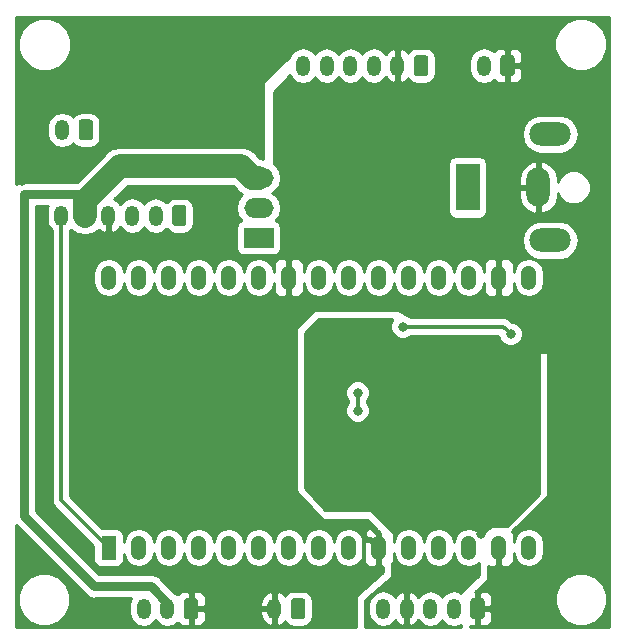
<source format=gbr>
G04 #@! TF.GenerationSoftware,KiCad,Pcbnew,(5.0.1)-rc2*
G04 #@! TF.CreationDate,2018-12-27T01:27:39+01:00*
G04 #@! TF.ProjectId,IoP_plant_base,496F505F706C616E745F626173652E6B,rev?*
G04 #@! TF.SameCoordinates,Original*
G04 #@! TF.FileFunction,Copper,L2,Bot,Signal*
G04 #@! TF.FilePolarity,Positive*
%FSLAX46Y46*%
G04 Gerber Fmt 4.6, Leading zero omitted, Abs format (unit mm)*
G04 Created by KiCad (PCBNEW (5.0.1)-rc2) date 2018/12/27 1:27:39*
%MOMM*%
%LPD*%
G01*
G04 APERTURE LIST*
G04 #@! TA.AperFunction,ComponentPad*
%ADD10R,1.270000X2.032000*%
G04 #@! TD*
G04 #@! TA.AperFunction,Conductor*
%ADD11C,0.100000*%
G04 #@! TD*
G04 #@! TA.AperFunction,ComponentPad*
%ADD12C,1.270000*%
G04 #@! TD*
G04 #@! TA.AperFunction,ComponentPad*
%ADD13O,1.200000X1.750000*%
G04 #@! TD*
G04 #@! TA.AperFunction,ComponentPad*
%ADD14C,1.200000*%
G04 #@! TD*
G04 #@! TA.AperFunction,ComponentPad*
%ADD15O,2.500000X1.700000*%
G04 #@! TD*
G04 #@! TA.AperFunction,ComponentPad*
%ADD16R,2.500000X1.700000*%
G04 #@! TD*
G04 #@! TA.AperFunction,ComponentPad*
%ADD17R,2.000000X4.000000*%
G04 #@! TD*
G04 #@! TA.AperFunction,ComponentPad*
%ADD18O,2.000000X3.300000*%
G04 #@! TD*
G04 #@! TA.AperFunction,ComponentPad*
%ADD19O,3.500000X2.000000*%
G04 #@! TD*
G04 #@! TA.AperFunction,ViaPad*
%ADD20C,0.800000*%
G04 #@! TD*
G04 #@! TA.AperFunction,ViaPad*
%ADD21C,1.016000*%
G04 #@! TD*
G04 #@! TA.AperFunction,Conductor*
%ADD22C,0.500000*%
G04 #@! TD*
G04 #@! TA.AperFunction,Conductor*
%ADD23C,0.300000*%
G04 #@! TD*
G04 #@! TA.AperFunction,Conductor*
%ADD24C,2.000000*%
G04 #@! TD*
G04 #@! TA.AperFunction,Conductor*
%ADD25C,0.800000*%
G04 #@! TD*
G04 #@! TA.AperFunction,Conductor*
%ADD26C,0.254000*%
G04 #@! TD*
G04 APERTURE END LIST*
D10*
G04 #@! TO.P,U1,1*
G04 #@! TO.N,ADC*
X106172000Y-116761000D03*
D11*
G04 #@! TD*
G04 #@! TO.N,Net-(C15-Pad1)*
G04 #@! TO.C,U1*
G36*
X108774242Y-115748058D02*
X108835883Y-115757201D01*
X108896332Y-115772343D01*
X108955005Y-115793336D01*
X109011338Y-115819980D01*
X109064788Y-115852017D01*
X109114841Y-115889138D01*
X109161014Y-115930987D01*
X109202863Y-115977160D01*
X109239984Y-116027213D01*
X109272021Y-116080663D01*
X109298665Y-116136996D01*
X109319658Y-116195669D01*
X109334800Y-116256118D01*
X109343943Y-116317759D01*
X109347001Y-116380000D01*
X109347001Y-117142000D01*
X109343943Y-117204241D01*
X109334800Y-117265882D01*
X109319658Y-117326331D01*
X109298665Y-117385004D01*
X109272021Y-117441337D01*
X109239984Y-117494787D01*
X109202863Y-117544840D01*
X109161014Y-117591013D01*
X109114841Y-117632862D01*
X109064788Y-117669983D01*
X109011338Y-117702020D01*
X108955005Y-117728664D01*
X108896332Y-117749657D01*
X108835883Y-117764799D01*
X108774242Y-117773942D01*
X108712001Y-117777000D01*
X108711999Y-117777000D01*
X108649758Y-117773942D01*
X108588117Y-117764799D01*
X108527668Y-117749657D01*
X108468995Y-117728664D01*
X108412662Y-117702020D01*
X108359212Y-117669983D01*
X108309159Y-117632862D01*
X108262986Y-117591013D01*
X108221137Y-117544840D01*
X108184016Y-117494787D01*
X108151979Y-117441337D01*
X108125335Y-117385004D01*
X108104342Y-117326331D01*
X108089200Y-117265882D01*
X108080057Y-117204241D01*
X108076999Y-117142000D01*
X108076999Y-116380000D01*
X108080057Y-116317759D01*
X108089200Y-116256118D01*
X108104342Y-116195669D01*
X108125335Y-116136996D01*
X108151979Y-116080663D01*
X108184016Y-116027213D01*
X108221137Y-115977160D01*
X108262986Y-115930987D01*
X108309159Y-115889138D01*
X108359212Y-115852017D01*
X108412662Y-115819980D01*
X108468995Y-115793336D01*
X108527668Y-115772343D01*
X108588117Y-115757201D01*
X108649758Y-115748058D01*
X108711999Y-115745000D01*
X108712001Y-115745000D01*
X108774242Y-115748058D01*
X108774242Y-115748058D01*
G37*
D12*
G04 #@! TO.P,U1,2*
G04 #@! TO.N,Net-(C15-Pad1)*
X108712000Y-116761000D03*
D11*
G04 #@! TD*
G04 #@! TO.N,Net-(U1-Pad3)*
G04 #@! TO.C,U1*
G36*
X111314242Y-115748058D02*
X111375883Y-115757201D01*
X111436332Y-115772343D01*
X111495005Y-115793336D01*
X111551338Y-115819980D01*
X111604788Y-115852017D01*
X111654841Y-115889138D01*
X111701014Y-115930987D01*
X111742863Y-115977160D01*
X111779984Y-116027213D01*
X111812021Y-116080663D01*
X111838665Y-116136996D01*
X111859658Y-116195669D01*
X111874800Y-116256118D01*
X111883943Y-116317759D01*
X111887001Y-116380000D01*
X111887001Y-117142000D01*
X111883943Y-117204241D01*
X111874800Y-117265882D01*
X111859658Y-117326331D01*
X111838665Y-117385004D01*
X111812021Y-117441337D01*
X111779984Y-117494787D01*
X111742863Y-117544840D01*
X111701014Y-117591013D01*
X111654841Y-117632862D01*
X111604788Y-117669983D01*
X111551338Y-117702020D01*
X111495005Y-117728664D01*
X111436332Y-117749657D01*
X111375883Y-117764799D01*
X111314242Y-117773942D01*
X111252001Y-117777000D01*
X111251999Y-117777000D01*
X111189758Y-117773942D01*
X111128117Y-117764799D01*
X111067668Y-117749657D01*
X111008995Y-117728664D01*
X110952662Y-117702020D01*
X110899212Y-117669983D01*
X110849159Y-117632862D01*
X110802986Y-117591013D01*
X110761137Y-117544840D01*
X110724016Y-117494787D01*
X110691979Y-117441337D01*
X110665335Y-117385004D01*
X110644342Y-117326331D01*
X110629200Y-117265882D01*
X110620057Y-117204241D01*
X110616999Y-117142000D01*
X110616999Y-116380000D01*
X110620057Y-116317759D01*
X110629200Y-116256118D01*
X110644342Y-116195669D01*
X110665335Y-116136996D01*
X110691979Y-116080663D01*
X110724016Y-116027213D01*
X110761137Y-115977160D01*
X110802986Y-115930987D01*
X110849159Y-115889138D01*
X110899212Y-115852017D01*
X110952662Y-115819980D01*
X111008995Y-115793336D01*
X111067668Y-115772343D01*
X111128117Y-115757201D01*
X111189758Y-115748058D01*
X111251999Y-115745000D01*
X111252001Y-115745000D01*
X111314242Y-115748058D01*
X111314242Y-115748058D01*
G37*
D12*
G04 #@! TO.P,U1,3*
G04 #@! TO.N,Net-(U1-Pad3)*
X111252000Y-116761000D03*
D11*
G04 #@! TD*
G04 #@! TO.N,Net-(U1-Pad4)*
G04 #@! TO.C,U1*
G36*
X113854242Y-115748058D02*
X113915883Y-115757201D01*
X113976332Y-115772343D01*
X114035005Y-115793336D01*
X114091338Y-115819980D01*
X114144788Y-115852017D01*
X114194841Y-115889138D01*
X114241014Y-115930987D01*
X114282863Y-115977160D01*
X114319984Y-116027213D01*
X114352021Y-116080663D01*
X114378665Y-116136996D01*
X114399658Y-116195669D01*
X114414800Y-116256118D01*
X114423943Y-116317759D01*
X114427001Y-116380000D01*
X114427001Y-117142000D01*
X114423943Y-117204241D01*
X114414800Y-117265882D01*
X114399658Y-117326331D01*
X114378665Y-117385004D01*
X114352021Y-117441337D01*
X114319984Y-117494787D01*
X114282863Y-117544840D01*
X114241014Y-117591013D01*
X114194841Y-117632862D01*
X114144788Y-117669983D01*
X114091338Y-117702020D01*
X114035005Y-117728664D01*
X113976332Y-117749657D01*
X113915883Y-117764799D01*
X113854242Y-117773942D01*
X113792001Y-117777000D01*
X113791999Y-117777000D01*
X113729758Y-117773942D01*
X113668117Y-117764799D01*
X113607668Y-117749657D01*
X113548995Y-117728664D01*
X113492662Y-117702020D01*
X113439212Y-117669983D01*
X113389159Y-117632862D01*
X113342986Y-117591013D01*
X113301137Y-117544840D01*
X113264016Y-117494787D01*
X113231979Y-117441337D01*
X113205335Y-117385004D01*
X113184342Y-117326331D01*
X113169200Y-117265882D01*
X113160057Y-117204241D01*
X113156999Y-117142000D01*
X113156999Y-116380000D01*
X113160057Y-116317759D01*
X113169200Y-116256118D01*
X113184342Y-116195669D01*
X113205335Y-116136996D01*
X113231979Y-116080663D01*
X113264016Y-116027213D01*
X113301137Y-115977160D01*
X113342986Y-115930987D01*
X113389159Y-115889138D01*
X113439212Y-115852017D01*
X113492662Y-115819980D01*
X113548995Y-115793336D01*
X113607668Y-115772343D01*
X113668117Y-115757201D01*
X113729758Y-115748058D01*
X113791999Y-115745000D01*
X113792001Y-115745000D01*
X113854242Y-115748058D01*
X113854242Y-115748058D01*
G37*
D12*
G04 #@! TO.P,U1,4*
G04 #@! TO.N,Net-(U1-Pad4)*
X113792000Y-116761000D03*
D11*
G04 #@! TD*
G04 #@! TO.N,Net-(U1-Pad5)*
G04 #@! TO.C,U1*
G36*
X116394242Y-115748058D02*
X116455883Y-115757201D01*
X116516332Y-115772343D01*
X116575005Y-115793336D01*
X116631338Y-115819980D01*
X116684788Y-115852017D01*
X116734841Y-115889138D01*
X116781014Y-115930987D01*
X116822863Y-115977160D01*
X116859984Y-116027213D01*
X116892021Y-116080663D01*
X116918665Y-116136996D01*
X116939658Y-116195669D01*
X116954800Y-116256118D01*
X116963943Y-116317759D01*
X116967001Y-116380000D01*
X116967001Y-117142000D01*
X116963943Y-117204241D01*
X116954800Y-117265882D01*
X116939658Y-117326331D01*
X116918665Y-117385004D01*
X116892021Y-117441337D01*
X116859984Y-117494787D01*
X116822863Y-117544840D01*
X116781014Y-117591013D01*
X116734841Y-117632862D01*
X116684788Y-117669983D01*
X116631338Y-117702020D01*
X116575005Y-117728664D01*
X116516332Y-117749657D01*
X116455883Y-117764799D01*
X116394242Y-117773942D01*
X116332001Y-117777000D01*
X116331999Y-117777000D01*
X116269758Y-117773942D01*
X116208117Y-117764799D01*
X116147668Y-117749657D01*
X116088995Y-117728664D01*
X116032662Y-117702020D01*
X115979212Y-117669983D01*
X115929159Y-117632862D01*
X115882986Y-117591013D01*
X115841137Y-117544840D01*
X115804016Y-117494787D01*
X115771979Y-117441337D01*
X115745335Y-117385004D01*
X115724342Y-117326331D01*
X115709200Y-117265882D01*
X115700057Y-117204241D01*
X115696999Y-117142000D01*
X115696999Y-116380000D01*
X115700057Y-116317759D01*
X115709200Y-116256118D01*
X115724342Y-116195669D01*
X115745335Y-116136996D01*
X115771979Y-116080663D01*
X115804016Y-116027213D01*
X115841137Y-115977160D01*
X115882986Y-115930987D01*
X115929159Y-115889138D01*
X115979212Y-115852017D01*
X116032662Y-115819980D01*
X116088995Y-115793336D01*
X116147668Y-115772343D01*
X116208117Y-115757201D01*
X116269758Y-115748058D01*
X116331999Y-115745000D01*
X116332001Y-115745000D01*
X116394242Y-115748058D01*
X116394242Y-115748058D01*
G37*
D12*
G04 #@! TO.P,U1,5*
G04 #@! TO.N,Net-(U1-Pad5)*
X116332000Y-116761000D03*
D11*
G04 #@! TD*
G04 #@! TO.N,Net-(U1-Pad6)*
G04 #@! TO.C,U1*
G36*
X118934242Y-115748058D02*
X118995883Y-115757201D01*
X119056332Y-115772343D01*
X119115005Y-115793336D01*
X119171338Y-115819980D01*
X119224788Y-115852017D01*
X119274841Y-115889138D01*
X119321014Y-115930987D01*
X119362863Y-115977160D01*
X119399984Y-116027213D01*
X119432021Y-116080663D01*
X119458665Y-116136996D01*
X119479658Y-116195669D01*
X119494800Y-116256118D01*
X119503943Y-116317759D01*
X119507001Y-116380000D01*
X119507001Y-117142000D01*
X119503943Y-117204241D01*
X119494800Y-117265882D01*
X119479658Y-117326331D01*
X119458665Y-117385004D01*
X119432021Y-117441337D01*
X119399984Y-117494787D01*
X119362863Y-117544840D01*
X119321014Y-117591013D01*
X119274841Y-117632862D01*
X119224788Y-117669983D01*
X119171338Y-117702020D01*
X119115005Y-117728664D01*
X119056332Y-117749657D01*
X118995883Y-117764799D01*
X118934242Y-117773942D01*
X118872001Y-117777000D01*
X118871999Y-117777000D01*
X118809758Y-117773942D01*
X118748117Y-117764799D01*
X118687668Y-117749657D01*
X118628995Y-117728664D01*
X118572662Y-117702020D01*
X118519212Y-117669983D01*
X118469159Y-117632862D01*
X118422986Y-117591013D01*
X118381137Y-117544840D01*
X118344016Y-117494787D01*
X118311979Y-117441337D01*
X118285335Y-117385004D01*
X118264342Y-117326331D01*
X118249200Y-117265882D01*
X118240057Y-117204241D01*
X118236999Y-117142000D01*
X118236999Y-116380000D01*
X118240057Y-116317759D01*
X118249200Y-116256118D01*
X118264342Y-116195669D01*
X118285335Y-116136996D01*
X118311979Y-116080663D01*
X118344016Y-116027213D01*
X118381137Y-115977160D01*
X118422986Y-115930987D01*
X118469159Y-115889138D01*
X118519212Y-115852017D01*
X118572662Y-115819980D01*
X118628995Y-115793336D01*
X118687668Y-115772343D01*
X118748117Y-115757201D01*
X118809758Y-115748058D01*
X118871999Y-115745000D01*
X118872001Y-115745000D01*
X118934242Y-115748058D01*
X118934242Y-115748058D01*
G37*
D12*
G04 #@! TO.P,U1,6*
G04 #@! TO.N,Net-(U1-Pad6)*
X118872000Y-116761000D03*
D11*
G04 #@! TD*
G04 #@! TO.N,Net-(U1-Pad7)*
G04 #@! TO.C,U1*
G36*
X121474242Y-115748058D02*
X121535883Y-115757201D01*
X121596332Y-115772343D01*
X121655005Y-115793336D01*
X121711338Y-115819980D01*
X121764788Y-115852017D01*
X121814841Y-115889138D01*
X121861014Y-115930987D01*
X121902863Y-115977160D01*
X121939984Y-116027213D01*
X121972021Y-116080663D01*
X121998665Y-116136996D01*
X122019658Y-116195669D01*
X122034800Y-116256118D01*
X122043943Y-116317759D01*
X122047001Y-116380000D01*
X122047001Y-117142000D01*
X122043943Y-117204241D01*
X122034800Y-117265882D01*
X122019658Y-117326331D01*
X121998665Y-117385004D01*
X121972021Y-117441337D01*
X121939984Y-117494787D01*
X121902863Y-117544840D01*
X121861014Y-117591013D01*
X121814841Y-117632862D01*
X121764788Y-117669983D01*
X121711338Y-117702020D01*
X121655005Y-117728664D01*
X121596332Y-117749657D01*
X121535883Y-117764799D01*
X121474242Y-117773942D01*
X121412001Y-117777000D01*
X121411999Y-117777000D01*
X121349758Y-117773942D01*
X121288117Y-117764799D01*
X121227668Y-117749657D01*
X121168995Y-117728664D01*
X121112662Y-117702020D01*
X121059212Y-117669983D01*
X121009159Y-117632862D01*
X120962986Y-117591013D01*
X120921137Y-117544840D01*
X120884016Y-117494787D01*
X120851979Y-117441337D01*
X120825335Y-117385004D01*
X120804342Y-117326331D01*
X120789200Y-117265882D01*
X120780057Y-117204241D01*
X120776999Y-117142000D01*
X120776999Y-116380000D01*
X120780057Y-116317759D01*
X120789200Y-116256118D01*
X120804342Y-116195669D01*
X120825335Y-116136996D01*
X120851979Y-116080663D01*
X120884016Y-116027213D01*
X120921137Y-115977160D01*
X120962986Y-115930987D01*
X121009159Y-115889138D01*
X121059212Y-115852017D01*
X121112662Y-115819980D01*
X121168995Y-115793336D01*
X121227668Y-115772343D01*
X121288117Y-115757201D01*
X121349758Y-115748058D01*
X121411999Y-115745000D01*
X121412001Y-115745000D01*
X121474242Y-115748058D01*
X121474242Y-115748058D01*
G37*
D12*
G04 #@! TO.P,U1,7*
G04 #@! TO.N,Net-(U1-Pad7)*
X121412000Y-116761000D03*
D11*
G04 #@! TD*
G04 #@! TO.N,Net-(U1-Pad8)*
G04 #@! TO.C,U1*
G36*
X124014242Y-115748058D02*
X124075883Y-115757201D01*
X124136332Y-115772343D01*
X124195005Y-115793336D01*
X124251338Y-115819980D01*
X124304788Y-115852017D01*
X124354841Y-115889138D01*
X124401014Y-115930987D01*
X124442863Y-115977160D01*
X124479984Y-116027213D01*
X124512021Y-116080663D01*
X124538665Y-116136996D01*
X124559658Y-116195669D01*
X124574800Y-116256118D01*
X124583943Y-116317759D01*
X124587001Y-116380000D01*
X124587001Y-117142000D01*
X124583943Y-117204241D01*
X124574800Y-117265882D01*
X124559658Y-117326331D01*
X124538665Y-117385004D01*
X124512021Y-117441337D01*
X124479984Y-117494787D01*
X124442863Y-117544840D01*
X124401014Y-117591013D01*
X124354841Y-117632862D01*
X124304788Y-117669983D01*
X124251338Y-117702020D01*
X124195005Y-117728664D01*
X124136332Y-117749657D01*
X124075883Y-117764799D01*
X124014242Y-117773942D01*
X123952001Y-117777000D01*
X123951999Y-117777000D01*
X123889758Y-117773942D01*
X123828117Y-117764799D01*
X123767668Y-117749657D01*
X123708995Y-117728664D01*
X123652662Y-117702020D01*
X123599212Y-117669983D01*
X123549159Y-117632862D01*
X123502986Y-117591013D01*
X123461137Y-117544840D01*
X123424016Y-117494787D01*
X123391979Y-117441337D01*
X123365335Y-117385004D01*
X123344342Y-117326331D01*
X123329200Y-117265882D01*
X123320057Y-117204241D01*
X123316999Y-117142000D01*
X123316999Y-116380000D01*
X123320057Y-116317759D01*
X123329200Y-116256118D01*
X123344342Y-116195669D01*
X123365335Y-116136996D01*
X123391979Y-116080663D01*
X123424016Y-116027213D01*
X123461137Y-115977160D01*
X123502986Y-115930987D01*
X123549159Y-115889138D01*
X123599212Y-115852017D01*
X123652662Y-115819980D01*
X123708995Y-115793336D01*
X123767668Y-115772343D01*
X123828117Y-115757201D01*
X123889758Y-115748058D01*
X123951999Y-115745000D01*
X123952001Y-115745000D01*
X124014242Y-115748058D01*
X124014242Y-115748058D01*
G37*
D12*
G04 #@! TO.P,U1,8*
G04 #@! TO.N,Net-(U1-Pad8)*
X123952000Y-116761000D03*
D11*
G04 #@! TD*
G04 #@! TO.N,Net-(U1-Pad9)*
G04 #@! TO.C,U1*
G36*
X126554242Y-115748058D02*
X126615883Y-115757201D01*
X126676332Y-115772343D01*
X126735005Y-115793336D01*
X126791338Y-115819980D01*
X126844788Y-115852017D01*
X126894841Y-115889138D01*
X126941014Y-115930987D01*
X126982863Y-115977160D01*
X127019984Y-116027213D01*
X127052021Y-116080663D01*
X127078665Y-116136996D01*
X127099658Y-116195669D01*
X127114800Y-116256118D01*
X127123943Y-116317759D01*
X127127001Y-116380000D01*
X127127001Y-117142000D01*
X127123943Y-117204241D01*
X127114800Y-117265882D01*
X127099658Y-117326331D01*
X127078665Y-117385004D01*
X127052021Y-117441337D01*
X127019984Y-117494787D01*
X126982863Y-117544840D01*
X126941014Y-117591013D01*
X126894841Y-117632862D01*
X126844788Y-117669983D01*
X126791338Y-117702020D01*
X126735005Y-117728664D01*
X126676332Y-117749657D01*
X126615883Y-117764799D01*
X126554242Y-117773942D01*
X126492001Y-117777000D01*
X126491999Y-117777000D01*
X126429758Y-117773942D01*
X126368117Y-117764799D01*
X126307668Y-117749657D01*
X126248995Y-117728664D01*
X126192662Y-117702020D01*
X126139212Y-117669983D01*
X126089159Y-117632862D01*
X126042986Y-117591013D01*
X126001137Y-117544840D01*
X125964016Y-117494787D01*
X125931979Y-117441337D01*
X125905335Y-117385004D01*
X125884342Y-117326331D01*
X125869200Y-117265882D01*
X125860057Y-117204241D01*
X125856999Y-117142000D01*
X125856999Y-116380000D01*
X125860057Y-116317759D01*
X125869200Y-116256118D01*
X125884342Y-116195669D01*
X125905335Y-116136996D01*
X125931979Y-116080663D01*
X125964016Y-116027213D01*
X126001137Y-115977160D01*
X126042986Y-115930987D01*
X126089159Y-115889138D01*
X126139212Y-115852017D01*
X126192662Y-115819980D01*
X126248995Y-115793336D01*
X126307668Y-115772343D01*
X126368117Y-115757201D01*
X126429758Y-115748058D01*
X126491999Y-115745000D01*
X126492001Y-115745000D01*
X126554242Y-115748058D01*
X126554242Y-115748058D01*
G37*
D12*
G04 #@! TO.P,U1,9*
G04 #@! TO.N,Net-(U1-Pad9)*
X126492000Y-116761000D03*
D11*
G04 #@! TD*
G04 #@! TO.N,GND*
G04 #@! TO.C,U1*
G36*
X129094242Y-115748058D02*
X129155883Y-115757201D01*
X129216332Y-115772343D01*
X129275005Y-115793336D01*
X129331338Y-115819980D01*
X129384788Y-115852017D01*
X129434841Y-115889138D01*
X129481014Y-115930987D01*
X129522863Y-115977160D01*
X129559984Y-116027213D01*
X129592021Y-116080663D01*
X129618665Y-116136996D01*
X129639658Y-116195669D01*
X129654800Y-116256118D01*
X129663943Y-116317759D01*
X129667001Y-116380000D01*
X129667001Y-117142000D01*
X129663943Y-117204241D01*
X129654800Y-117265882D01*
X129639658Y-117326331D01*
X129618665Y-117385004D01*
X129592021Y-117441337D01*
X129559984Y-117494787D01*
X129522863Y-117544840D01*
X129481014Y-117591013D01*
X129434841Y-117632862D01*
X129384788Y-117669983D01*
X129331338Y-117702020D01*
X129275005Y-117728664D01*
X129216332Y-117749657D01*
X129155883Y-117764799D01*
X129094242Y-117773942D01*
X129032001Y-117777000D01*
X129031999Y-117777000D01*
X128969758Y-117773942D01*
X128908117Y-117764799D01*
X128847668Y-117749657D01*
X128788995Y-117728664D01*
X128732662Y-117702020D01*
X128679212Y-117669983D01*
X128629159Y-117632862D01*
X128582986Y-117591013D01*
X128541137Y-117544840D01*
X128504016Y-117494787D01*
X128471979Y-117441337D01*
X128445335Y-117385004D01*
X128424342Y-117326331D01*
X128409200Y-117265882D01*
X128400057Y-117204241D01*
X128396999Y-117142000D01*
X128396999Y-116380000D01*
X128400057Y-116317759D01*
X128409200Y-116256118D01*
X128424342Y-116195669D01*
X128445335Y-116136996D01*
X128471979Y-116080663D01*
X128504016Y-116027213D01*
X128541137Y-115977160D01*
X128582986Y-115930987D01*
X128629159Y-115889138D01*
X128679212Y-115852017D01*
X128732662Y-115819980D01*
X128788995Y-115793336D01*
X128847668Y-115772343D01*
X128908117Y-115757201D01*
X128969758Y-115748058D01*
X129031999Y-115745000D01*
X129032001Y-115745000D01*
X129094242Y-115748058D01*
X129094242Y-115748058D01*
G37*
D12*
G04 #@! TO.P,U1,10*
G04 #@! TO.N,GND*
X129032000Y-116761000D03*
D11*
G04 #@! TD*
G04 #@! TO.N,Net-(U1-Pad11)*
G04 #@! TO.C,U1*
G36*
X131634242Y-115748058D02*
X131695883Y-115757201D01*
X131756332Y-115772343D01*
X131815005Y-115793336D01*
X131871338Y-115819980D01*
X131924788Y-115852017D01*
X131974841Y-115889138D01*
X132021014Y-115930987D01*
X132062863Y-115977160D01*
X132099984Y-116027213D01*
X132132021Y-116080663D01*
X132158665Y-116136996D01*
X132179658Y-116195669D01*
X132194800Y-116256118D01*
X132203943Y-116317759D01*
X132207001Y-116380000D01*
X132207001Y-117142000D01*
X132203943Y-117204241D01*
X132194800Y-117265882D01*
X132179658Y-117326331D01*
X132158665Y-117385004D01*
X132132021Y-117441337D01*
X132099984Y-117494787D01*
X132062863Y-117544840D01*
X132021014Y-117591013D01*
X131974841Y-117632862D01*
X131924788Y-117669983D01*
X131871338Y-117702020D01*
X131815005Y-117728664D01*
X131756332Y-117749657D01*
X131695883Y-117764799D01*
X131634242Y-117773942D01*
X131572001Y-117777000D01*
X131571999Y-117777000D01*
X131509758Y-117773942D01*
X131448117Y-117764799D01*
X131387668Y-117749657D01*
X131328995Y-117728664D01*
X131272662Y-117702020D01*
X131219212Y-117669983D01*
X131169159Y-117632862D01*
X131122986Y-117591013D01*
X131081137Y-117544840D01*
X131044016Y-117494787D01*
X131011979Y-117441337D01*
X130985335Y-117385004D01*
X130964342Y-117326331D01*
X130949200Y-117265882D01*
X130940057Y-117204241D01*
X130936999Y-117142000D01*
X130936999Y-116380000D01*
X130940057Y-116317759D01*
X130949200Y-116256118D01*
X130964342Y-116195669D01*
X130985335Y-116136996D01*
X131011979Y-116080663D01*
X131044016Y-116027213D01*
X131081137Y-115977160D01*
X131122986Y-115930987D01*
X131169159Y-115889138D01*
X131219212Y-115852017D01*
X131272662Y-115819980D01*
X131328995Y-115793336D01*
X131387668Y-115772343D01*
X131448117Y-115757201D01*
X131509758Y-115748058D01*
X131571999Y-115745000D01*
X131572001Y-115745000D01*
X131634242Y-115748058D01*
X131634242Y-115748058D01*
G37*
D12*
G04 #@! TO.P,U1,11*
G04 #@! TO.N,Net-(U1-Pad11)*
X131572000Y-116761000D03*
D11*
G04 #@! TD*
G04 #@! TO.N,Net-(U1-Pad12)*
G04 #@! TO.C,U1*
G36*
X134174242Y-115748058D02*
X134235883Y-115757201D01*
X134296332Y-115772343D01*
X134355005Y-115793336D01*
X134411338Y-115819980D01*
X134464788Y-115852017D01*
X134514841Y-115889138D01*
X134561014Y-115930987D01*
X134602863Y-115977160D01*
X134639984Y-116027213D01*
X134672021Y-116080663D01*
X134698665Y-116136996D01*
X134719658Y-116195669D01*
X134734800Y-116256118D01*
X134743943Y-116317759D01*
X134747001Y-116380000D01*
X134747001Y-117142000D01*
X134743943Y-117204241D01*
X134734800Y-117265882D01*
X134719658Y-117326331D01*
X134698665Y-117385004D01*
X134672021Y-117441337D01*
X134639984Y-117494787D01*
X134602863Y-117544840D01*
X134561014Y-117591013D01*
X134514841Y-117632862D01*
X134464788Y-117669983D01*
X134411338Y-117702020D01*
X134355005Y-117728664D01*
X134296332Y-117749657D01*
X134235883Y-117764799D01*
X134174242Y-117773942D01*
X134112001Y-117777000D01*
X134111999Y-117777000D01*
X134049758Y-117773942D01*
X133988117Y-117764799D01*
X133927668Y-117749657D01*
X133868995Y-117728664D01*
X133812662Y-117702020D01*
X133759212Y-117669983D01*
X133709159Y-117632862D01*
X133662986Y-117591013D01*
X133621137Y-117544840D01*
X133584016Y-117494787D01*
X133551979Y-117441337D01*
X133525335Y-117385004D01*
X133504342Y-117326331D01*
X133489200Y-117265882D01*
X133480057Y-117204241D01*
X133476999Y-117142000D01*
X133476999Y-116380000D01*
X133480057Y-116317759D01*
X133489200Y-116256118D01*
X133504342Y-116195669D01*
X133525335Y-116136996D01*
X133551979Y-116080663D01*
X133584016Y-116027213D01*
X133621137Y-115977160D01*
X133662986Y-115930987D01*
X133709159Y-115889138D01*
X133759212Y-115852017D01*
X133812662Y-115819980D01*
X133868995Y-115793336D01*
X133927668Y-115772343D01*
X133988117Y-115757201D01*
X134049758Y-115748058D01*
X134111999Y-115745000D01*
X134112001Y-115745000D01*
X134174242Y-115748058D01*
X134174242Y-115748058D01*
G37*
D12*
G04 #@! TO.P,U1,12*
G04 #@! TO.N,Net-(U1-Pad12)*
X134112000Y-116761000D03*
D11*
G04 #@! TD*
G04 #@! TO.N,Net-(U1-Pad13)*
G04 #@! TO.C,U1*
G36*
X136714242Y-115748058D02*
X136775883Y-115757201D01*
X136836332Y-115772343D01*
X136895005Y-115793336D01*
X136951338Y-115819980D01*
X137004788Y-115852017D01*
X137054841Y-115889138D01*
X137101014Y-115930987D01*
X137142863Y-115977160D01*
X137179984Y-116027213D01*
X137212021Y-116080663D01*
X137238665Y-116136996D01*
X137259658Y-116195669D01*
X137274800Y-116256118D01*
X137283943Y-116317759D01*
X137287001Y-116380000D01*
X137287001Y-117142000D01*
X137283943Y-117204241D01*
X137274800Y-117265882D01*
X137259658Y-117326331D01*
X137238665Y-117385004D01*
X137212021Y-117441337D01*
X137179984Y-117494787D01*
X137142863Y-117544840D01*
X137101014Y-117591013D01*
X137054841Y-117632862D01*
X137004788Y-117669983D01*
X136951338Y-117702020D01*
X136895005Y-117728664D01*
X136836332Y-117749657D01*
X136775883Y-117764799D01*
X136714242Y-117773942D01*
X136652001Y-117777000D01*
X136651999Y-117777000D01*
X136589758Y-117773942D01*
X136528117Y-117764799D01*
X136467668Y-117749657D01*
X136408995Y-117728664D01*
X136352662Y-117702020D01*
X136299212Y-117669983D01*
X136249159Y-117632862D01*
X136202986Y-117591013D01*
X136161137Y-117544840D01*
X136124016Y-117494787D01*
X136091979Y-117441337D01*
X136065335Y-117385004D01*
X136044342Y-117326331D01*
X136029200Y-117265882D01*
X136020057Y-117204241D01*
X136016999Y-117142000D01*
X136016999Y-116380000D01*
X136020057Y-116317759D01*
X136029200Y-116256118D01*
X136044342Y-116195669D01*
X136065335Y-116136996D01*
X136091979Y-116080663D01*
X136124016Y-116027213D01*
X136161137Y-115977160D01*
X136202986Y-115930987D01*
X136249159Y-115889138D01*
X136299212Y-115852017D01*
X136352662Y-115819980D01*
X136408995Y-115793336D01*
X136467668Y-115772343D01*
X136528117Y-115757201D01*
X136589758Y-115748058D01*
X136651999Y-115745000D01*
X136652001Y-115745000D01*
X136714242Y-115748058D01*
X136714242Y-115748058D01*
G37*
D12*
G04 #@! TO.P,U1,13*
G04 #@! TO.N,Net-(U1-Pad13)*
X136652000Y-116761000D03*
D11*
G04 #@! TD*
G04 #@! TO.N,GND*
G04 #@! TO.C,U1*
G36*
X139254242Y-115748058D02*
X139315883Y-115757201D01*
X139376332Y-115772343D01*
X139435005Y-115793336D01*
X139491338Y-115819980D01*
X139544788Y-115852017D01*
X139594841Y-115889138D01*
X139641014Y-115930987D01*
X139682863Y-115977160D01*
X139719984Y-116027213D01*
X139752021Y-116080663D01*
X139778665Y-116136996D01*
X139799658Y-116195669D01*
X139814800Y-116256118D01*
X139823943Y-116317759D01*
X139827001Y-116380000D01*
X139827001Y-117142000D01*
X139823943Y-117204241D01*
X139814800Y-117265882D01*
X139799658Y-117326331D01*
X139778665Y-117385004D01*
X139752021Y-117441337D01*
X139719984Y-117494787D01*
X139682863Y-117544840D01*
X139641014Y-117591013D01*
X139594841Y-117632862D01*
X139544788Y-117669983D01*
X139491338Y-117702020D01*
X139435005Y-117728664D01*
X139376332Y-117749657D01*
X139315883Y-117764799D01*
X139254242Y-117773942D01*
X139192001Y-117777000D01*
X139191999Y-117777000D01*
X139129758Y-117773942D01*
X139068117Y-117764799D01*
X139007668Y-117749657D01*
X138948995Y-117728664D01*
X138892662Y-117702020D01*
X138839212Y-117669983D01*
X138789159Y-117632862D01*
X138742986Y-117591013D01*
X138701137Y-117544840D01*
X138664016Y-117494787D01*
X138631979Y-117441337D01*
X138605335Y-117385004D01*
X138584342Y-117326331D01*
X138569200Y-117265882D01*
X138560057Y-117204241D01*
X138556999Y-117142000D01*
X138556999Y-116380000D01*
X138560057Y-116317759D01*
X138569200Y-116256118D01*
X138584342Y-116195669D01*
X138605335Y-116136996D01*
X138631979Y-116080663D01*
X138664016Y-116027213D01*
X138701137Y-115977160D01*
X138742986Y-115930987D01*
X138789159Y-115889138D01*
X138839212Y-115852017D01*
X138892662Y-115819980D01*
X138948995Y-115793336D01*
X139007668Y-115772343D01*
X139068117Y-115757201D01*
X139129758Y-115748058D01*
X139191999Y-115745000D01*
X139192001Y-115745000D01*
X139254242Y-115748058D01*
X139254242Y-115748058D01*
G37*
D12*
G04 #@! TO.P,U1,14*
G04 #@! TO.N,GND*
X139192000Y-116761000D03*
D11*
G04 #@! TD*
G04 #@! TO.N,+5VDC*
G04 #@! TO.C,U1*
G36*
X141794242Y-115748058D02*
X141855883Y-115757201D01*
X141916332Y-115772343D01*
X141975005Y-115793336D01*
X142031338Y-115819980D01*
X142084788Y-115852017D01*
X142134841Y-115889138D01*
X142181014Y-115930987D01*
X142222863Y-115977160D01*
X142259984Y-116027213D01*
X142292021Y-116080663D01*
X142318665Y-116136996D01*
X142339658Y-116195669D01*
X142354800Y-116256118D01*
X142363943Y-116317759D01*
X142367001Y-116380000D01*
X142367001Y-117142000D01*
X142363943Y-117204241D01*
X142354800Y-117265882D01*
X142339658Y-117326331D01*
X142318665Y-117385004D01*
X142292021Y-117441337D01*
X142259984Y-117494787D01*
X142222863Y-117544840D01*
X142181014Y-117591013D01*
X142134841Y-117632862D01*
X142084788Y-117669983D01*
X142031338Y-117702020D01*
X141975005Y-117728664D01*
X141916332Y-117749657D01*
X141855883Y-117764799D01*
X141794242Y-117773942D01*
X141732001Y-117777000D01*
X141731999Y-117777000D01*
X141669758Y-117773942D01*
X141608117Y-117764799D01*
X141547668Y-117749657D01*
X141488995Y-117728664D01*
X141432662Y-117702020D01*
X141379212Y-117669983D01*
X141329159Y-117632862D01*
X141282986Y-117591013D01*
X141241137Y-117544840D01*
X141204016Y-117494787D01*
X141171979Y-117441337D01*
X141145335Y-117385004D01*
X141124342Y-117326331D01*
X141109200Y-117265882D01*
X141100057Y-117204241D01*
X141096999Y-117142000D01*
X141096999Y-116380000D01*
X141100057Y-116317759D01*
X141109200Y-116256118D01*
X141124342Y-116195669D01*
X141145335Y-116136996D01*
X141171979Y-116080663D01*
X141204016Y-116027213D01*
X141241137Y-115977160D01*
X141282986Y-115930987D01*
X141329159Y-115889138D01*
X141379212Y-115852017D01*
X141432662Y-115819980D01*
X141488995Y-115793336D01*
X141547668Y-115772343D01*
X141608117Y-115757201D01*
X141669758Y-115748058D01*
X141731999Y-115745000D01*
X141732001Y-115745000D01*
X141794242Y-115748058D01*
X141794242Y-115748058D01*
G37*
D12*
G04 #@! TO.P,U1,15*
G04 #@! TO.N,+5VDC*
X141732000Y-116761000D03*
D11*
G04 #@! TD*
G04 #@! TO.N,Net-(U1-Pad16)*
G04 #@! TO.C,U1*
G36*
X141794242Y-92888058D02*
X141855883Y-92897201D01*
X141916332Y-92912343D01*
X141975005Y-92933336D01*
X142031338Y-92959980D01*
X142084788Y-92992017D01*
X142134841Y-93029138D01*
X142181014Y-93070987D01*
X142222863Y-93117160D01*
X142259984Y-93167213D01*
X142292021Y-93220663D01*
X142318665Y-93276996D01*
X142339658Y-93335669D01*
X142354800Y-93396118D01*
X142363943Y-93457759D01*
X142367001Y-93520000D01*
X142367001Y-94282000D01*
X142363943Y-94344241D01*
X142354800Y-94405882D01*
X142339658Y-94466331D01*
X142318665Y-94525004D01*
X142292021Y-94581337D01*
X142259984Y-94634787D01*
X142222863Y-94684840D01*
X142181014Y-94731013D01*
X142134841Y-94772862D01*
X142084788Y-94809983D01*
X142031338Y-94842020D01*
X141975005Y-94868664D01*
X141916332Y-94889657D01*
X141855883Y-94904799D01*
X141794242Y-94913942D01*
X141732001Y-94917000D01*
X141731999Y-94917000D01*
X141669758Y-94913942D01*
X141608117Y-94904799D01*
X141547668Y-94889657D01*
X141488995Y-94868664D01*
X141432662Y-94842020D01*
X141379212Y-94809983D01*
X141329159Y-94772862D01*
X141282986Y-94731013D01*
X141241137Y-94684840D01*
X141204016Y-94634787D01*
X141171979Y-94581337D01*
X141145335Y-94525004D01*
X141124342Y-94466331D01*
X141109200Y-94405882D01*
X141100057Y-94344241D01*
X141096999Y-94282000D01*
X141096999Y-93520000D01*
X141100057Y-93457759D01*
X141109200Y-93396118D01*
X141124342Y-93335669D01*
X141145335Y-93276996D01*
X141171979Y-93220663D01*
X141204016Y-93167213D01*
X141241137Y-93117160D01*
X141282986Y-93070987D01*
X141329159Y-93029138D01*
X141379212Y-92992017D01*
X141432662Y-92959980D01*
X141488995Y-92933336D01*
X141547668Y-92912343D01*
X141608117Y-92897201D01*
X141669758Y-92888058D01*
X141731999Y-92885000D01*
X141732001Y-92885000D01*
X141794242Y-92888058D01*
X141794242Y-92888058D01*
G37*
D12*
G04 #@! TO.P,U1,16*
G04 #@! TO.N,Net-(U1-Pad16)*
X141732000Y-93901000D03*
D11*
G04 #@! TD*
G04 #@! TO.N,GND*
G04 #@! TO.C,U1*
G36*
X139254242Y-92888058D02*
X139315883Y-92897201D01*
X139376332Y-92912343D01*
X139435005Y-92933336D01*
X139491338Y-92959980D01*
X139544788Y-92992017D01*
X139594841Y-93029138D01*
X139641014Y-93070987D01*
X139682863Y-93117160D01*
X139719984Y-93167213D01*
X139752021Y-93220663D01*
X139778665Y-93276996D01*
X139799658Y-93335669D01*
X139814800Y-93396118D01*
X139823943Y-93457759D01*
X139827001Y-93520000D01*
X139827001Y-94282000D01*
X139823943Y-94344241D01*
X139814800Y-94405882D01*
X139799658Y-94466331D01*
X139778665Y-94525004D01*
X139752021Y-94581337D01*
X139719984Y-94634787D01*
X139682863Y-94684840D01*
X139641014Y-94731013D01*
X139594841Y-94772862D01*
X139544788Y-94809983D01*
X139491338Y-94842020D01*
X139435005Y-94868664D01*
X139376332Y-94889657D01*
X139315883Y-94904799D01*
X139254242Y-94913942D01*
X139192001Y-94917000D01*
X139191999Y-94917000D01*
X139129758Y-94913942D01*
X139068117Y-94904799D01*
X139007668Y-94889657D01*
X138948995Y-94868664D01*
X138892662Y-94842020D01*
X138839212Y-94809983D01*
X138789159Y-94772862D01*
X138742986Y-94731013D01*
X138701137Y-94684840D01*
X138664016Y-94634787D01*
X138631979Y-94581337D01*
X138605335Y-94525004D01*
X138584342Y-94466331D01*
X138569200Y-94405882D01*
X138560057Y-94344241D01*
X138556999Y-94282000D01*
X138556999Y-93520000D01*
X138560057Y-93457759D01*
X138569200Y-93396118D01*
X138584342Y-93335669D01*
X138605335Y-93276996D01*
X138631979Y-93220663D01*
X138664016Y-93167213D01*
X138701137Y-93117160D01*
X138742986Y-93070987D01*
X138789159Y-93029138D01*
X138839212Y-92992017D01*
X138892662Y-92959980D01*
X138948995Y-92933336D01*
X139007668Y-92912343D01*
X139068117Y-92897201D01*
X139129758Y-92888058D01*
X139191999Y-92885000D01*
X139192001Y-92885000D01*
X139254242Y-92888058D01*
X139254242Y-92888058D01*
G37*
D12*
G04 #@! TO.P,U1,17*
G04 #@! TO.N,GND*
X139192000Y-93901000D03*
D11*
G04 #@! TD*
G04 #@! TO.N,HX711_DOUT*
G04 #@! TO.C,U1*
G36*
X136714242Y-92888058D02*
X136775883Y-92897201D01*
X136836332Y-92912343D01*
X136895005Y-92933336D01*
X136951338Y-92959980D01*
X137004788Y-92992017D01*
X137054841Y-93029138D01*
X137101014Y-93070987D01*
X137142863Y-93117160D01*
X137179984Y-93167213D01*
X137212021Y-93220663D01*
X137238665Y-93276996D01*
X137259658Y-93335669D01*
X137274800Y-93396118D01*
X137283943Y-93457759D01*
X137287001Y-93520000D01*
X137287001Y-94282000D01*
X137283943Y-94344241D01*
X137274800Y-94405882D01*
X137259658Y-94466331D01*
X137238665Y-94525004D01*
X137212021Y-94581337D01*
X137179984Y-94634787D01*
X137142863Y-94684840D01*
X137101014Y-94731013D01*
X137054841Y-94772862D01*
X137004788Y-94809983D01*
X136951338Y-94842020D01*
X136895005Y-94868664D01*
X136836332Y-94889657D01*
X136775883Y-94904799D01*
X136714242Y-94913942D01*
X136652001Y-94917000D01*
X136651999Y-94917000D01*
X136589758Y-94913942D01*
X136528117Y-94904799D01*
X136467668Y-94889657D01*
X136408995Y-94868664D01*
X136352662Y-94842020D01*
X136299212Y-94809983D01*
X136249159Y-94772862D01*
X136202986Y-94731013D01*
X136161137Y-94684840D01*
X136124016Y-94634787D01*
X136091979Y-94581337D01*
X136065335Y-94525004D01*
X136044342Y-94466331D01*
X136029200Y-94405882D01*
X136020057Y-94344241D01*
X136016999Y-94282000D01*
X136016999Y-93520000D01*
X136020057Y-93457759D01*
X136029200Y-93396118D01*
X136044342Y-93335669D01*
X136065335Y-93276996D01*
X136091979Y-93220663D01*
X136124016Y-93167213D01*
X136161137Y-93117160D01*
X136202986Y-93070987D01*
X136249159Y-93029138D01*
X136299212Y-92992017D01*
X136352662Y-92959980D01*
X136408995Y-92933336D01*
X136467668Y-92912343D01*
X136528117Y-92897201D01*
X136589758Y-92888058D01*
X136651999Y-92885000D01*
X136652001Y-92885000D01*
X136714242Y-92888058D01*
X136714242Y-92888058D01*
G37*
D12*
G04 #@! TO.P,U1,18*
G04 #@! TO.N,HX711_DOUT*
X136652000Y-93901000D03*
D11*
G04 #@! TD*
G04 #@! TO.N,HX711_SCK*
G04 #@! TO.C,U1*
G36*
X134174242Y-92888058D02*
X134235883Y-92897201D01*
X134296332Y-92912343D01*
X134355005Y-92933336D01*
X134411338Y-92959980D01*
X134464788Y-92992017D01*
X134514841Y-93029138D01*
X134561014Y-93070987D01*
X134602863Y-93117160D01*
X134639984Y-93167213D01*
X134672021Y-93220663D01*
X134698665Y-93276996D01*
X134719658Y-93335669D01*
X134734800Y-93396118D01*
X134743943Y-93457759D01*
X134747001Y-93520000D01*
X134747001Y-94282000D01*
X134743943Y-94344241D01*
X134734800Y-94405882D01*
X134719658Y-94466331D01*
X134698665Y-94525004D01*
X134672021Y-94581337D01*
X134639984Y-94634787D01*
X134602863Y-94684840D01*
X134561014Y-94731013D01*
X134514841Y-94772862D01*
X134464788Y-94809983D01*
X134411338Y-94842020D01*
X134355005Y-94868664D01*
X134296332Y-94889657D01*
X134235883Y-94904799D01*
X134174242Y-94913942D01*
X134112001Y-94917000D01*
X134111999Y-94917000D01*
X134049758Y-94913942D01*
X133988117Y-94904799D01*
X133927668Y-94889657D01*
X133868995Y-94868664D01*
X133812662Y-94842020D01*
X133759212Y-94809983D01*
X133709159Y-94772862D01*
X133662986Y-94731013D01*
X133621137Y-94684840D01*
X133584016Y-94634787D01*
X133551979Y-94581337D01*
X133525335Y-94525004D01*
X133504342Y-94466331D01*
X133489200Y-94405882D01*
X133480057Y-94344241D01*
X133476999Y-94282000D01*
X133476999Y-93520000D01*
X133480057Y-93457759D01*
X133489200Y-93396118D01*
X133504342Y-93335669D01*
X133525335Y-93276996D01*
X133551979Y-93220663D01*
X133584016Y-93167213D01*
X133621137Y-93117160D01*
X133662986Y-93070987D01*
X133709159Y-93029138D01*
X133759212Y-92992017D01*
X133812662Y-92959980D01*
X133868995Y-92933336D01*
X133927668Y-92912343D01*
X133988117Y-92897201D01*
X134049758Y-92888058D01*
X134111999Y-92885000D01*
X134112001Y-92885000D01*
X134174242Y-92888058D01*
X134174242Y-92888058D01*
G37*
D12*
G04 #@! TO.P,U1,19*
G04 #@! TO.N,HX711_SCK*
X134112000Y-93901000D03*
D11*
G04 #@! TD*
G04 #@! TO.N,SPI_CSN*
G04 #@! TO.C,U1*
G36*
X131634242Y-92888058D02*
X131695883Y-92897201D01*
X131756332Y-92912343D01*
X131815005Y-92933336D01*
X131871338Y-92959980D01*
X131924788Y-92992017D01*
X131974841Y-93029138D01*
X132021014Y-93070987D01*
X132062863Y-93117160D01*
X132099984Y-93167213D01*
X132132021Y-93220663D01*
X132158665Y-93276996D01*
X132179658Y-93335669D01*
X132194800Y-93396118D01*
X132203943Y-93457759D01*
X132207001Y-93520000D01*
X132207001Y-94282000D01*
X132203943Y-94344241D01*
X132194800Y-94405882D01*
X132179658Y-94466331D01*
X132158665Y-94525004D01*
X132132021Y-94581337D01*
X132099984Y-94634787D01*
X132062863Y-94684840D01*
X132021014Y-94731013D01*
X131974841Y-94772862D01*
X131924788Y-94809983D01*
X131871338Y-94842020D01*
X131815005Y-94868664D01*
X131756332Y-94889657D01*
X131695883Y-94904799D01*
X131634242Y-94913942D01*
X131572001Y-94917000D01*
X131571999Y-94917000D01*
X131509758Y-94913942D01*
X131448117Y-94904799D01*
X131387668Y-94889657D01*
X131328995Y-94868664D01*
X131272662Y-94842020D01*
X131219212Y-94809983D01*
X131169159Y-94772862D01*
X131122986Y-94731013D01*
X131081137Y-94684840D01*
X131044016Y-94634787D01*
X131011979Y-94581337D01*
X130985335Y-94525004D01*
X130964342Y-94466331D01*
X130949200Y-94405882D01*
X130940057Y-94344241D01*
X130936999Y-94282000D01*
X130936999Y-93520000D01*
X130940057Y-93457759D01*
X130949200Y-93396118D01*
X130964342Y-93335669D01*
X130985335Y-93276996D01*
X131011979Y-93220663D01*
X131044016Y-93167213D01*
X131081137Y-93117160D01*
X131122986Y-93070987D01*
X131169159Y-93029138D01*
X131219212Y-92992017D01*
X131272662Y-92959980D01*
X131328995Y-92933336D01*
X131387668Y-92912343D01*
X131448117Y-92897201D01*
X131509758Y-92888058D01*
X131571999Y-92885000D01*
X131572001Y-92885000D01*
X131634242Y-92888058D01*
X131634242Y-92888058D01*
G37*
D12*
G04 #@! TO.P,U1,20*
G04 #@! TO.N,SPI_CSN*
X131572000Y-93901000D03*
D11*
G04 #@! TD*
G04 #@! TO.N,SPI_MOSI*
G04 #@! TO.C,U1*
G36*
X129094242Y-92888058D02*
X129155883Y-92897201D01*
X129216332Y-92912343D01*
X129275005Y-92933336D01*
X129331338Y-92959980D01*
X129384788Y-92992017D01*
X129434841Y-93029138D01*
X129481014Y-93070987D01*
X129522863Y-93117160D01*
X129559984Y-93167213D01*
X129592021Y-93220663D01*
X129618665Y-93276996D01*
X129639658Y-93335669D01*
X129654800Y-93396118D01*
X129663943Y-93457759D01*
X129667001Y-93520000D01*
X129667001Y-94282000D01*
X129663943Y-94344241D01*
X129654800Y-94405882D01*
X129639658Y-94466331D01*
X129618665Y-94525004D01*
X129592021Y-94581337D01*
X129559984Y-94634787D01*
X129522863Y-94684840D01*
X129481014Y-94731013D01*
X129434841Y-94772862D01*
X129384788Y-94809983D01*
X129331338Y-94842020D01*
X129275005Y-94868664D01*
X129216332Y-94889657D01*
X129155883Y-94904799D01*
X129094242Y-94913942D01*
X129032001Y-94917000D01*
X129031999Y-94917000D01*
X128969758Y-94913942D01*
X128908117Y-94904799D01*
X128847668Y-94889657D01*
X128788995Y-94868664D01*
X128732662Y-94842020D01*
X128679212Y-94809983D01*
X128629159Y-94772862D01*
X128582986Y-94731013D01*
X128541137Y-94684840D01*
X128504016Y-94634787D01*
X128471979Y-94581337D01*
X128445335Y-94525004D01*
X128424342Y-94466331D01*
X128409200Y-94405882D01*
X128400057Y-94344241D01*
X128396999Y-94282000D01*
X128396999Y-93520000D01*
X128400057Y-93457759D01*
X128409200Y-93396118D01*
X128424342Y-93335669D01*
X128445335Y-93276996D01*
X128471979Y-93220663D01*
X128504016Y-93167213D01*
X128541137Y-93117160D01*
X128582986Y-93070987D01*
X128629159Y-93029138D01*
X128679212Y-92992017D01*
X128732662Y-92959980D01*
X128788995Y-92933336D01*
X128847668Y-92912343D01*
X128908117Y-92897201D01*
X128969758Y-92888058D01*
X129031999Y-92885000D01*
X129032001Y-92885000D01*
X129094242Y-92888058D01*
X129094242Y-92888058D01*
G37*
D12*
G04 #@! TO.P,U1,21*
G04 #@! TO.N,SPI_MOSI*
X129032000Y-93901000D03*
D11*
G04 #@! TD*
G04 #@! TO.N,SPI_MISO*
G04 #@! TO.C,U1*
G36*
X126554242Y-92888058D02*
X126615883Y-92897201D01*
X126676332Y-92912343D01*
X126735005Y-92933336D01*
X126791338Y-92959980D01*
X126844788Y-92992017D01*
X126894841Y-93029138D01*
X126941014Y-93070987D01*
X126982863Y-93117160D01*
X127019984Y-93167213D01*
X127052021Y-93220663D01*
X127078665Y-93276996D01*
X127099658Y-93335669D01*
X127114800Y-93396118D01*
X127123943Y-93457759D01*
X127127001Y-93520000D01*
X127127001Y-94282000D01*
X127123943Y-94344241D01*
X127114800Y-94405882D01*
X127099658Y-94466331D01*
X127078665Y-94525004D01*
X127052021Y-94581337D01*
X127019984Y-94634787D01*
X126982863Y-94684840D01*
X126941014Y-94731013D01*
X126894841Y-94772862D01*
X126844788Y-94809983D01*
X126791338Y-94842020D01*
X126735005Y-94868664D01*
X126676332Y-94889657D01*
X126615883Y-94904799D01*
X126554242Y-94913942D01*
X126492001Y-94917000D01*
X126491999Y-94917000D01*
X126429758Y-94913942D01*
X126368117Y-94904799D01*
X126307668Y-94889657D01*
X126248995Y-94868664D01*
X126192662Y-94842020D01*
X126139212Y-94809983D01*
X126089159Y-94772862D01*
X126042986Y-94731013D01*
X126001137Y-94684840D01*
X125964016Y-94634787D01*
X125931979Y-94581337D01*
X125905335Y-94525004D01*
X125884342Y-94466331D01*
X125869200Y-94405882D01*
X125860057Y-94344241D01*
X125856999Y-94282000D01*
X125856999Y-93520000D01*
X125860057Y-93457759D01*
X125869200Y-93396118D01*
X125884342Y-93335669D01*
X125905335Y-93276996D01*
X125931979Y-93220663D01*
X125964016Y-93167213D01*
X126001137Y-93117160D01*
X126042986Y-93070987D01*
X126089159Y-93029138D01*
X126139212Y-92992017D01*
X126192662Y-92959980D01*
X126248995Y-92933336D01*
X126307668Y-92912343D01*
X126368117Y-92897201D01*
X126429758Y-92888058D01*
X126491999Y-92885000D01*
X126492001Y-92885000D01*
X126554242Y-92888058D01*
X126554242Y-92888058D01*
G37*
D12*
G04 #@! TO.P,U1,22*
G04 #@! TO.N,SPI_MISO*
X126492000Y-93901000D03*
D11*
G04 #@! TD*
G04 #@! TO.N,SPI_CLK*
G04 #@! TO.C,U1*
G36*
X124014242Y-92888058D02*
X124075883Y-92897201D01*
X124136332Y-92912343D01*
X124195005Y-92933336D01*
X124251338Y-92959980D01*
X124304788Y-92992017D01*
X124354841Y-93029138D01*
X124401014Y-93070987D01*
X124442863Y-93117160D01*
X124479984Y-93167213D01*
X124512021Y-93220663D01*
X124538665Y-93276996D01*
X124559658Y-93335669D01*
X124574800Y-93396118D01*
X124583943Y-93457759D01*
X124587001Y-93520000D01*
X124587001Y-94282000D01*
X124583943Y-94344241D01*
X124574800Y-94405882D01*
X124559658Y-94466331D01*
X124538665Y-94525004D01*
X124512021Y-94581337D01*
X124479984Y-94634787D01*
X124442863Y-94684840D01*
X124401014Y-94731013D01*
X124354841Y-94772862D01*
X124304788Y-94809983D01*
X124251338Y-94842020D01*
X124195005Y-94868664D01*
X124136332Y-94889657D01*
X124075883Y-94904799D01*
X124014242Y-94913942D01*
X123952001Y-94917000D01*
X123951999Y-94917000D01*
X123889758Y-94913942D01*
X123828117Y-94904799D01*
X123767668Y-94889657D01*
X123708995Y-94868664D01*
X123652662Y-94842020D01*
X123599212Y-94809983D01*
X123549159Y-94772862D01*
X123502986Y-94731013D01*
X123461137Y-94684840D01*
X123424016Y-94634787D01*
X123391979Y-94581337D01*
X123365335Y-94525004D01*
X123344342Y-94466331D01*
X123329200Y-94405882D01*
X123320057Y-94344241D01*
X123316999Y-94282000D01*
X123316999Y-93520000D01*
X123320057Y-93457759D01*
X123329200Y-93396118D01*
X123344342Y-93335669D01*
X123365335Y-93276996D01*
X123391979Y-93220663D01*
X123424016Y-93167213D01*
X123461137Y-93117160D01*
X123502986Y-93070987D01*
X123549159Y-93029138D01*
X123599212Y-92992017D01*
X123652662Y-92959980D01*
X123708995Y-92933336D01*
X123767668Y-92912343D01*
X123828117Y-92897201D01*
X123889758Y-92888058D01*
X123951999Y-92885000D01*
X123952001Y-92885000D01*
X124014242Y-92888058D01*
X124014242Y-92888058D01*
G37*
D12*
G04 #@! TO.P,U1,23*
G04 #@! TO.N,SPI_CLK*
X123952000Y-93901000D03*
D11*
G04 #@! TD*
G04 #@! TO.N,GND*
G04 #@! TO.C,U1*
G36*
X121474242Y-92888058D02*
X121535883Y-92897201D01*
X121596332Y-92912343D01*
X121655005Y-92933336D01*
X121711338Y-92959980D01*
X121764788Y-92992017D01*
X121814841Y-93029138D01*
X121861014Y-93070987D01*
X121902863Y-93117160D01*
X121939984Y-93167213D01*
X121972021Y-93220663D01*
X121998665Y-93276996D01*
X122019658Y-93335669D01*
X122034800Y-93396118D01*
X122043943Y-93457759D01*
X122047001Y-93520000D01*
X122047001Y-94282000D01*
X122043943Y-94344241D01*
X122034800Y-94405882D01*
X122019658Y-94466331D01*
X121998665Y-94525004D01*
X121972021Y-94581337D01*
X121939984Y-94634787D01*
X121902863Y-94684840D01*
X121861014Y-94731013D01*
X121814841Y-94772862D01*
X121764788Y-94809983D01*
X121711338Y-94842020D01*
X121655005Y-94868664D01*
X121596332Y-94889657D01*
X121535883Y-94904799D01*
X121474242Y-94913942D01*
X121412001Y-94917000D01*
X121411999Y-94917000D01*
X121349758Y-94913942D01*
X121288117Y-94904799D01*
X121227668Y-94889657D01*
X121168995Y-94868664D01*
X121112662Y-94842020D01*
X121059212Y-94809983D01*
X121009159Y-94772862D01*
X120962986Y-94731013D01*
X120921137Y-94684840D01*
X120884016Y-94634787D01*
X120851979Y-94581337D01*
X120825335Y-94525004D01*
X120804342Y-94466331D01*
X120789200Y-94405882D01*
X120780057Y-94344241D01*
X120776999Y-94282000D01*
X120776999Y-93520000D01*
X120780057Y-93457759D01*
X120789200Y-93396118D01*
X120804342Y-93335669D01*
X120825335Y-93276996D01*
X120851979Y-93220663D01*
X120884016Y-93167213D01*
X120921137Y-93117160D01*
X120962986Y-93070987D01*
X121009159Y-93029138D01*
X121059212Y-92992017D01*
X121112662Y-92959980D01*
X121168995Y-92933336D01*
X121227668Y-92912343D01*
X121288117Y-92897201D01*
X121349758Y-92888058D01*
X121411999Y-92885000D01*
X121412001Y-92885000D01*
X121474242Y-92888058D01*
X121474242Y-92888058D01*
G37*
D12*
G04 #@! TO.P,U1,24*
G04 #@! TO.N,GND*
X121412000Y-93901000D03*
D11*
G04 #@! TD*
G04 #@! TO.N,+3.3V*
G04 #@! TO.C,U1*
G36*
X118934242Y-92888058D02*
X118995883Y-92897201D01*
X119056332Y-92912343D01*
X119115005Y-92933336D01*
X119171338Y-92959980D01*
X119224788Y-92992017D01*
X119274841Y-93029138D01*
X119321014Y-93070987D01*
X119362863Y-93117160D01*
X119399984Y-93167213D01*
X119432021Y-93220663D01*
X119458665Y-93276996D01*
X119479658Y-93335669D01*
X119494800Y-93396118D01*
X119503943Y-93457759D01*
X119507001Y-93520000D01*
X119507001Y-94282000D01*
X119503943Y-94344241D01*
X119494800Y-94405882D01*
X119479658Y-94466331D01*
X119458665Y-94525004D01*
X119432021Y-94581337D01*
X119399984Y-94634787D01*
X119362863Y-94684840D01*
X119321014Y-94731013D01*
X119274841Y-94772862D01*
X119224788Y-94809983D01*
X119171338Y-94842020D01*
X119115005Y-94868664D01*
X119056332Y-94889657D01*
X118995883Y-94904799D01*
X118934242Y-94913942D01*
X118872001Y-94917000D01*
X118871999Y-94917000D01*
X118809758Y-94913942D01*
X118748117Y-94904799D01*
X118687668Y-94889657D01*
X118628995Y-94868664D01*
X118572662Y-94842020D01*
X118519212Y-94809983D01*
X118469159Y-94772862D01*
X118422986Y-94731013D01*
X118381137Y-94684840D01*
X118344016Y-94634787D01*
X118311979Y-94581337D01*
X118285335Y-94525004D01*
X118264342Y-94466331D01*
X118249200Y-94405882D01*
X118240057Y-94344241D01*
X118236999Y-94282000D01*
X118236999Y-93520000D01*
X118240057Y-93457759D01*
X118249200Y-93396118D01*
X118264342Y-93335669D01*
X118285335Y-93276996D01*
X118311979Y-93220663D01*
X118344016Y-93167213D01*
X118381137Y-93117160D01*
X118422986Y-93070987D01*
X118469159Y-93029138D01*
X118519212Y-92992017D01*
X118572662Y-92959980D01*
X118628995Y-92933336D01*
X118687668Y-92912343D01*
X118748117Y-92897201D01*
X118809758Y-92888058D01*
X118871999Y-92885000D01*
X118872001Y-92885000D01*
X118934242Y-92888058D01*
X118934242Y-92888058D01*
G37*
D12*
G04 #@! TO.P,U1,25*
G04 #@! TO.N,+3.3V*
X118872000Y-93901000D03*
D11*
G04 #@! TD*
G04 #@! TO.N,/Dbg*
G04 #@! TO.C,U1*
G36*
X116394242Y-92888058D02*
X116455883Y-92897201D01*
X116516332Y-92912343D01*
X116575005Y-92933336D01*
X116631338Y-92959980D01*
X116684788Y-92992017D01*
X116734841Y-93029138D01*
X116781014Y-93070987D01*
X116822863Y-93117160D01*
X116859984Y-93167213D01*
X116892021Y-93220663D01*
X116918665Y-93276996D01*
X116939658Y-93335669D01*
X116954800Y-93396118D01*
X116963943Y-93457759D01*
X116967001Y-93520000D01*
X116967001Y-94282000D01*
X116963943Y-94344241D01*
X116954800Y-94405882D01*
X116939658Y-94466331D01*
X116918665Y-94525004D01*
X116892021Y-94581337D01*
X116859984Y-94634787D01*
X116822863Y-94684840D01*
X116781014Y-94731013D01*
X116734841Y-94772862D01*
X116684788Y-94809983D01*
X116631338Y-94842020D01*
X116575005Y-94868664D01*
X116516332Y-94889657D01*
X116455883Y-94904799D01*
X116394242Y-94913942D01*
X116332001Y-94917000D01*
X116331999Y-94917000D01*
X116269758Y-94913942D01*
X116208117Y-94904799D01*
X116147668Y-94889657D01*
X116088995Y-94868664D01*
X116032662Y-94842020D01*
X115979212Y-94809983D01*
X115929159Y-94772862D01*
X115882986Y-94731013D01*
X115841137Y-94684840D01*
X115804016Y-94634787D01*
X115771979Y-94581337D01*
X115745335Y-94525004D01*
X115724342Y-94466331D01*
X115709200Y-94405882D01*
X115700057Y-94344241D01*
X115696999Y-94282000D01*
X115696999Y-93520000D01*
X115700057Y-93457759D01*
X115709200Y-93396118D01*
X115724342Y-93335669D01*
X115745335Y-93276996D01*
X115771979Y-93220663D01*
X115804016Y-93167213D01*
X115841137Y-93117160D01*
X115882986Y-93070987D01*
X115929159Y-93029138D01*
X115979212Y-92992017D01*
X116032662Y-92959980D01*
X116088995Y-92933336D01*
X116147668Y-92912343D01*
X116208117Y-92897201D01*
X116269758Y-92888058D01*
X116331999Y-92885000D01*
X116332001Y-92885000D01*
X116394242Y-92888058D01*
X116394242Y-92888058D01*
G37*
D12*
G04 #@! TO.P,U1,26*
G04 #@! TO.N,/Dbg*
X116332000Y-93901000D03*
D11*
G04 #@! TD*
G04 #@! TO.N,Net-(U1-Pad27)*
G04 #@! TO.C,U1*
G36*
X113854242Y-92888058D02*
X113915883Y-92897201D01*
X113976332Y-92912343D01*
X114035005Y-92933336D01*
X114091338Y-92959980D01*
X114144788Y-92992017D01*
X114194841Y-93029138D01*
X114241014Y-93070987D01*
X114282863Y-93117160D01*
X114319984Y-93167213D01*
X114352021Y-93220663D01*
X114378665Y-93276996D01*
X114399658Y-93335669D01*
X114414800Y-93396118D01*
X114423943Y-93457759D01*
X114427001Y-93520000D01*
X114427001Y-94282000D01*
X114423943Y-94344241D01*
X114414800Y-94405882D01*
X114399658Y-94466331D01*
X114378665Y-94525004D01*
X114352021Y-94581337D01*
X114319984Y-94634787D01*
X114282863Y-94684840D01*
X114241014Y-94731013D01*
X114194841Y-94772862D01*
X114144788Y-94809983D01*
X114091338Y-94842020D01*
X114035005Y-94868664D01*
X113976332Y-94889657D01*
X113915883Y-94904799D01*
X113854242Y-94913942D01*
X113792001Y-94917000D01*
X113791999Y-94917000D01*
X113729758Y-94913942D01*
X113668117Y-94904799D01*
X113607668Y-94889657D01*
X113548995Y-94868664D01*
X113492662Y-94842020D01*
X113439212Y-94809983D01*
X113389159Y-94772862D01*
X113342986Y-94731013D01*
X113301137Y-94684840D01*
X113264016Y-94634787D01*
X113231979Y-94581337D01*
X113205335Y-94525004D01*
X113184342Y-94466331D01*
X113169200Y-94405882D01*
X113160057Y-94344241D01*
X113156999Y-94282000D01*
X113156999Y-93520000D01*
X113160057Y-93457759D01*
X113169200Y-93396118D01*
X113184342Y-93335669D01*
X113205335Y-93276996D01*
X113231979Y-93220663D01*
X113264016Y-93167213D01*
X113301137Y-93117160D01*
X113342986Y-93070987D01*
X113389159Y-93029138D01*
X113439212Y-92992017D01*
X113492662Y-92959980D01*
X113548995Y-92933336D01*
X113607668Y-92912343D01*
X113668117Y-92897201D01*
X113729758Y-92888058D01*
X113791999Y-92885000D01*
X113792001Y-92885000D01*
X113854242Y-92888058D01*
X113854242Y-92888058D01*
G37*
D12*
G04 #@! TO.P,U1,27*
G04 #@! TO.N,Net-(U1-Pad27)*
X113792000Y-93901000D03*
D11*
G04 #@! TD*
G04 #@! TO.N,SDA*
G04 #@! TO.C,U1*
G36*
X111314242Y-92888058D02*
X111375883Y-92897201D01*
X111436332Y-92912343D01*
X111495005Y-92933336D01*
X111551338Y-92959980D01*
X111604788Y-92992017D01*
X111654841Y-93029138D01*
X111701014Y-93070987D01*
X111742863Y-93117160D01*
X111779984Y-93167213D01*
X111812021Y-93220663D01*
X111838665Y-93276996D01*
X111859658Y-93335669D01*
X111874800Y-93396118D01*
X111883943Y-93457759D01*
X111887001Y-93520000D01*
X111887001Y-94282000D01*
X111883943Y-94344241D01*
X111874800Y-94405882D01*
X111859658Y-94466331D01*
X111838665Y-94525004D01*
X111812021Y-94581337D01*
X111779984Y-94634787D01*
X111742863Y-94684840D01*
X111701014Y-94731013D01*
X111654841Y-94772862D01*
X111604788Y-94809983D01*
X111551338Y-94842020D01*
X111495005Y-94868664D01*
X111436332Y-94889657D01*
X111375883Y-94904799D01*
X111314242Y-94913942D01*
X111252001Y-94917000D01*
X111251999Y-94917000D01*
X111189758Y-94913942D01*
X111128117Y-94904799D01*
X111067668Y-94889657D01*
X111008995Y-94868664D01*
X110952662Y-94842020D01*
X110899212Y-94809983D01*
X110849159Y-94772862D01*
X110802986Y-94731013D01*
X110761137Y-94684840D01*
X110724016Y-94634787D01*
X110691979Y-94581337D01*
X110665335Y-94525004D01*
X110644342Y-94466331D01*
X110629200Y-94405882D01*
X110620057Y-94344241D01*
X110616999Y-94282000D01*
X110616999Y-93520000D01*
X110620057Y-93457759D01*
X110629200Y-93396118D01*
X110644342Y-93335669D01*
X110665335Y-93276996D01*
X110691979Y-93220663D01*
X110724016Y-93167213D01*
X110761137Y-93117160D01*
X110802986Y-93070987D01*
X110849159Y-93029138D01*
X110899212Y-92992017D01*
X110952662Y-92959980D01*
X111008995Y-92933336D01*
X111067668Y-92912343D01*
X111128117Y-92897201D01*
X111189758Y-92888058D01*
X111251999Y-92885000D01*
X111252001Y-92885000D01*
X111314242Y-92888058D01*
X111314242Y-92888058D01*
G37*
D12*
G04 #@! TO.P,U1,28*
G04 #@! TO.N,SDA*
X111252000Y-93901000D03*
D11*
G04 #@! TD*
G04 #@! TO.N,SCL*
G04 #@! TO.C,U1*
G36*
X108774242Y-92888058D02*
X108835883Y-92897201D01*
X108896332Y-92912343D01*
X108955005Y-92933336D01*
X109011338Y-92959980D01*
X109064788Y-92992017D01*
X109114841Y-93029138D01*
X109161014Y-93070987D01*
X109202863Y-93117160D01*
X109239984Y-93167213D01*
X109272021Y-93220663D01*
X109298665Y-93276996D01*
X109319658Y-93335669D01*
X109334800Y-93396118D01*
X109343943Y-93457759D01*
X109347001Y-93520000D01*
X109347001Y-94282000D01*
X109343943Y-94344241D01*
X109334800Y-94405882D01*
X109319658Y-94466331D01*
X109298665Y-94525004D01*
X109272021Y-94581337D01*
X109239984Y-94634787D01*
X109202863Y-94684840D01*
X109161014Y-94731013D01*
X109114841Y-94772862D01*
X109064788Y-94809983D01*
X109011338Y-94842020D01*
X108955005Y-94868664D01*
X108896332Y-94889657D01*
X108835883Y-94904799D01*
X108774242Y-94913942D01*
X108712001Y-94917000D01*
X108711999Y-94917000D01*
X108649758Y-94913942D01*
X108588117Y-94904799D01*
X108527668Y-94889657D01*
X108468995Y-94868664D01*
X108412662Y-94842020D01*
X108359212Y-94809983D01*
X108309159Y-94772862D01*
X108262986Y-94731013D01*
X108221137Y-94684840D01*
X108184016Y-94634787D01*
X108151979Y-94581337D01*
X108125335Y-94525004D01*
X108104342Y-94466331D01*
X108089200Y-94405882D01*
X108080057Y-94344241D01*
X108076999Y-94282000D01*
X108076999Y-93520000D01*
X108080057Y-93457759D01*
X108089200Y-93396118D01*
X108104342Y-93335669D01*
X108125335Y-93276996D01*
X108151979Y-93220663D01*
X108184016Y-93167213D01*
X108221137Y-93117160D01*
X108262986Y-93070987D01*
X108309159Y-93029138D01*
X108359212Y-92992017D01*
X108412662Y-92959980D01*
X108468995Y-92933336D01*
X108527668Y-92912343D01*
X108588117Y-92897201D01*
X108649758Y-92888058D01*
X108711999Y-92885000D01*
X108712001Y-92885000D01*
X108774242Y-92888058D01*
X108774242Y-92888058D01*
G37*
D12*
G04 #@! TO.P,U1,29*
G04 #@! TO.N,SCL*
X108712000Y-93901000D03*
D11*
G04 #@! TD*
G04 #@! TO.N,PUMP_EN*
G04 #@! TO.C,U1*
G36*
X106234242Y-92888058D02*
X106295883Y-92897201D01*
X106356332Y-92912343D01*
X106415005Y-92933336D01*
X106471338Y-92959980D01*
X106524788Y-92992017D01*
X106574841Y-93029138D01*
X106621014Y-93070987D01*
X106662863Y-93117160D01*
X106699984Y-93167213D01*
X106732021Y-93220663D01*
X106758665Y-93276996D01*
X106779658Y-93335669D01*
X106794800Y-93396118D01*
X106803943Y-93457759D01*
X106807001Y-93520000D01*
X106807001Y-94282000D01*
X106803943Y-94344241D01*
X106794800Y-94405882D01*
X106779658Y-94466331D01*
X106758665Y-94525004D01*
X106732021Y-94581337D01*
X106699984Y-94634787D01*
X106662863Y-94684840D01*
X106621014Y-94731013D01*
X106574841Y-94772862D01*
X106524788Y-94809983D01*
X106471338Y-94842020D01*
X106415005Y-94868664D01*
X106356332Y-94889657D01*
X106295883Y-94904799D01*
X106234242Y-94913942D01*
X106172001Y-94917000D01*
X106171999Y-94917000D01*
X106109758Y-94913942D01*
X106048117Y-94904799D01*
X105987668Y-94889657D01*
X105928995Y-94868664D01*
X105872662Y-94842020D01*
X105819212Y-94809983D01*
X105769159Y-94772862D01*
X105722986Y-94731013D01*
X105681137Y-94684840D01*
X105644016Y-94634787D01*
X105611979Y-94581337D01*
X105585335Y-94525004D01*
X105564342Y-94466331D01*
X105549200Y-94405882D01*
X105540057Y-94344241D01*
X105536999Y-94282000D01*
X105536999Y-93520000D01*
X105540057Y-93457759D01*
X105549200Y-93396118D01*
X105564342Y-93335669D01*
X105585335Y-93276996D01*
X105611979Y-93220663D01*
X105644016Y-93167213D01*
X105681137Y-93117160D01*
X105722986Y-93070987D01*
X105769159Y-93029138D01*
X105819212Y-92992017D01*
X105872662Y-92959980D01*
X105928995Y-92933336D01*
X105987668Y-92912343D01*
X106048117Y-92897201D01*
X106109758Y-92888058D01*
X106171999Y-92885000D01*
X106172001Y-92885000D01*
X106234242Y-92888058D01*
X106234242Y-92888058D01*
G37*
D12*
G04 #@! TO.P,U1,30*
G04 #@! TO.N,PUMP_EN*
X106172000Y-93901000D03*
G04 #@! TD*
D13*
G04 #@! TO.P,SPI0,6*
G04 #@! TO.N,SPI_CLK_5V*
X122638800Y-75946000D03*
G04 #@! TO.P,SPI0,5*
G04 #@! TO.N,SPI_MISO_5V*
X124638800Y-75946000D03*
G04 #@! TO.P,SPI0,4*
G04 #@! TO.N,SPI_MOSI_5V*
X126638800Y-75946000D03*
G04 #@! TO.P,SPI0,3*
G04 #@! TO.N,SPI_CSN_5V*
X128638800Y-75946000D03*
G04 #@! TO.P,SPI0,2*
G04 #@! TO.N,GND*
X130638800Y-75946000D03*
D11*
G04 #@! TD*
G04 #@! TO.N,+5VDC*
G04 #@! TO.C,SPI0*
G36*
X133013305Y-75072204D02*
X133037573Y-75075804D01*
X133061372Y-75081765D01*
X133084471Y-75090030D01*
X133106650Y-75100520D01*
X133127693Y-75113132D01*
X133147399Y-75127747D01*
X133165577Y-75144223D01*
X133182053Y-75162401D01*
X133196668Y-75182107D01*
X133209280Y-75203150D01*
X133219770Y-75225329D01*
X133228035Y-75248428D01*
X133233996Y-75272227D01*
X133237596Y-75296495D01*
X133238800Y-75320999D01*
X133238800Y-76571001D01*
X133237596Y-76595505D01*
X133233996Y-76619773D01*
X133228035Y-76643572D01*
X133219770Y-76666671D01*
X133209280Y-76688850D01*
X133196668Y-76709893D01*
X133182053Y-76729599D01*
X133165577Y-76747777D01*
X133147399Y-76764253D01*
X133127693Y-76778868D01*
X133106650Y-76791480D01*
X133084471Y-76801970D01*
X133061372Y-76810235D01*
X133037573Y-76816196D01*
X133013305Y-76819796D01*
X132988801Y-76821000D01*
X132288799Y-76821000D01*
X132264295Y-76819796D01*
X132240027Y-76816196D01*
X132216228Y-76810235D01*
X132193129Y-76801970D01*
X132170950Y-76791480D01*
X132149907Y-76778868D01*
X132130201Y-76764253D01*
X132112023Y-76747777D01*
X132095547Y-76729599D01*
X132080932Y-76709893D01*
X132068320Y-76688850D01*
X132057830Y-76666671D01*
X132049565Y-76643572D01*
X132043604Y-76619773D01*
X132040004Y-76595505D01*
X132038800Y-76571001D01*
X132038800Y-75320999D01*
X132040004Y-75296495D01*
X132043604Y-75272227D01*
X132049565Y-75248428D01*
X132057830Y-75225329D01*
X132068320Y-75203150D01*
X132080932Y-75182107D01*
X132095547Y-75162401D01*
X132112023Y-75144223D01*
X132130201Y-75127747D01*
X132149907Y-75113132D01*
X132170950Y-75100520D01*
X132193129Y-75090030D01*
X132216228Y-75081765D01*
X132240027Y-75075804D01*
X132264295Y-75072204D01*
X132288799Y-75071000D01*
X132988801Y-75071000D01*
X133013305Y-75072204D01*
X133013305Y-75072204D01*
G37*
D14*
G04 #@! TO.P,SPI0,1*
G04 #@! TO.N,+5VDC*
X132638800Y-75946000D03*
G04 #@! TD*
D13*
G04 #@! TO.P,J4,2*
G04 #@! TO.N,+12VRTN*
X102241600Y-81381600D03*
D11*
G04 #@! TD*
G04 #@! TO.N,+12VDC*
G04 #@! TO.C,J4*
G36*
X104616105Y-80507804D02*
X104640373Y-80511404D01*
X104664172Y-80517365D01*
X104687271Y-80525630D01*
X104709450Y-80536120D01*
X104730493Y-80548732D01*
X104750199Y-80563347D01*
X104768377Y-80579823D01*
X104784853Y-80598001D01*
X104799468Y-80617707D01*
X104812080Y-80638750D01*
X104822570Y-80660929D01*
X104830835Y-80684028D01*
X104836796Y-80707827D01*
X104840396Y-80732095D01*
X104841600Y-80756599D01*
X104841600Y-82006601D01*
X104840396Y-82031105D01*
X104836796Y-82055373D01*
X104830835Y-82079172D01*
X104822570Y-82102271D01*
X104812080Y-82124450D01*
X104799468Y-82145493D01*
X104784853Y-82165199D01*
X104768377Y-82183377D01*
X104750199Y-82199853D01*
X104730493Y-82214468D01*
X104709450Y-82227080D01*
X104687271Y-82237570D01*
X104664172Y-82245835D01*
X104640373Y-82251796D01*
X104616105Y-82255396D01*
X104591601Y-82256600D01*
X103891599Y-82256600D01*
X103867095Y-82255396D01*
X103842827Y-82251796D01*
X103819028Y-82245835D01*
X103795929Y-82237570D01*
X103773750Y-82227080D01*
X103752707Y-82214468D01*
X103733001Y-82199853D01*
X103714823Y-82183377D01*
X103698347Y-82165199D01*
X103683732Y-82145493D01*
X103671120Y-82124450D01*
X103660630Y-82102271D01*
X103652365Y-82079172D01*
X103646404Y-82055373D01*
X103642804Y-82031105D01*
X103641600Y-82006601D01*
X103641600Y-80756599D01*
X103642804Y-80732095D01*
X103646404Y-80707827D01*
X103652365Y-80684028D01*
X103660630Y-80660929D01*
X103671120Y-80638750D01*
X103683732Y-80617707D01*
X103698347Y-80598001D01*
X103714823Y-80579823D01*
X103733001Y-80563347D01*
X103752707Y-80548732D01*
X103773750Y-80536120D01*
X103795929Y-80525630D01*
X103819028Y-80517365D01*
X103842827Y-80511404D01*
X103867095Y-80507804D01*
X103891599Y-80506600D01*
X104591601Y-80506600D01*
X104616105Y-80507804D01*
X104616105Y-80507804D01*
G37*
D14*
G04 #@! TO.P,J4,1*
G04 #@! TO.N,+12VDC*
X104241600Y-81381600D03*
G04 #@! TD*
D13*
G04 #@! TO.P,J1,2*
G04 #@! TO.N,Net-(F1-Pad2)*
X137954000Y-75946000D03*
D11*
G04 #@! TD*
G04 #@! TO.N,GND*
G04 #@! TO.C,J1*
G36*
X140328505Y-75072204D02*
X140352773Y-75075804D01*
X140376572Y-75081765D01*
X140399671Y-75090030D01*
X140421850Y-75100520D01*
X140442893Y-75113132D01*
X140462599Y-75127747D01*
X140480777Y-75144223D01*
X140497253Y-75162401D01*
X140511868Y-75182107D01*
X140524480Y-75203150D01*
X140534970Y-75225329D01*
X140543235Y-75248428D01*
X140549196Y-75272227D01*
X140552796Y-75296495D01*
X140554000Y-75320999D01*
X140554000Y-76571001D01*
X140552796Y-76595505D01*
X140549196Y-76619773D01*
X140543235Y-76643572D01*
X140534970Y-76666671D01*
X140524480Y-76688850D01*
X140511868Y-76709893D01*
X140497253Y-76729599D01*
X140480777Y-76747777D01*
X140462599Y-76764253D01*
X140442893Y-76778868D01*
X140421850Y-76791480D01*
X140399671Y-76801970D01*
X140376572Y-76810235D01*
X140352773Y-76816196D01*
X140328505Y-76819796D01*
X140304001Y-76821000D01*
X139603999Y-76821000D01*
X139579495Y-76819796D01*
X139555227Y-76816196D01*
X139531428Y-76810235D01*
X139508329Y-76801970D01*
X139486150Y-76791480D01*
X139465107Y-76778868D01*
X139445401Y-76764253D01*
X139427223Y-76747777D01*
X139410747Y-76729599D01*
X139396132Y-76709893D01*
X139383520Y-76688850D01*
X139373030Y-76666671D01*
X139364765Y-76643572D01*
X139358804Y-76619773D01*
X139355204Y-76595505D01*
X139354000Y-76571001D01*
X139354000Y-75320999D01*
X139355204Y-75296495D01*
X139358804Y-75272227D01*
X139364765Y-75248428D01*
X139373030Y-75225329D01*
X139383520Y-75203150D01*
X139396132Y-75182107D01*
X139410747Y-75162401D01*
X139427223Y-75144223D01*
X139445401Y-75127747D01*
X139465107Y-75113132D01*
X139486150Y-75100520D01*
X139508329Y-75090030D01*
X139531428Y-75081765D01*
X139555227Y-75075804D01*
X139579495Y-75072204D01*
X139603999Y-75071000D01*
X140304001Y-75071000D01*
X140328505Y-75072204D01*
X140328505Y-75072204D01*
G37*
D14*
G04 #@! TO.P,J1,1*
G04 #@! TO.N,GND*
X139954000Y-75946000D03*
G04 #@! TD*
D13*
G04 #@! TO.P,EXT0,6*
G04 #@! TO.N,ADC*
X102166400Y-88646000D03*
G04 #@! TO.P,EXT0,5*
G04 #@! TO.N,+5VDC*
X104166400Y-88646000D03*
G04 #@! TO.P,EXT0,4*
G04 #@! TO.N,GND*
X106166400Y-88646000D03*
G04 #@! TO.P,EXT0,3*
G04 #@! TO.N,+3.3V*
X108166400Y-88646000D03*
G04 #@! TO.P,EXT0,2*
G04 #@! TO.N,SDA*
X110166400Y-88646000D03*
D11*
G04 #@! TD*
G04 #@! TO.N,SCL*
G04 #@! TO.C,EXT0*
G36*
X112540905Y-87772204D02*
X112565173Y-87775804D01*
X112588972Y-87781765D01*
X112612071Y-87790030D01*
X112634250Y-87800520D01*
X112655293Y-87813132D01*
X112674999Y-87827747D01*
X112693177Y-87844223D01*
X112709653Y-87862401D01*
X112724268Y-87882107D01*
X112736880Y-87903150D01*
X112747370Y-87925329D01*
X112755635Y-87948428D01*
X112761596Y-87972227D01*
X112765196Y-87996495D01*
X112766400Y-88020999D01*
X112766400Y-89271001D01*
X112765196Y-89295505D01*
X112761596Y-89319773D01*
X112755635Y-89343572D01*
X112747370Y-89366671D01*
X112736880Y-89388850D01*
X112724268Y-89409893D01*
X112709653Y-89429599D01*
X112693177Y-89447777D01*
X112674999Y-89464253D01*
X112655293Y-89478868D01*
X112634250Y-89491480D01*
X112612071Y-89501970D01*
X112588972Y-89510235D01*
X112565173Y-89516196D01*
X112540905Y-89519796D01*
X112516401Y-89521000D01*
X111816399Y-89521000D01*
X111791895Y-89519796D01*
X111767627Y-89516196D01*
X111743828Y-89510235D01*
X111720729Y-89501970D01*
X111698550Y-89491480D01*
X111677507Y-89478868D01*
X111657801Y-89464253D01*
X111639623Y-89447777D01*
X111623147Y-89429599D01*
X111608532Y-89409893D01*
X111595920Y-89388850D01*
X111585430Y-89366671D01*
X111577165Y-89343572D01*
X111571204Y-89319773D01*
X111567604Y-89295505D01*
X111566400Y-89271001D01*
X111566400Y-88020999D01*
X111567604Y-87996495D01*
X111571204Y-87972227D01*
X111577165Y-87948428D01*
X111585430Y-87925329D01*
X111595920Y-87903150D01*
X111608532Y-87882107D01*
X111623147Y-87862401D01*
X111639623Y-87844223D01*
X111657801Y-87827747D01*
X111677507Y-87813132D01*
X111698550Y-87800520D01*
X111720729Y-87790030D01*
X111743828Y-87781765D01*
X111767627Y-87775804D01*
X111791895Y-87772204D01*
X111816399Y-87771000D01*
X112516401Y-87771000D01*
X112540905Y-87772204D01*
X112540905Y-87772204D01*
G37*
D14*
G04 #@! TO.P,EXT0,1*
G04 #@! TO.N,SCL*
X112166400Y-88646000D03*
G04 #@! TD*
D11*
G04 #@! TO.N,/Dbg*
G04 #@! TO.C,J6*
G36*
X122599305Y-121046204D02*
X122623573Y-121049804D01*
X122647372Y-121055765D01*
X122670471Y-121064030D01*
X122692650Y-121074520D01*
X122713693Y-121087132D01*
X122733399Y-121101747D01*
X122751577Y-121118223D01*
X122768053Y-121136401D01*
X122782668Y-121156107D01*
X122795280Y-121177150D01*
X122805770Y-121199329D01*
X122814035Y-121222428D01*
X122819996Y-121246227D01*
X122823596Y-121270495D01*
X122824800Y-121294999D01*
X122824800Y-122545001D01*
X122823596Y-122569505D01*
X122819996Y-122593773D01*
X122814035Y-122617572D01*
X122805770Y-122640671D01*
X122795280Y-122662850D01*
X122782668Y-122683893D01*
X122768053Y-122703599D01*
X122751577Y-122721777D01*
X122733399Y-122738253D01*
X122713693Y-122752868D01*
X122692650Y-122765480D01*
X122670471Y-122775970D01*
X122647372Y-122784235D01*
X122623573Y-122790196D01*
X122599305Y-122793796D01*
X122574801Y-122795000D01*
X121874799Y-122795000D01*
X121850295Y-122793796D01*
X121826027Y-122790196D01*
X121802228Y-122784235D01*
X121779129Y-122775970D01*
X121756950Y-122765480D01*
X121735907Y-122752868D01*
X121716201Y-122738253D01*
X121698023Y-122721777D01*
X121681547Y-122703599D01*
X121666932Y-122683893D01*
X121654320Y-122662850D01*
X121643830Y-122640671D01*
X121635565Y-122617572D01*
X121629604Y-122593773D01*
X121626004Y-122569505D01*
X121624800Y-122545001D01*
X121624800Y-121294999D01*
X121626004Y-121270495D01*
X121629604Y-121246227D01*
X121635565Y-121222428D01*
X121643830Y-121199329D01*
X121654320Y-121177150D01*
X121666932Y-121156107D01*
X121681547Y-121136401D01*
X121698023Y-121118223D01*
X121716201Y-121101747D01*
X121735907Y-121087132D01*
X121756950Y-121074520D01*
X121779129Y-121064030D01*
X121802228Y-121055765D01*
X121826027Y-121049804D01*
X121850295Y-121046204D01*
X121874799Y-121045000D01*
X122574801Y-121045000D01*
X122599305Y-121046204D01*
X122599305Y-121046204D01*
G37*
D14*
G04 #@! TD*
G04 #@! TO.P,J6,1*
G04 #@! TO.N,/Dbg*
X122224800Y-121920000D03*
D13*
G04 #@! TO.P,J6,2*
G04 #@! TO.N,GND*
X120224800Y-121920000D03*
G04 #@! TD*
D15*
G04 #@! TO.P,JP1,3*
G04 #@! TO.N,+5VDC*
X118872000Y-85445600D03*
G04 #@! TO.P,JP1,2*
G04 #@! TO.N,Net-(C18-Pad2)*
X118872000Y-87985600D03*
D16*
G04 #@! TO.P,JP1,1*
G04 #@! TO.N,+3.3V*
X118872000Y-90525600D03*
G04 #@! TD*
D17*
G04 #@! TO.P,J2,1*
G04 #@! TO.N,Net-(F1-Pad2)*
X136570720Y-86258400D03*
D18*
G04 #@! TO.P,J2,2*
G04 #@! TO.N,GND*
X142570720Y-86258400D03*
D19*
G04 #@! TO.P,J2,MP*
G04 #@! TO.N,N/C*
X143570720Y-90758400D03*
X143570720Y-81758400D03*
G04 #@! TD*
D11*
G04 #@! TO.N,GND*
G04 #@! TO.C,J5*
G36*
X113531505Y-121046204D02*
X113555773Y-121049804D01*
X113579572Y-121055765D01*
X113602671Y-121064030D01*
X113624850Y-121074520D01*
X113645893Y-121087132D01*
X113665599Y-121101747D01*
X113683777Y-121118223D01*
X113700253Y-121136401D01*
X113714868Y-121156107D01*
X113727480Y-121177150D01*
X113737970Y-121199329D01*
X113746235Y-121222428D01*
X113752196Y-121246227D01*
X113755796Y-121270495D01*
X113757000Y-121294999D01*
X113757000Y-122545001D01*
X113755796Y-122569505D01*
X113752196Y-122593773D01*
X113746235Y-122617572D01*
X113737970Y-122640671D01*
X113727480Y-122662850D01*
X113714868Y-122683893D01*
X113700253Y-122703599D01*
X113683777Y-122721777D01*
X113665599Y-122738253D01*
X113645893Y-122752868D01*
X113624850Y-122765480D01*
X113602671Y-122775970D01*
X113579572Y-122784235D01*
X113555773Y-122790196D01*
X113531505Y-122793796D01*
X113507001Y-122795000D01*
X112806999Y-122795000D01*
X112782495Y-122793796D01*
X112758227Y-122790196D01*
X112734428Y-122784235D01*
X112711329Y-122775970D01*
X112689150Y-122765480D01*
X112668107Y-122752868D01*
X112648401Y-122738253D01*
X112630223Y-122721777D01*
X112613747Y-122703599D01*
X112599132Y-122683893D01*
X112586520Y-122662850D01*
X112576030Y-122640671D01*
X112567765Y-122617572D01*
X112561804Y-122593773D01*
X112558204Y-122569505D01*
X112557000Y-122545001D01*
X112557000Y-121294999D01*
X112558204Y-121270495D01*
X112561804Y-121246227D01*
X112567765Y-121222428D01*
X112576030Y-121199329D01*
X112586520Y-121177150D01*
X112599132Y-121156107D01*
X112613747Y-121136401D01*
X112630223Y-121118223D01*
X112648401Y-121101747D01*
X112668107Y-121087132D01*
X112689150Y-121074520D01*
X112711329Y-121064030D01*
X112734428Y-121055765D01*
X112758227Y-121049804D01*
X112782495Y-121046204D01*
X112806999Y-121045000D01*
X113507001Y-121045000D01*
X113531505Y-121046204D01*
X113531505Y-121046204D01*
G37*
D14*
G04 #@! TD*
G04 #@! TO.P,J5,1*
G04 #@! TO.N,GND*
X113157000Y-121920000D03*
D13*
G04 #@! TO.P,J5,2*
G04 #@! TO.N,+5VDC*
X111157000Y-121920000D03*
G04 #@! TO.P,J5,3*
G04 #@! TO.N,ADC*
X109157000Y-121920000D03*
G04 #@! TD*
D11*
G04 #@! TO.N,GND*
G04 #@! TO.C,J7*
G36*
X137788505Y-121046204D02*
X137812773Y-121049804D01*
X137836572Y-121055765D01*
X137859671Y-121064030D01*
X137881850Y-121074520D01*
X137902893Y-121087132D01*
X137922599Y-121101747D01*
X137940777Y-121118223D01*
X137957253Y-121136401D01*
X137971868Y-121156107D01*
X137984480Y-121177150D01*
X137994970Y-121199329D01*
X138003235Y-121222428D01*
X138009196Y-121246227D01*
X138012796Y-121270495D01*
X138014000Y-121294999D01*
X138014000Y-122545001D01*
X138012796Y-122569505D01*
X138009196Y-122593773D01*
X138003235Y-122617572D01*
X137994970Y-122640671D01*
X137984480Y-122662850D01*
X137971868Y-122683893D01*
X137957253Y-122703599D01*
X137940777Y-122721777D01*
X137922599Y-122738253D01*
X137902893Y-122752868D01*
X137881850Y-122765480D01*
X137859671Y-122775970D01*
X137836572Y-122784235D01*
X137812773Y-122790196D01*
X137788505Y-122793796D01*
X137764001Y-122795000D01*
X137063999Y-122795000D01*
X137039495Y-122793796D01*
X137015227Y-122790196D01*
X136991428Y-122784235D01*
X136968329Y-122775970D01*
X136946150Y-122765480D01*
X136925107Y-122752868D01*
X136905401Y-122738253D01*
X136887223Y-122721777D01*
X136870747Y-122703599D01*
X136856132Y-122683893D01*
X136843520Y-122662850D01*
X136833030Y-122640671D01*
X136824765Y-122617572D01*
X136818804Y-122593773D01*
X136815204Y-122569505D01*
X136814000Y-122545001D01*
X136814000Y-121294999D01*
X136815204Y-121270495D01*
X136818804Y-121246227D01*
X136824765Y-121222428D01*
X136833030Y-121199329D01*
X136843520Y-121177150D01*
X136856132Y-121156107D01*
X136870747Y-121136401D01*
X136887223Y-121118223D01*
X136905401Y-121101747D01*
X136925107Y-121087132D01*
X136946150Y-121074520D01*
X136968329Y-121064030D01*
X136991428Y-121055765D01*
X137015227Y-121049804D01*
X137039495Y-121046204D01*
X137063999Y-121045000D01*
X137764001Y-121045000D01*
X137788505Y-121046204D01*
X137788505Y-121046204D01*
G37*
D14*
G04 #@! TD*
G04 #@! TO.P,J7,1*
G04 #@! TO.N,GND*
X137414000Y-121920000D03*
D13*
G04 #@! TO.P,J7,2*
G04 #@! TO.N,/S+*
X135414000Y-121920000D03*
G04 #@! TO.P,J7,3*
G04 #@! TO.N,/S-*
X133414000Y-121920000D03*
G04 #@! TO.P,J7,4*
G04 #@! TO.N,GND*
X131414000Y-121920000D03*
G04 #@! TO.P,J7,5*
G04 #@! TO.N,/E+*
X129414000Y-121920000D03*
G04 #@! TD*
D20*
G04 #@! TO.N,GND*
X134112000Y-105664000D03*
X128143010Y-101981000D03*
X131191000Y-113030000D03*
X131191000Y-112141000D03*
X126682500Y-106680000D03*
X134112000Y-99504500D03*
X135064500Y-99504500D03*
X125412500Y-100774500D03*
X124523500Y-100774500D03*
X135318500Y-111506000D03*
X135318500Y-112776000D03*
X127977190Y-109728000D03*
X127977190Y-108839000D03*
X123342400Y-108458000D03*
X124968000Y-107289600D03*
X135280400Y-107238800D03*
X135788400Y-102158800D03*
X140004800Y-113182400D03*
X132537200Y-119481600D03*
X136499600Y-118719600D03*
X137668000Y-115570000D03*
X128016000Y-98298000D03*
X124968000Y-113284000D03*
X141579600Y-106883200D03*
X139801600Y-106883200D03*
X139039600Y-99364800D03*
X123596400Y-86715600D03*
X123596400Y-89458800D03*
X117983000Y-82677000D03*
X117983000Y-81788000D03*
X113665000Y-73406000D03*
X113665000Y-72517000D03*
X106476800Y-82524600D03*
X106502200Y-81686400D03*
D21*
X111556800Y-78536800D03*
D20*
X108712000Y-110413800D03*
X102717600Y-115519200D03*
X100965000Y-113665000D03*
X100965000Y-109220000D03*
X100965000Y-105410000D03*
X100965000Y-101600000D03*
X100965000Y-97790000D03*
X100965000Y-93980000D03*
X103505000Y-97790000D03*
X103505000Y-101600000D03*
X103505000Y-105410000D03*
X103505000Y-109220000D03*
X104775000Y-113030000D03*
X108585000Y-105410000D03*
X114300000Y-105410000D03*
X119380000Y-105410000D03*
X114300000Y-110490000D03*
X120650000Y-111125000D03*
X117475000Y-99695000D03*
X111760000Y-102235000D03*
X144780000Y-105943400D03*
X144780000Y-96520000D03*
X142240000Y-120015000D03*
X117475000Y-113665000D03*
X111760000Y-113665000D03*
X123494800Y-80314800D03*
X123190000Y-81915000D03*
X142240000Y-123190000D03*
X147447000Y-116713000D03*
X142621000Y-114554000D03*
X145034000Y-111887000D03*
X139319000Y-90043000D03*
X139573000Y-80137000D03*
X98806000Y-85725000D03*
X104521000Y-123063000D03*
X116586000Y-122174000D03*
X120142000Y-99568000D03*
X118237000Y-107950000D03*
X118491000Y-96520000D03*
X130302000Y-95377000D03*
X123063000Y-95504000D03*
X99187000Y-117221000D03*
X147701000Y-77851000D03*
X142875000Y-72644000D03*
X129159000Y-88138000D03*
X124968000Y-87376000D03*
X133096000Y-87249000D03*
G04 #@! TO.N,/E+*
X127254000Y-103632000D03*
X127254000Y-105156000D03*
G04 #@! TO.N,Net-(C14-Pad1)*
X131064000Y-98043994D03*
X140208000Y-98653601D03*
G04 #@! TD*
D22*
G04 #@! TO.N,GND*
X129032000Y-116761000D02*
X128364786Y-116093786D01*
X128364786Y-116093786D02*
X128285786Y-116093786D01*
X128364786Y-116093786D02*
X128031786Y-116093786D01*
X128031786Y-116093786D02*
X127762000Y-115824000D01*
X127762000Y-115824000D02*
X127762000Y-115189000D01*
X129032000Y-115645000D02*
X128195000Y-114808000D01*
X129032000Y-116761000D02*
X129032000Y-115645000D01*
X128195000Y-114808000D02*
X127889000Y-114808000D01*
D23*
X127762000Y-115824000D02*
X127762000Y-118237000D01*
D24*
G04 #@! TO.N,+5VDC*
X118338600Y-85445600D02*
X118872000Y-85445600D01*
X117373400Y-84480400D02*
X118338600Y-85445600D01*
X107137200Y-84480400D02*
X117373400Y-84480400D01*
X104166400Y-88646000D02*
X104166400Y-87451200D01*
X104166400Y-87451200D02*
X107137200Y-84480400D01*
D25*
X111157000Y-121418600D02*
X109753400Y-120015000D01*
X111157000Y-121920000D02*
X111157000Y-121418600D01*
X103532400Y-86817200D02*
X104166400Y-87451200D01*
X109753400Y-120015000D02*
X104978200Y-120015000D01*
X104978200Y-120015000D02*
X99034600Y-114071400D01*
X99034600Y-114071400D02*
X99034600Y-86817200D01*
X99034600Y-86817200D02*
X103532400Y-86817200D01*
D23*
G04 #@! TO.N,ADC*
X102166400Y-112755400D02*
X106172000Y-116761000D01*
X102166400Y-88653600D02*
X102166400Y-112755400D01*
X102166400Y-88646000D02*
X102158800Y-88646000D01*
X102158800Y-88646000D02*
X102166400Y-88653600D01*
G04 #@! TO.N,/E+*
X127254000Y-103632000D02*
X127254000Y-105156000D01*
G04 #@! TO.N,Net-(C14-Pad1)*
X131064000Y-98043994D02*
X139598393Y-98043994D01*
X139808001Y-98253602D02*
X140208000Y-98653601D01*
X139598393Y-98043994D02*
X139808001Y-98253602D01*
G04 #@! TD*
D26*
G04 #@! TO.N,GND*
G36*
X135467179Y-117632769D02*
X135745177Y-118048822D01*
X136161230Y-118326820D01*
X136651999Y-118424440D01*
X136652001Y-118424440D01*
X137142770Y-118326820D01*
X137541000Y-118060731D01*
X137541000Y-119073394D01*
X136054197Y-120560197D01*
X136041610Y-120579035D01*
X135895873Y-120481656D01*
X135414000Y-120385805D01*
X134932128Y-120481656D01*
X134523616Y-120754615D01*
X134414000Y-120918666D01*
X134304385Y-120754615D01*
X133895873Y-120481656D01*
X133414000Y-120385805D01*
X132932128Y-120481656D01*
X132523616Y-120754615D01*
X132404833Y-120932385D01*
X132197474Y-120681920D01*
X131769281Y-120455408D01*
X131731609Y-120451538D01*
X131541000Y-120576269D01*
X131541000Y-121793000D01*
X131561000Y-121793000D01*
X131561000Y-122047000D01*
X131541000Y-122047000D01*
X131541000Y-123263731D01*
X131731609Y-123388462D01*
X131769281Y-123384592D01*
X132197474Y-123158080D01*
X132404833Y-122907615D01*
X132523615Y-123085385D01*
X132932127Y-123358344D01*
X133414000Y-123454195D01*
X133895872Y-123358344D01*
X134304385Y-123085385D01*
X134414000Y-122921334D01*
X134523615Y-123085385D01*
X134932127Y-123358344D01*
X135414000Y-123454195D01*
X135895872Y-123358344D01*
X136017000Y-123277409D01*
X136017000Y-123496000D01*
X127889000Y-123496000D01*
X127889000Y-121523364D01*
X128179000Y-121523364D01*
X128179000Y-122316635D01*
X128250656Y-122676872D01*
X128523615Y-123085385D01*
X128932127Y-123358344D01*
X129414000Y-123454195D01*
X129895872Y-123358344D01*
X130304385Y-123085385D01*
X130423167Y-122907615D01*
X130630526Y-123158080D01*
X131058719Y-123384592D01*
X131096391Y-123388462D01*
X131287000Y-123263731D01*
X131287000Y-122047000D01*
X131267000Y-122047000D01*
X131267000Y-121793000D01*
X131287000Y-121793000D01*
X131287000Y-120576269D01*
X131096391Y-120451538D01*
X131058719Y-120455408D01*
X130630526Y-120681920D01*
X130423167Y-120932385D01*
X130304385Y-120754615D01*
X129895873Y-120481656D01*
X129414000Y-120385805D01*
X128932128Y-120481656D01*
X128523616Y-120754615D01*
X128250656Y-121163127D01*
X128179000Y-121523364D01*
X127889000Y-121523364D01*
X127889000Y-121215031D01*
X130132374Y-119220921D01*
X130165333Y-119174601D01*
X130175000Y-119126000D01*
X130175000Y-118167025D01*
X130205327Y-118136698D01*
X130302000Y-117903309D01*
X130302000Y-117204545D01*
X130387179Y-117632769D01*
X130665177Y-118048822D01*
X131081230Y-118326820D01*
X131571999Y-118424440D01*
X131572001Y-118424440D01*
X132062770Y-118326820D01*
X132478823Y-118048822D01*
X132756821Y-117632769D01*
X132842000Y-117204545D01*
X132927179Y-117632769D01*
X133205177Y-118048822D01*
X133621230Y-118326820D01*
X134111999Y-118424440D01*
X134112001Y-118424440D01*
X134602770Y-118326820D01*
X135018823Y-118048822D01*
X135296821Y-117632769D01*
X135382000Y-117204545D01*
X135467179Y-117632769D01*
X135467179Y-117632769D01*
G37*
X135467179Y-117632769D02*
X135745177Y-118048822D01*
X136161230Y-118326820D01*
X136651999Y-118424440D01*
X136652001Y-118424440D01*
X137142770Y-118326820D01*
X137541000Y-118060731D01*
X137541000Y-119073394D01*
X136054197Y-120560197D01*
X136041610Y-120579035D01*
X135895873Y-120481656D01*
X135414000Y-120385805D01*
X134932128Y-120481656D01*
X134523616Y-120754615D01*
X134414000Y-120918666D01*
X134304385Y-120754615D01*
X133895873Y-120481656D01*
X133414000Y-120385805D01*
X132932128Y-120481656D01*
X132523616Y-120754615D01*
X132404833Y-120932385D01*
X132197474Y-120681920D01*
X131769281Y-120455408D01*
X131731609Y-120451538D01*
X131541000Y-120576269D01*
X131541000Y-121793000D01*
X131561000Y-121793000D01*
X131561000Y-122047000D01*
X131541000Y-122047000D01*
X131541000Y-123263731D01*
X131731609Y-123388462D01*
X131769281Y-123384592D01*
X132197474Y-123158080D01*
X132404833Y-122907615D01*
X132523615Y-123085385D01*
X132932127Y-123358344D01*
X133414000Y-123454195D01*
X133895872Y-123358344D01*
X134304385Y-123085385D01*
X134414000Y-122921334D01*
X134523615Y-123085385D01*
X134932127Y-123358344D01*
X135414000Y-123454195D01*
X135895872Y-123358344D01*
X136017000Y-123277409D01*
X136017000Y-123496000D01*
X127889000Y-123496000D01*
X127889000Y-121523364D01*
X128179000Y-121523364D01*
X128179000Y-122316635D01*
X128250656Y-122676872D01*
X128523615Y-123085385D01*
X128932127Y-123358344D01*
X129414000Y-123454195D01*
X129895872Y-123358344D01*
X130304385Y-123085385D01*
X130423167Y-122907615D01*
X130630526Y-123158080D01*
X131058719Y-123384592D01*
X131096391Y-123388462D01*
X131287000Y-123263731D01*
X131287000Y-122047000D01*
X131267000Y-122047000D01*
X131267000Y-121793000D01*
X131287000Y-121793000D01*
X131287000Y-120576269D01*
X131096391Y-120451538D01*
X131058719Y-120455408D01*
X130630526Y-120681920D01*
X130423167Y-120932385D01*
X130304385Y-120754615D01*
X129895873Y-120481656D01*
X129414000Y-120385805D01*
X128932128Y-120481656D01*
X128523616Y-120754615D01*
X128250656Y-121163127D01*
X128179000Y-121523364D01*
X127889000Y-121523364D01*
X127889000Y-121215031D01*
X130132374Y-119220921D01*
X130165333Y-119174601D01*
X130175000Y-119126000D01*
X130175000Y-118167025D01*
X130205327Y-118136698D01*
X130302000Y-117903309D01*
X130302000Y-117204545D01*
X130387179Y-117632769D01*
X130665177Y-118048822D01*
X131081230Y-118326820D01*
X131571999Y-118424440D01*
X131572001Y-118424440D01*
X132062770Y-118326820D01*
X132478823Y-118048822D01*
X132756821Y-117632769D01*
X132842000Y-117204545D01*
X132927179Y-117632769D01*
X133205177Y-118048822D01*
X133621230Y-118326820D01*
X134111999Y-118424440D01*
X134112001Y-118424440D01*
X134602770Y-118326820D01*
X135018823Y-118048822D01*
X135296821Y-117632769D01*
X135382000Y-117204545D01*
X135467179Y-117632769D01*
G36*
X148527701Y-123496000D02*
X136779000Y-123496000D01*
X136779000Y-123430000D01*
X137128250Y-123430000D01*
X137287000Y-123271250D01*
X137287000Y-122047000D01*
X137541000Y-122047000D01*
X137541000Y-123271250D01*
X137699750Y-123430000D01*
X138140309Y-123430000D01*
X138373698Y-123333327D01*
X138552327Y-123154699D01*
X138649000Y-122921310D01*
X138649000Y-122205750D01*
X138490250Y-122047000D01*
X137541000Y-122047000D01*
X137287000Y-122047000D01*
X137267000Y-122047000D01*
X137267000Y-121793000D01*
X137287000Y-121793000D01*
X137287000Y-120568750D01*
X137541000Y-120568750D01*
X137541000Y-121793000D01*
X138490250Y-121793000D01*
X138649000Y-121634250D01*
X138649000Y-120918690D01*
X138552327Y-120685301D01*
X138549977Y-120682951D01*
X143942000Y-120682951D01*
X143942000Y-121572089D01*
X144282259Y-122393546D01*
X144910974Y-123022261D01*
X145732431Y-123362520D01*
X146621569Y-123362520D01*
X147443026Y-123022261D01*
X148071741Y-122393546D01*
X148412000Y-121572089D01*
X148412000Y-120682951D01*
X148071741Y-119861494D01*
X147443026Y-119232779D01*
X146621569Y-118892520D01*
X145732431Y-118892520D01*
X144910974Y-119232779D01*
X144282259Y-119861494D01*
X143942000Y-120682951D01*
X138549977Y-120682951D01*
X138373698Y-120506673D01*
X138140309Y-120410000D01*
X137699750Y-120410000D01*
X137541000Y-120568750D01*
X137287000Y-120568750D01*
X137226928Y-120508678D01*
X138265803Y-119469803D01*
X138293333Y-119428601D01*
X138303000Y-119380000D01*
X138303000Y-118359109D01*
X138430690Y-118412000D01*
X138906250Y-118412000D01*
X139065000Y-118253250D01*
X139065000Y-116888000D01*
X139045000Y-116888000D01*
X139045000Y-116634000D01*
X139065000Y-116634000D01*
X139065000Y-116614000D01*
X139319000Y-116614000D01*
X139319000Y-116634000D01*
X139339000Y-116634000D01*
X139339000Y-116888000D01*
X139319000Y-116888000D01*
X139319000Y-118253250D01*
X139477750Y-118412000D01*
X139953310Y-118412000D01*
X140186699Y-118315327D01*
X140365327Y-118136698D01*
X140462000Y-117903309D01*
X140462000Y-117204545D01*
X140547179Y-117632769D01*
X140825177Y-118048822D01*
X141241230Y-118326820D01*
X141731999Y-118424440D01*
X141732001Y-118424440D01*
X142222770Y-118326820D01*
X142638823Y-118048822D01*
X142916821Y-117632769D01*
X143014441Y-117142000D01*
X143014441Y-116380000D01*
X142916821Y-115889231D01*
X142638823Y-115473178D01*
X142222770Y-115195180D01*
X141732001Y-115097560D01*
X141731999Y-115097560D01*
X141241230Y-115195180D01*
X140825177Y-115473178D01*
X140547179Y-115889231D01*
X140462000Y-116317455D01*
X140462000Y-115618691D01*
X140366433Y-115387973D01*
X143345803Y-112408603D01*
X143373333Y-112367401D01*
X143383000Y-112318800D01*
X143383000Y-100330000D01*
X143373333Y-100281399D01*
X143345803Y-100240197D01*
X143304601Y-100212667D01*
X143256000Y-100203000D01*
X142748000Y-100203000D01*
X142699399Y-100212667D01*
X142658197Y-100240197D01*
X142630667Y-100281399D01*
X142621000Y-100330000D01*
X142621000Y-112215394D01*
X139901394Y-114935000D01*
X138684000Y-114935000D01*
X138635399Y-114944667D01*
X138594197Y-114972197D01*
X138456394Y-115110000D01*
X138430690Y-115110000D01*
X138197301Y-115206673D01*
X138018673Y-115385302D01*
X137922000Y-115618691D01*
X137922000Y-115644394D01*
X137772871Y-115793523D01*
X137558823Y-115473178D01*
X137142770Y-115195180D01*
X136652001Y-115097560D01*
X136651999Y-115097560D01*
X136161230Y-115195180D01*
X135745177Y-115473178D01*
X135467179Y-115889231D01*
X135382000Y-116317455D01*
X135296821Y-115889231D01*
X135018823Y-115473178D01*
X134602770Y-115195180D01*
X134112001Y-115097560D01*
X134111999Y-115097560D01*
X133621230Y-115195180D01*
X133205177Y-115473178D01*
X132927179Y-115889231D01*
X132842000Y-116317455D01*
X132756821Y-115889231D01*
X132478823Y-115473178D01*
X132062770Y-115195180D01*
X131572001Y-115097560D01*
X131571999Y-115097560D01*
X131081230Y-115195180D01*
X130665177Y-115473178D01*
X130387179Y-115889231D01*
X130302000Y-116317455D01*
X130302000Y-115618691D01*
X130205327Y-115385302D01*
X130026699Y-115206673D01*
X129966233Y-115181627D01*
X128359803Y-113575197D01*
X128318601Y-113547667D01*
X128270000Y-113538000D01*
X124515188Y-113538000D01*
X122809000Y-111709942D01*
X122809000Y-103426126D01*
X126219000Y-103426126D01*
X126219000Y-103837874D01*
X126376569Y-104218280D01*
X126469000Y-104310711D01*
X126469001Y-104477288D01*
X126376569Y-104569720D01*
X126219000Y-104950126D01*
X126219000Y-105361874D01*
X126376569Y-105742280D01*
X126667720Y-106033431D01*
X127048126Y-106191000D01*
X127459874Y-106191000D01*
X127840280Y-106033431D01*
X128131431Y-105742280D01*
X128289000Y-105361874D01*
X128289000Y-104950126D01*
X128131431Y-104569720D01*
X128039000Y-104477289D01*
X128039000Y-104310711D01*
X128131431Y-104218280D01*
X128289000Y-103837874D01*
X128289000Y-103426126D01*
X128131431Y-103045720D01*
X127840280Y-102754569D01*
X127459874Y-102597000D01*
X127048126Y-102597000D01*
X126667720Y-102754569D01*
X126376569Y-103045720D01*
X126219000Y-103426126D01*
X122809000Y-103426126D01*
X122809000Y-98604606D01*
X124004606Y-97409000D01*
X130135986Y-97409000D01*
X130197054Y-97447229D01*
X130186569Y-97457714D01*
X130029000Y-97838120D01*
X130029000Y-98249868D01*
X130186569Y-98630274D01*
X130477720Y-98921425D01*
X130858126Y-99078994D01*
X131269874Y-99078994D01*
X131650280Y-98921425D01*
X131742711Y-98828994D01*
X139173000Y-98828994D01*
X139173000Y-98859475D01*
X139330569Y-99239881D01*
X139621720Y-99531032D01*
X140002126Y-99688601D01*
X140413874Y-99688601D01*
X140794280Y-99531032D01*
X141085431Y-99239881D01*
X141243000Y-98859475D01*
X141243000Y-98447727D01*
X141085431Y-98067321D01*
X140794280Y-97776170D01*
X140413874Y-97618601D01*
X140283157Y-97618601D01*
X140208142Y-97543586D01*
X140164346Y-97478041D01*
X139904685Y-97304540D01*
X139675709Y-97258994D01*
X139675705Y-97258994D01*
X139598393Y-97243616D01*
X139521081Y-97258994D01*
X131742711Y-97258994D01*
X131650280Y-97166563D01*
X131485355Y-97098249D01*
X130669209Y-96661997D01*
X130609340Y-96647000D01*
X123698000Y-96647000D01*
X123649399Y-96656667D01*
X123608197Y-96684197D01*
X122084197Y-98208197D01*
X122056667Y-98249399D01*
X122047000Y-98298000D01*
X122047000Y-111887000D01*
X122055397Y-111932413D01*
X122081804Y-111974344D01*
X124367804Y-114387344D01*
X124411399Y-114417333D01*
X124460000Y-114427000D01*
X128090394Y-114427000D01*
X128904998Y-115241604D01*
X128904998Y-115268748D01*
X128746250Y-115110000D01*
X128270690Y-115110000D01*
X128037301Y-115206673D01*
X127858673Y-115385302D01*
X127762000Y-115618691D01*
X127762000Y-116317455D01*
X127676821Y-115889231D01*
X127398823Y-115473178D01*
X126982770Y-115195180D01*
X126492001Y-115097560D01*
X126491999Y-115097560D01*
X126001230Y-115195180D01*
X125585177Y-115473178D01*
X125307179Y-115889231D01*
X125222000Y-116317455D01*
X125136821Y-115889231D01*
X124858823Y-115473178D01*
X124442770Y-115195180D01*
X123952001Y-115097560D01*
X123951999Y-115097560D01*
X123461230Y-115195180D01*
X123045177Y-115473178D01*
X122767179Y-115889231D01*
X122682000Y-116317455D01*
X122596821Y-115889231D01*
X122318823Y-115473178D01*
X121902770Y-115195180D01*
X121412001Y-115097560D01*
X121411999Y-115097560D01*
X120921230Y-115195180D01*
X120505177Y-115473178D01*
X120227179Y-115889231D01*
X120142000Y-116317455D01*
X120056821Y-115889231D01*
X119778823Y-115473178D01*
X119362770Y-115195180D01*
X118872001Y-115097560D01*
X118871999Y-115097560D01*
X118381230Y-115195180D01*
X117965177Y-115473178D01*
X117687179Y-115889231D01*
X117602000Y-116317455D01*
X117516821Y-115889231D01*
X117238823Y-115473178D01*
X116822770Y-115195180D01*
X116332001Y-115097560D01*
X116331999Y-115097560D01*
X115841230Y-115195180D01*
X115425177Y-115473178D01*
X115147179Y-115889231D01*
X115062000Y-116317455D01*
X114976821Y-115889231D01*
X114698823Y-115473178D01*
X114282770Y-115195180D01*
X113792001Y-115097560D01*
X113791999Y-115097560D01*
X113301230Y-115195180D01*
X112885177Y-115473178D01*
X112607179Y-115889231D01*
X112522000Y-116317455D01*
X112436821Y-115889231D01*
X112158823Y-115473178D01*
X111742770Y-115195180D01*
X111252001Y-115097560D01*
X111251999Y-115097560D01*
X110761230Y-115195180D01*
X110345177Y-115473178D01*
X110067179Y-115889231D01*
X109982000Y-116317455D01*
X109896821Y-115889231D01*
X109618823Y-115473178D01*
X109202770Y-115195180D01*
X108712001Y-115097560D01*
X108711999Y-115097560D01*
X108221230Y-115195180D01*
X107805177Y-115473178D01*
X107527179Y-115889231D01*
X107454440Y-116254915D01*
X107454440Y-115745000D01*
X107405157Y-115497235D01*
X107264809Y-115287191D01*
X107054765Y-115146843D01*
X106807000Y-115097560D01*
X105618718Y-115097560D01*
X102951400Y-112430243D01*
X102951400Y-93520000D01*
X104889559Y-93520000D01*
X104889559Y-94282000D01*
X104987179Y-94772769D01*
X105265177Y-95188822D01*
X105681230Y-95466820D01*
X106171999Y-95564440D01*
X106172001Y-95564440D01*
X106662770Y-95466820D01*
X107078823Y-95188822D01*
X107356821Y-94772769D01*
X107442000Y-94344545D01*
X107527179Y-94772769D01*
X107805177Y-95188822D01*
X108221230Y-95466820D01*
X108711999Y-95564440D01*
X108712001Y-95564440D01*
X109202770Y-95466820D01*
X109618823Y-95188822D01*
X109896821Y-94772769D01*
X109982000Y-94344545D01*
X110067179Y-94772769D01*
X110345177Y-95188822D01*
X110761230Y-95466820D01*
X111251999Y-95564440D01*
X111252001Y-95564440D01*
X111742770Y-95466820D01*
X112158823Y-95188822D01*
X112436821Y-94772769D01*
X112522000Y-94344545D01*
X112607179Y-94772769D01*
X112885177Y-95188822D01*
X113301230Y-95466820D01*
X113791999Y-95564440D01*
X113792001Y-95564440D01*
X114282770Y-95466820D01*
X114698823Y-95188822D01*
X114976821Y-94772769D01*
X115062000Y-94344545D01*
X115147179Y-94772769D01*
X115425177Y-95188822D01*
X115841230Y-95466820D01*
X116331999Y-95564440D01*
X116332001Y-95564440D01*
X116822770Y-95466820D01*
X117238823Y-95188822D01*
X117516821Y-94772769D01*
X117602000Y-94344545D01*
X117687179Y-94772769D01*
X117965177Y-95188822D01*
X118381230Y-95466820D01*
X118871999Y-95564440D01*
X118872001Y-95564440D01*
X119362770Y-95466820D01*
X119778823Y-95188822D01*
X120056821Y-94772769D01*
X120142000Y-94344545D01*
X120142000Y-95043309D01*
X120238673Y-95276698D01*
X120417301Y-95455327D01*
X120650690Y-95552000D01*
X121126250Y-95552000D01*
X121285000Y-95393250D01*
X121285000Y-94028000D01*
X121265000Y-94028000D01*
X121265000Y-93774000D01*
X121285000Y-93774000D01*
X121285000Y-92408750D01*
X121539000Y-92408750D01*
X121539000Y-93774000D01*
X121559000Y-93774000D01*
X121559000Y-94028000D01*
X121539000Y-94028000D01*
X121539000Y-95393250D01*
X121697750Y-95552000D01*
X122173310Y-95552000D01*
X122406699Y-95455327D01*
X122585327Y-95276698D01*
X122682000Y-95043309D01*
X122682000Y-94344545D01*
X122767179Y-94772769D01*
X123045177Y-95188822D01*
X123461230Y-95466820D01*
X123951999Y-95564440D01*
X123952001Y-95564440D01*
X124442770Y-95466820D01*
X124858823Y-95188822D01*
X125136821Y-94772769D01*
X125222000Y-94344545D01*
X125307179Y-94772769D01*
X125585177Y-95188822D01*
X126001230Y-95466820D01*
X126491999Y-95564440D01*
X126492001Y-95564440D01*
X126982770Y-95466820D01*
X127398823Y-95188822D01*
X127676821Y-94772769D01*
X127762000Y-94344545D01*
X127847179Y-94772769D01*
X128125177Y-95188822D01*
X128541230Y-95466820D01*
X129031999Y-95564440D01*
X129032001Y-95564440D01*
X129522770Y-95466820D01*
X129938823Y-95188822D01*
X130216821Y-94772769D01*
X130302000Y-94344545D01*
X130387179Y-94772769D01*
X130665177Y-95188822D01*
X131081230Y-95466820D01*
X131571999Y-95564440D01*
X131572001Y-95564440D01*
X132062770Y-95466820D01*
X132478823Y-95188822D01*
X132756821Y-94772769D01*
X132842000Y-94344545D01*
X132927179Y-94772769D01*
X133205177Y-95188822D01*
X133621230Y-95466820D01*
X134111999Y-95564440D01*
X134112001Y-95564440D01*
X134602770Y-95466820D01*
X135018823Y-95188822D01*
X135296821Y-94772769D01*
X135382000Y-94344545D01*
X135467179Y-94772769D01*
X135745177Y-95188822D01*
X136161230Y-95466820D01*
X136651999Y-95564440D01*
X136652001Y-95564440D01*
X137142770Y-95466820D01*
X137558823Y-95188822D01*
X137836821Y-94772769D01*
X137922000Y-94344545D01*
X137922000Y-95043309D01*
X138018673Y-95276698D01*
X138197301Y-95455327D01*
X138430690Y-95552000D01*
X138906250Y-95552000D01*
X139065000Y-95393250D01*
X139065000Y-94028000D01*
X139045000Y-94028000D01*
X139045000Y-93774000D01*
X139065000Y-93774000D01*
X139065000Y-92408750D01*
X139319000Y-92408750D01*
X139319000Y-93774000D01*
X139339000Y-93774000D01*
X139339000Y-94028000D01*
X139319000Y-94028000D01*
X139319000Y-95393250D01*
X139477750Y-95552000D01*
X139953310Y-95552000D01*
X140186699Y-95455327D01*
X140365327Y-95276698D01*
X140462000Y-95043309D01*
X140462000Y-94344545D01*
X140547179Y-94772769D01*
X140825177Y-95188822D01*
X141241230Y-95466820D01*
X141731999Y-95564440D01*
X141732001Y-95564440D01*
X142222770Y-95466820D01*
X142638823Y-95188822D01*
X142916821Y-94772769D01*
X143014441Y-94282000D01*
X143014441Y-93520000D01*
X142916821Y-93029231D01*
X142638823Y-92613178D01*
X142222770Y-92335180D01*
X141732001Y-92237560D01*
X141731999Y-92237560D01*
X141241230Y-92335180D01*
X140825177Y-92613178D01*
X140547179Y-93029231D01*
X140462000Y-93457455D01*
X140462000Y-92758691D01*
X140365327Y-92525302D01*
X140186699Y-92346673D01*
X139953310Y-92250000D01*
X139477750Y-92250000D01*
X139319000Y-92408750D01*
X139065000Y-92408750D01*
X138906250Y-92250000D01*
X138430690Y-92250000D01*
X138197301Y-92346673D01*
X138018673Y-92525302D01*
X137922000Y-92758691D01*
X137922000Y-93457455D01*
X137836821Y-93029231D01*
X137558823Y-92613178D01*
X137142770Y-92335180D01*
X136652001Y-92237560D01*
X136651999Y-92237560D01*
X136161230Y-92335180D01*
X135745177Y-92613178D01*
X135467179Y-93029231D01*
X135382000Y-93457455D01*
X135296821Y-93029231D01*
X135018823Y-92613178D01*
X134602770Y-92335180D01*
X134112001Y-92237560D01*
X134111999Y-92237560D01*
X133621230Y-92335180D01*
X133205177Y-92613178D01*
X132927179Y-93029231D01*
X132842000Y-93457455D01*
X132756821Y-93029231D01*
X132478823Y-92613178D01*
X132062770Y-92335180D01*
X131572001Y-92237560D01*
X131571999Y-92237560D01*
X131081230Y-92335180D01*
X130665177Y-92613178D01*
X130387179Y-93029231D01*
X130302000Y-93457455D01*
X130216821Y-93029231D01*
X129938823Y-92613178D01*
X129522770Y-92335180D01*
X129032001Y-92237560D01*
X129031999Y-92237560D01*
X128541230Y-92335180D01*
X128125177Y-92613178D01*
X127847179Y-93029231D01*
X127762000Y-93457455D01*
X127676821Y-93029231D01*
X127398823Y-92613178D01*
X126982770Y-92335180D01*
X126492001Y-92237560D01*
X126491999Y-92237560D01*
X126001230Y-92335180D01*
X125585177Y-92613178D01*
X125307179Y-93029231D01*
X125222000Y-93457455D01*
X125136821Y-93029231D01*
X124858823Y-92613178D01*
X124442770Y-92335180D01*
X123952001Y-92237560D01*
X123951999Y-92237560D01*
X123461230Y-92335180D01*
X123045177Y-92613178D01*
X122767179Y-93029231D01*
X122682000Y-93457455D01*
X122682000Y-92758691D01*
X122585327Y-92525302D01*
X122406699Y-92346673D01*
X122173310Y-92250000D01*
X121697750Y-92250000D01*
X121539000Y-92408750D01*
X121285000Y-92408750D01*
X121126250Y-92250000D01*
X120650690Y-92250000D01*
X120417301Y-92346673D01*
X120238673Y-92525302D01*
X120142000Y-92758691D01*
X120142000Y-93457455D01*
X120056821Y-93029231D01*
X119778823Y-92613178D01*
X119362770Y-92335180D01*
X118872001Y-92237560D01*
X118871999Y-92237560D01*
X118381230Y-92335180D01*
X117965177Y-92613178D01*
X117687179Y-93029231D01*
X117602000Y-93457455D01*
X117516821Y-93029231D01*
X117238823Y-92613178D01*
X116822770Y-92335180D01*
X116332001Y-92237560D01*
X116331999Y-92237560D01*
X115841230Y-92335180D01*
X115425177Y-92613178D01*
X115147179Y-93029231D01*
X115062000Y-93457455D01*
X114976821Y-93029231D01*
X114698823Y-92613178D01*
X114282770Y-92335180D01*
X113792001Y-92237560D01*
X113791999Y-92237560D01*
X113301230Y-92335180D01*
X112885177Y-92613178D01*
X112607179Y-93029231D01*
X112522000Y-93457455D01*
X112436821Y-93029231D01*
X112158823Y-92613178D01*
X111742770Y-92335180D01*
X111252001Y-92237560D01*
X111251999Y-92237560D01*
X110761230Y-92335180D01*
X110345177Y-92613178D01*
X110067179Y-93029231D01*
X109982000Y-93457455D01*
X109896821Y-93029231D01*
X109618823Y-92613178D01*
X109202770Y-92335180D01*
X108712001Y-92237560D01*
X108711999Y-92237560D01*
X108221230Y-92335180D01*
X107805177Y-92613178D01*
X107527179Y-93029231D01*
X107442000Y-93457455D01*
X107356821Y-93029231D01*
X107078823Y-92613178D01*
X106662770Y-92335180D01*
X106172001Y-92237560D01*
X106171999Y-92237560D01*
X105681230Y-92335180D01*
X105265177Y-92613178D01*
X104987179Y-93029231D01*
X104889559Y-93520000D01*
X102951400Y-93520000D01*
X102951400Y-89881801D01*
X103012193Y-89841181D01*
X103528455Y-90186136D01*
X104166400Y-90313031D01*
X104804344Y-90186136D01*
X105337864Y-89829650D01*
X105382926Y-89884080D01*
X105811119Y-90110592D01*
X105848791Y-90114462D01*
X106039400Y-89989731D01*
X106039400Y-88773000D01*
X106019400Y-88773000D01*
X106019400Y-88519000D01*
X106039400Y-88519000D01*
X106039400Y-88499000D01*
X106293400Y-88499000D01*
X106293400Y-88519000D01*
X106313400Y-88519000D01*
X106313400Y-88773000D01*
X106293400Y-88773000D01*
X106293400Y-89989731D01*
X106484009Y-90114462D01*
X106521681Y-90110592D01*
X106949874Y-89884080D01*
X107157233Y-89633615D01*
X107276015Y-89811385D01*
X107684527Y-90084344D01*
X108166400Y-90180195D01*
X108648272Y-90084344D01*
X109056785Y-89811385D01*
X109166400Y-89647334D01*
X109276015Y-89811385D01*
X109684527Y-90084344D01*
X110166400Y-90180195D01*
X110648272Y-90084344D01*
X111056785Y-89811385D01*
X111087828Y-89764926D01*
X111181814Y-89905586D01*
X111472964Y-90100127D01*
X111816399Y-90168440D01*
X112516401Y-90168440D01*
X112859836Y-90100127D01*
X113150986Y-89905586D01*
X113345527Y-89614436D01*
X113413840Y-89271001D01*
X113413840Y-88020999D01*
X113345527Y-87677564D01*
X113150986Y-87386414D01*
X112859836Y-87191873D01*
X112516401Y-87123560D01*
X111816399Y-87123560D01*
X111472964Y-87191873D01*
X111181814Y-87386414D01*
X111087828Y-87527074D01*
X111056785Y-87480615D01*
X110648273Y-87207656D01*
X110166400Y-87111805D01*
X109684528Y-87207656D01*
X109276016Y-87480615D01*
X109166400Y-87644666D01*
X109056785Y-87480615D01*
X108648273Y-87207656D01*
X108166400Y-87111805D01*
X107684528Y-87207656D01*
X107276016Y-87480615D01*
X107157233Y-87658385D01*
X106949874Y-87407920D01*
X106669981Y-87259858D01*
X107814439Y-86115400D01*
X116696162Y-86115400D01*
X117068612Y-86487850D01*
X117159831Y-86624369D01*
X117498064Y-86850369D01*
X117401375Y-86914975D01*
X117073161Y-87406182D01*
X116957908Y-87985600D01*
X117073161Y-88565018D01*
X117401375Y-89056225D01*
X117419619Y-89068416D01*
X117374235Y-89077443D01*
X117164191Y-89217791D01*
X117023843Y-89427835D01*
X116974560Y-89675600D01*
X116974560Y-91375600D01*
X117023843Y-91623365D01*
X117164191Y-91833409D01*
X117374235Y-91973757D01*
X117622000Y-92023040D01*
X120122000Y-92023040D01*
X120369765Y-91973757D01*
X120579809Y-91833409D01*
X120720157Y-91623365D01*
X120769440Y-91375600D01*
X120769440Y-90758400D01*
X141153689Y-90758400D01*
X141280584Y-91396345D01*
X141641951Y-91937169D01*
X142182775Y-92298536D01*
X142659689Y-92393400D01*
X144481751Y-92393400D01*
X144958665Y-92298536D01*
X145499489Y-91937169D01*
X145860856Y-91396345D01*
X145987751Y-90758400D01*
X145860856Y-90120455D01*
X145499489Y-89579631D01*
X144958665Y-89218264D01*
X144481751Y-89123400D01*
X142659689Y-89123400D01*
X142182775Y-89218264D01*
X141641951Y-89579631D01*
X141280584Y-90120455D01*
X141153689Y-90758400D01*
X120769440Y-90758400D01*
X120769440Y-89675600D01*
X120720157Y-89427835D01*
X120579809Y-89217791D01*
X120369765Y-89077443D01*
X120324381Y-89068416D01*
X120342625Y-89056225D01*
X120670839Y-88565018D01*
X120786092Y-87985600D01*
X120670839Y-87406182D01*
X120342625Y-86914975D01*
X120044239Y-86715600D01*
X120342625Y-86516225D01*
X120670839Y-86025018D01*
X120786092Y-85445600D01*
X120670839Y-84866182D01*
X120342625Y-84374975D01*
X120168158Y-84258400D01*
X134923280Y-84258400D01*
X134923280Y-88258400D01*
X134972563Y-88506165D01*
X135112911Y-88716209D01*
X135322955Y-88856557D01*
X135570720Y-88905840D01*
X137570720Y-88905840D01*
X137818485Y-88856557D01*
X138028529Y-88716209D01*
X138168877Y-88506165D01*
X138218160Y-88258400D01*
X138218160Y-86385400D01*
X140935720Y-86385400D01*
X140935720Y-87035400D01*
X141108778Y-87651420D01*
X141504403Y-88154322D01*
X142062365Y-88467544D01*
X142190286Y-88498524D01*
X142443720Y-88379177D01*
X142443720Y-86385400D01*
X140935720Y-86385400D01*
X138218160Y-86385400D01*
X138218160Y-85481400D01*
X140935720Y-85481400D01*
X140935720Y-86131400D01*
X142443720Y-86131400D01*
X142443720Y-84137623D01*
X142697720Y-84137623D01*
X142697720Y-86131400D01*
X142717720Y-86131400D01*
X142717720Y-86385400D01*
X142697720Y-86385400D01*
X142697720Y-88379177D01*
X142951154Y-88498524D01*
X143079075Y-88467544D01*
X143637037Y-88154322D01*
X144032662Y-87651420D01*
X144205720Y-87035400D01*
X144205720Y-86712834D01*
X144354186Y-87071262D01*
X144757858Y-87474934D01*
X145285281Y-87693400D01*
X145856159Y-87693400D01*
X146383582Y-87474934D01*
X146787254Y-87071262D01*
X147005720Y-86543839D01*
X147005720Y-85972961D01*
X146787254Y-85445538D01*
X146383582Y-85041866D01*
X145856159Y-84823400D01*
X145285281Y-84823400D01*
X144757858Y-85041866D01*
X144354186Y-85445538D01*
X144205720Y-85803966D01*
X144205720Y-85481400D01*
X144032662Y-84865380D01*
X143637037Y-84362478D01*
X143079075Y-84049256D01*
X142951154Y-84018276D01*
X142697720Y-84137623D01*
X142443720Y-84137623D01*
X142190286Y-84018276D01*
X142062365Y-84049256D01*
X141504403Y-84362478D01*
X141108778Y-84865380D01*
X140935720Y-85481400D01*
X138218160Y-85481400D01*
X138218160Y-84258400D01*
X138168877Y-84010635D01*
X138028529Y-83800591D01*
X137818485Y-83660243D01*
X137570720Y-83610960D01*
X135570720Y-83610960D01*
X135322955Y-83660243D01*
X135112911Y-83800591D01*
X134972563Y-84010635D01*
X134923280Y-84258400D01*
X120168158Y-84258400D01*
X120142000Y-84240922D01*
X120142000Y-81758400D01*
X141153689Y-81758400D01*
X141280584Y-82396345D01*
X141641951Y-82937169D01*
X142182775Y-83298536D01*
X142659689Y-83393400D01*
X144481751Y-83393400D01*
X144958665Y-83298536D01*
X145499489Y-82937169D01*
X145860856Y-82396345D01*
X145987751Y-81758400D01*
X145860856Y-81120455D01*
X145499489Y-80579631D01*
X144958665Y-80218264D01*
X144481751Y-80123400D01*
X142659689Y-80123400D01*
X142182775Y-80218264D01*
X141641951Y-80579631D01*
X141280584Y-81120455D01*
X141153689Y-81758400D01*
X120142000Y-81758400D01*
X120142000Y-78157606D01*
X121524033Y-76775573D01*
X121748415Y-77111385D01*
X122156927Y-77384344D01*
X122638800Y-77480195D01*
X123120672Y-77384344D01*
X123529185Y-77111385D01*
X123638800Y-76947334D01*
X123748415Y-77111385D01*
X124156927Y-77384344D01*
X124638800Y-77480195D01*
X125120672Y-77384344D01*
X125529185Y-77111385D01*
X125638800Y-76947334D01*
X125748415Y-77111385D01*
X126156927Y-77384344D01*
X126638800Y-77480195D01*
X127120672Y-77384344D01*
X127529185Y-77111385D01*
X127638800Y-76947334D01*
X127748415Y-77111385D01*
X128156927Y-77384344D01*
X128638800Y-77480195D01*
X129120672Y-77384344D01*
X129529185Y-77111385D01*
X129647967Y-76933615D01*
X129855326Y-77184080D01*
X130283519Y-77410592D01*
X130321191Y-77414462D01*
X130511800Y-77289731D01*
X130511800Y-76073000D01*
X130491800Y-76073000D01*
X130491800Y-75819000D01*
X130511800Y-75819000D01*
X130511800Y-74602269D01*
X130765800Y-74602269D01*
X130765800Y-75819000D01*
X130785800Y-75819000D01*
X130785800Y-76073000D01*
X130765800Y-76073000D01*
X130765800Y-77289731D01*
X130956409Y-77414462D01*
X130994081Y-77410592D01*
X131422274Y-77184080D01*
X131542673Y-77038653D01*
X131654214Y-77205586D01*
X131945364Y-77400127D01*
X132288799Y-77468440D01*
X132988801Y-77468440D01*
X133332236Y-77400127D01*
X133623386Y-77205586D01*
X133817927Y-76914436D01*
X133886240Y-76571001D01*
X133886240Y-75549364D01*
X136719000Y-75549364D01*
X136719000Y-76342635D01*
X136790656Y-76702872D01*
X137063615Y-77111385D01*
X137472127Y-77384344D01*
X137954000Y-77480195D01*
X138435872Y-77384344D01*
X138799410Y-77141436D01*
X138815673Y-77180699D01*
X138994302Y-77359327D01*
X139227691Y-77456000D01*
X139668250Y-77456000D01*
X139827000Y-77297250D01*
X139827000Y-76073000D01*
X140081000Y-76073000D01*
X140081000Y-77297250D01*
X140239750Y-77456000D01*
X140680309Y-77456000D01*
X140913698Y-77359327D01*
X141092327Y-77180699D01*
X141189000Y-76947310D01*
X141189000Y-76231750D01*
X141030250Y-76073000D01*
X140081000Y-76073000D01*
X139827000Y-76073000D01*
X139807000Y-76073000D01*
X139807000Y-75819000D01*
X139827000Y-75819000D01*
X139827000Y-74594750D01*
X140081000Y-74594750D01*
X140081000Y-75819000D01*
X141030250Y-75819000D01*
X141189000Y-75660250D01*
X141189000Y-74944690D01*
X141092327Y-74711301D01*
X140913698Y-74532673D01*
X140680309Y-74436000D01*
X140239750Y-74436000D01*
X140081000Y-74594750D01*
X139827000Y-74594750D01*
X139668250Y-74436000D01*
X139227691Y-74436000D01*
X138994302Y-74532673D01*
X138815673Y-74711301D01*
X138799410Y-74750564D01*
X138435873Y-74507656D01*
X137954000Y-74411805D01*
X137472128Y-74507656D01*
X137063616Y-74780615D01*
X136790656Y-75189127D01*
X136719000Y-75549364D01*
X133886240Y-75549364D01*
X133886240Y-75320999D01*
X133817927Y-74977564D01*
X133623386Y-74686414D01*
X133332236Y-74491873D01*
X132988801Y-74423560D01*
X132288799Y-74423560D01*
X131945364Y-74491873D01*
X131654214Y-74686414D01*
X131542673Y-74853347D01*
X131422274Y-74707920D01*
X130994081Y-74481408D01*
X130956409Y-74477538D01*
X130765800Y-74602269D01*
X130511800Y-74602269D01*
X130321191Y-74477538D01*
X130283519Y-74481408D01*
X129855326Y-74707920D01*
X129647967Y-74958385D01*
X129529185Y-74780615D01*
X129120673Y-74507656D01*
X128638800Y-74411805D01*
X128156928Y-74507656D01*
X127748416Y-74780615D01*
X127638800Y-74944666D01*
X127529185Y-74780615D01*
X127120673Y-74507656D01*
X126638800Y-74411805D01*
X126156928Y-74507656D01*
X125748416Y-74780615D01*
X125638800Y-74944666D01*
X125529185Y-74780615D01*
X125120673Y-74507656D01*
X124638800Y-74411805D01*
X124156928Y-74507656D01*
X123748416Y-74780615D01*
X123638800Y-74944666D01*
X123529185Y-74780615D01*
X123120673Y-74507656D01*
X122638800Y-74411805D01*
X122156928Y-74507656D01*
X121748416Y-74780615D01*
X121475456Y-75189127D01*
X121474013Y-75196381D01*
X119290197Y-77380197D01*
X119262667Y-77421399D01*
X119253000Y-77470000D01*
X119253000Y-83854355D01*
X119033031Y-83810600D01*
X119015838Y-83810600D01*
X118643388Y-83438150D01*
X118552169Y-83301631D01*
X118011345Y-82940264D01*
X117534431Y-82845400D01*
X117534430Y-82845400D01*
X117373400Y-82813369D01*
X117212370Y-82845400D01*
X107298231Y-82845400D01*
X107137200Y-82813369D01*
X106499254Y-82940264D01*
X106245332Y-83109930D01*
X105958431Y-83301631D01*
X105867214Y-83438147D01*
X103541607Y-85763755D01*
X103532400Y-85761924D01*
X103430466Y-85782200D01*
X99136535Y-85782200D01*
X99034600Y-85761924D01*
X98932666Y-85782200D01*
X98932665Y-85782200D01*
X98630763Y-85842252D01*
X98373000Y-86014484D01*
X98373000Y-80984964D01*
X101006600Y-80984964D01*
X101006600Y-81778235D01*
X101078256Y-82138472D01*
X101351215Y-82546985D01*
X101759727Y-82819944D01*
X102241600Y-82915795D01*
X102723472Y-82819944D01*
X103131985Y-82546985D01*
X103163028Y-82500526D01*
X103257014Y-82641186D01*
X103548164Y-82835727D01*
X103891599Y-82904040D01*
X104591601Y-82904040D01*
X104935036Y-82835727D01*
X105226186Y-82641186D01*
X105420727Y-82350036D01*
X105489040Y-82006601D01*
X105489040Y-80756599D01*
X105420727Y-80413164D01*
X105226186Y-80122014D01*
X104935036Y-79927473D01*
X104591601Y-79859160D01*
X103891599Y-79859160D01*
X103548164Y-79927473D01*
X103257014Y-80122014D01*
X103163028Y-80262674D01*
X103131985Y-80216215D01*
X102723473Y-79943256D01*
X102241600Y-79847405D01*
X101759728Y-79943256D01*
X101351216Y-80216215D01*
X101078256Y-80624727D01*
X101006600Y-80984964D01*
X98373000Y-80984964D01*
X98373000Y-73713271D01*
X98531880Y-73713271D01*
X98531880Y-74602409D01*
X98872139Y-75423866D01*
X99500854Y-76052581D01*
X100322311Y-76392840D01*
X101211449Y-76392840D01*
X102032906Y-76052581D01*
X102661621Y-75423866D01*
X103001880Y-74602409D01*
X103001880Y-73713271D01*
X102993464Y-73692951D01*
X143931840Y-73692951D01*
X143931840Y-74582089D01*
X144272099Y-75403546D01*
X144900814Y-76032261D01*
X145722271Y-76372520D01*
X146611409Y-76372520D01*
X147432866Y-76032261D01*
X148061581Y-75403546D01*
X148401840Y-74582089D01*
X148401840Y-73692951D01*
X148061581Y-72871494D01*
X147432866Y-72242779D01*
X146611409Y-71902520D01*
X145722271Y-71902520D01*
X144900814Y-72242779D01*
X144272099Y-72871494D01*
X143931840Y-73692951D01*
X102993464Y-73692951D01*
X102661621Y-72891814D01*
X102032906Y-72263099D01*
X101211449Y-71922840D01*
X100322311Y-71922840D01*
X99500854Y-72263099D01*
X98872139Y-72891814D01*
X98531880Y-73713271D01*
X98373000Y-73713271D01*
X98373000Y-71830000D01*
X148527700Y-71830000D01*
X148527701Y-123496000D01*
X148527701Y-123496000D01*
G37*
X148527701Y-123496000D02*
X136779000Y-123496000D01*
X136779000Y-123430000D01*
X137128250Y-123430000D01*
X137287000Y-123271250D01*
X137287000Y-122047000D01*
X137541000Y-122047000D01*
X137541000Y-123271250D01*
X137699750Y-123430000D01*
X138140309Y-123430000D01*
X138373698Y-123333327D01*
X138552327Y-123154699D01*
X138649000Y-122921310D01*
X138649000Y-122205750D01*
X138490250Y-122047000D01*
X137541000Y-122047000D01*
X137287000Y-122047000D01*
X137267000Y-122047000D01*
X137267000Y-121793000D01*
X137287000Y-121793000D01*
X137287000Y-120568750D01*
X137541000Y-120568750D01*
X137541000Y-121793000D01*
X138490250Y-121793000D01*
X138649000Y-121634250D01*
X138649000Y-120918690D01*
X138552327Y-120685301D01*
X138549977Y-120682951D01*
X143942000Y-120682951D01*
X143942000Y-121572089D01*
X144282259Y-122393546D01*
X144910974Y-123022261D01*
X145732431Y-123362520D01*
X146621569Y-123362520D01*
X147443026Y-123022261D01*
X148071741Y-122393546D01*
X148412000Y-121572089D01*
X148412000Y-120682951D01*
X148071741Y-119861494D01*
X147443026Y-119232779D01*
X146621569Y-118892520D01*
X145732431Y-118892520D01*
X144910974Y-119232779D01*
X144282259Y-119861494D01*
X143942000Y-120682951D01*
X138549977Y-120682951D01*
X138373698Y-120506673D01*
X138140309Y-120410000D01*
X137699750Y-120410000D01*
X137541000Y-120568750D01*
X137287000Y-120568750D01*
X137226928Y-120508678D01*
X138265803Y-119469803D01*
X138293333Y-119428601D01*
X138303000Y-119380000D01*
X138303000Y-118359109D01*
X138430690Y-118412000D01*
X138906250Y-118412000D01*
X139065000Y-118253250D01*
X139065000Y-116888000D01*
X139045000Y-116888000D01*
X139045000Y-116634000D01*
X139065000Y-116634000D01*
X139065000Y-116614000D01*
X139319000Y-116614000D01*
X139319000Y-116634000D01*
X139339000Y-116634000D01*
X139339000Y-116888000D01*
X139319000Y-116888000D01*
X139319000Y-118253250D01*
X139477750Y-118412000D01*
X139953310Y-118412000D01*
X140186699Y-118315327D01*
X140365327Y-118136698D01*
X140462000Y-117903309D01*
X140462000Y-117204545D01*
X140547179Y-117632769D01*
X140825177Y-118048822D01*
X141241230Y-118326820D01*
X141731999Y-118424440D01*
X141732001Y-118424440D01*
X142222770Y-118326820D01*
X142638823Y-118048822D01*
X142916821Y-117632769D01*
X143014441Y-117142000D01*
X143014441Y-116380000D01*
X142916821Y-115889231D01*
X142638823Y-115473178D01*
X142222770Y-115195180D01*
X141732001Y-115097560D01*
X141731999Y-115097560D01*
X141241230Y-115195180D01*
X140825177Y-115473178D01*
X140547179Y-115889231D01*
X140462000Y-116317455D01*
X140462000Y-115618691D01*
X140366433Y-115387973D01*
X143345803Y-112408603D01*
X143373333Y-112367401D01*
X143383000Y-112318800D01*
X143383000Y-100330000D01*
X143373333Y-100281399D01*
X143345803Y-100240197D01*
X143304601Y-100212667D01*
X143256000Y-100203000D01*
X142748000Y-100203000D01*
X142699399Y-100212667D01*
X142658197Y-100240197D01*
X142630667Y-100281399D01*
X142621000Y-100330000D01*
X142621000Y-112215394D01*
X139901394Y-114935000D01*
X138684000Y-114935000D01*
X138635399Y-114944667D01*
X138594197Y-114972197D01*
X138456394Y-115110000D01*
X138430690Y-115110000D01*
X138197301Y-115206673D01*
X138018673Y-115385302D01*
X137922000Y-115618691D01*
X137922000Y-115644394D01*
X137772871Y-115793523D01*
X137558823Y-115473178D01*
X137142770Y-115195180D01*
X136652001Y-115097560D01*
X136651999Y-115097560D01*
X136161230Y-115195180D01*
X135745177Y-115473178D01*
X135467179Y-115889231D01*
X135382000Y-116317455D01*
X135296821Y-115889231D01*
X135018823Y-115473178D01*
X134602770Y-115195180D01*
X134112001Y-115097560D01*
X134111999Y-115097560D01*
X133621230Y-115195180D01*
X133205177Y-115473178D01*
X132927179Y-115889231D01*
X132842000Y-116317455D01*
X132756821Y-115889231D01*
X132478823Y-115473178D01*
X132062770Y-115195180D01*
X131572001Y-115097560D01*
X131571999Y-115097560D01*
X131081230Y-115195180D01*
X130665177Y-115473178D01*
X130387179Y-115889231D01*
X130302000Y-116317455D01*
X130302000Y-115618691D01*
X130205327Y-115385302D01*
X130026699Y-115206673D01*
X129966233Y-115181627D01*
X128359803Y-113575197D01*
X128318601Y-113547667D01*
X128270000Y-113538000D01*
X124515188Y-113538000D01*
X122809000Y-111709942D01*
X122809000Y-103426126D01*
X126219000Y-103426126D01*
X126219000Y-103837874D01*
X126376569Y-104218280D01*
X126469000Y-104310711D01*
X126469001Y-104477288D01*
X126376569Y-104569720D01*
X126219000Y-104950126D01*
X126219000Y-105361874D01*
X126376569Y-105742280D01*
X126667720Y-106033431D01*
X127048126Y-106191000D01*
X127459874Y-106191000D01*
X127840280Y-106033431D01*
X128131431Y-105742280D01*
X128289000Y-105361874D01*
X128289000Y-104950126D01*
X128131431Y-104569720D01*
X128039000Y-104477289D01*
X128039000Y-104310711D01*
X128131431Y-104218280D01*
X128289000Y-103837874D01*
X128289000Y-103426126D01*
X128131431Y-103045720D01*
X127840280Y-102754569D01*
X127459874Y-102597000D01*
X127048126Y-102597000D01*
X126667720Y-102754569D01*
X126376569Y-103045720D01*
X126219000Y-103426126D01*
X122809000Y-103426126D01*
X122809000Y-98604606D01*
X124004606Y-97409000D01*
X130135986Y-97409000D01*
X130197054Y-97447229D01*
X130186569Y-97457714D01*
X130029000Y-97838120D01*
X130029000Y-98249868D01*
X130186569Y-98630274D01*
X130477720Y-98921425D01*
X130858126Y-99078994D01*
X131269874Y-99078994D01*
X131650280Y-98921425D01*
X131742711Y-98828994D01*
X139173000Y-98828994D01*
X139173000Y-98859475D01*
X139330569Y-99239881D01*
X139621720Y-99531032D01*
X140002126Y-99688601D01*
X140413874Y-99688601D01*
X140794280Y-99531032D01*
X141085431Y-99239881D01*
X141243000Y-98859475D01*
X141243000Y-98447727D01*
X141085431Y-98067321D01*
X140794280Y-97776170D01*
X140413874Y-97618601D01*
X140283157Y-97618601D01*
X140208142Y-97543586D01*
X140164346Y-97478041D01*
X139904685Y-97304540D01*
X139675709Y-97258994D01*
X139675705Y-97258994D01*
X139598393Y-97243616D01*
X139521081Y-97258994D01*
X131742711Y-97258994D01*
X131650280Y-97166563D01*
X131485355Y-97098249D01*
X130669209Y-96661997D01*
X130609340Y-96647000D01*
X123698000Y-96647000D01*
X123649399Y-96656667D01*
X123608197Y-96684197D01*
X122084197Y-98208197D01*
X122056667Y-98249399D01*
X122047000Y-98298000D01*
X122047000Y-111887000D01*
X122055397Y-111932413D01*
X122081804Y-111974344D01*
X124367804Y-114387344D01*
X124411399Y-114417333D01*
X124460000Y-114427000D01*
X128090394Y-114427000D01*
X128904998Y-115241604D01*
X128904998Y-115268748D01*
X128746250Y-115110000D01*
X128270690Y-115110000D01*
X128037301Y-115206673D01*
X127858673Y-115385302D01*
X127762000Y-115618691D01*
X127762000Y-116317455D01*
X127676821Y-115889231D01*
X127398823Y-115473178D01*
X126982770Y-115195180D01*
X126492001Y-115097560D01*
X126491999Y-115097560D01*
X126001230Y-115195180D01*
X125585177Y-115473178D01*
X125307179Y-115889231D01*
X125222000Y-116317455D01*
X125136821Y-115889231D01*
X124858823Y-115473178D01*
X124442770Y-115195180D01*
X123952001Y-115097560D01*
X123951999Y-115097560D01*
X123461230Y-115195180D01*
X123045177Y-115473178D01*
X122767179Y-115889231D01*
X122682000Y-116317455D01*
X122596821Y-115889231D01*
X122318823Y-115473178D01*
X121902770Y-115195180D01*
X121412001Y-115097560D01*
X121411999Y-115097560D01*
X120921230Y-115195180D01*
X120505177Y-115473178D01*
X120227179Y-115889231D01*
X120142000Y-116317455D01*
X120056821Y-115889231D01*
X119778823Y-115473178D01*
X119362770Y-115195180D01*
X118872001Y-115097560D01*
X118871999Y-115097560D01*
X118381230Y-115195180D01*
X117965177Y-115473178D01*
X117687179Y-115889231D01*
X117602000Y-116317455D01*
X117516821Y-115889231D01*
X117238823Y-115473178D01*
X116822770Y-115195180D01*
X116332001Y-115097560D01*
X116331999Y-115097560D01*
X115841230Y-115195180D01*
X115425177Y-115473178D01*
X115147179Y-115889231D01*
X115062000Y-116317455D01*
X114976821Y-115889231D01*
X114698823Y-115473178D01*
X114282770Y-115195180D01*
X113792001Y-115097560D01*
X113791999Y-115097560D01*
X113301230Y-115195180D01*
X112885177Y-115473178D01*
X112607179Y-115889231D01*
X112522000Y-116317455D01*
X112436821Y-115889231D01*
X112158823Y-115473178D01*
X111742770Y-115195180D01*
X111252001Y-115097560D01*
X111251999Y-115097560D01*
X110761230Y-115195180D01*
X110345177Y-115473178D01*
X110067179Y-115889231D01*
X109982000Y-116317455D01*
X109896821Y-115889231D01*
X109618823Y-115473178D01*
X109202770Y-115195180D01*
X108712001Y-115097560D01*
X108711999Y-115097560D01*
X108221230Y-115195180D01*
X107805177Y-115473178D01*
X107527179Y-115889231D01*
X107454440Y-116254915D01*
X107454440Y-115745000D01*
X107405157Y-115497235D01*
X107264809Y-115287191D01*
X107054765Y-115146843D01*
X106807000Y-115097560D01*
X105618718Y-115097560D01*
X102951400Y-112430243D01*
X102951400Y-93520000D01*
X104889559Y-93520000D01*
X104889559Y-94282000D01*
X104987179Y-94772769D01*
X105265177Y-95188822D01*
X105681230Y-95466820D01*
X106171999Y-95564440D01*
X106172001Y-95564440D01*
X106662770Y-95466820D01*
X107078823Y-95188822D01*
X107356821Y-94772769D01*
X107442000Y-94344545D01*
X107527179Y-94772769D01*
X107805177Y-95188822D01*
X108221230Y-95466820D01*
X108711999Y-95564440D01*
X108712001Y-95564440D01*
X109202770Y-95466820D01*
X109618823Y-95188822D01*
X109896821Y-94772769D01*
X109982000Y-94344545D01*
X110067179Y-94772769D01*
X110345177Y-95188822D01*
X110761230Y-95466820D01*
X111251999Y-95564440D01*
X111252001Y-95564440D01*
X111742770Y-95466820D01*
X112158823Y-95188822D01*
X112436821Y-94772769D01*
X112522000Y-94344545D01*
X112607179Y-94772769D01*
X112885177Y-95188822D01*
X113301230Y-95466820D01*
X113791999Y-95564440D01*
X113792001Y-95564440D01*
X114282770Y-95466820D01*
X114698823Y-95188822D01*
X114976821Y-94772769D01*
X115062000Y-94344545D01*
X115147179Y-94772769D01*
X115425177Y-95188822D01*
X115841230Y-95466820D01*
X116331999Y-95564440D01*
X116332001Y-95564440D01*
X116822770Y-95466820D01*
X117238823Y-95188822D01*
X117516821Y-94772769D01*
X117602000Y-94344545D01*
X117687179Y-94772769D01*
X117965177Y-95188822D01*
X118381230Y-95466820D01*
X118871999Y-95564440D01*
X118872001Y-95564440D01*
X119362770Y-95466820D01*
X119778823Y-95188822D01*
X120056821Y-94772769D01*
X120142000Y-94344545D01*
X120142000Y-95043309D01*
X120238673Y-95276698D01*
X120417301Y-95455327D01*
X120650690Y-95552000D01*
X121126250Y-95552000D01*
X121285000Y-95393250D01*
X121285000Y-94028000D01*
X121265000Y-94028000D01*
X121265000Y-93774000D01*
X121285000Y-93774000D01*
X121285000Y-92408750D01*
X121539000Y-92408750D01*
X121539000Y-93774000D01*
X121559000Y-93774000D01*
X121559000Y-94028000D01*
X121539000Y-94028000D01*
X121539000Y-95393250D01*
X121697750Y-95552000D01*
X122173310Y-95552000D01*
X122406699Y-95455327D01*
X122585327Y-95276698D01*
X122682000Y-95043309D01*
X122682000Y-94344545D01*
X122767179Y-94772769D01*
X123045177Y-95188822D01*
X123461230Y-95466820D01*
X123951999Y-95564440D01*
X123952001Y-95564440D01*
X124442770Y-95466820D01*
X124858823Y-95188822D01*
X125136821Y-94772769D01*
X125222000Y-94344545D01*
X125307179Y-94772769D01*
X125585177Y-95188822D01*
X126001230Y-95466820D01*
X126491999Y-95564440D01*
X126492001Y-95564440D01*
X126982770Y-95466820D01*
X127398823Y-95188822D01*
X127676821Y-94772769D01*
X127762000Y-94344545D01*
X127847179Y-94772769D01*
X128125177Y-95188822D01*
X128541230Y-95466820D01*
X129031999Y-95564440D01*
X129032001Y-95564440D01*
X129522770Y-95466820D01*
X129938823Y-95188822D01*
X130216821Y-94772769D01*
X130302000Y-94344545D01*
X130387179Y-94772769D01*
X130665177Y-95188822D01*
X131081230Y-95466820D01*
X131571999Y-95564440D01*
X131572001Y-95564440D01*
X132062770Y-95466820D01*
X132478823Y-95188822D01*
X132756821Y-94772769D01*
X132842000Y-94344545D01*
X132927179Y-94772769D01*
X133205177Y-95188822D01*
X133621230Y-95466820D01*
X134111999Y-95564440D01*
X134112001Y-95564440D01*
X134602770Y-95466820D01*
X135018823Y-95188822D01*
X135296821Y-94772769D01*
X135382000Y-94344545D01*
X135467179Y-94772769D01*
X135745177Y-95188822D01*
X136161230Y-95466820D01*
X136651999Y-95564440D01*
X136652001Y-95564440D01*
X137142770Y-95466820D01*
X137558823Y-95188822D01*
X137836821Y-94772769D01*
X137922000Y-94344545D01*
X137922000Y-95043309D01*
X138018673Y-95276698D01*
X138197301Y-95455327D01*
X138430690Y-95552000D01*
X138906250Y-95552000D01*
X139065000Y-95393250D01*
X139065000Y-94028000D01*
X139045000Y-94028000D01*
X139045000Y-93774000D01*
X139065000Y-93774000D01*
X139065000Y-92408750D01*
X139319000Y-92408750D01*
X139319000Y-93774000D01*
X139339000Y-93774000D01*
X139339000Y-94028000D01*
X139319000Y-94028000D01*
X139319000Y-95393250D01*
X139477750Y-95552000D01*
X139953310Y-95552000D01*
X140186699Y-95455327D01*
X140365327Y-95276698D01*
X140462000Y-95043309D01*
X140462000Y-94344545D01*
X140547179Y-94772769D01*
X140825177Y-95188822D01*
X141241230Y-95466820D01*
X141731999Y-95564440D01*
X141732001Y-95564440D01*
X142222770Y-95466820D01*
X142638823Y-95188822D01*
X142916821Y-94772769D01*
X143014441Y-94282000D01*
X143014441Y-93520000D01*
X142916821Y-93029231D01*
X142638823Y-92613178D01*
X142222770Y-92335180D01*
X141732001Y-92237560D01*
X141731999Y-92237560D01*
X141241230Y-92335180D01*
X140825177Y-92613178D01*
X140547179Y-93029231D01*
X140462000Y-93457455D01*
X140462000Y-92758691D01*
X140365327Y-92525302D01*
X140186699Y-92346673D01*
X139953310Y-92250000D01*
X139477750Y-92250000D01*
X139319000Y-92408750D01*
X139065000Y-92408750D01*
X138906250Y-92250000D01*
X138430690Y-92250000D01*
X138197301Y-92346673D01*
X138018673Y-92525302D01*
X137922000Y-92758691D01*
X137922000Y-93457455D01*
X137836821Y-93029231D01*
X137558823Y-92613178D01*
X137142770Y-92335180D01*
X136652001Y-92237560D01*
X136651999Y-92237560D01*
X136161230Y-92335180D01*
X135745177Y-92613178D01*
X135467179Y-93029231D01*
X135382000Y-93457455D01*
X135296821Y-93029231D01*
X135018823Y-92613178D01*
X134602770Y-92335180D01*
X134112001Y-92237560D01*
X134111999Y-92237560D01*
X133621230Y-92335180D01*
X133205177Y-92613178D01*
X132927179Y-93029231D01*
X132842000Y-93457455D01*
X132756821Y-93029231D01*
X132478823Y-92613178D01*
X132062770Y-92335180D01*
X131572001Y-92237560D01*
X131571999Y-92237560D01*
X131081230Y-92335180D01*
X130665177Y-92613178D01*
X130387179Y-93029231D01*
X130302000Y-93457455D01*
X130216821Y-93029231D01*
X129938823Y-92613178D01*
X129522770Y-92335180D01*
X129032001Y-92237560D01*
X129031999Y-92237560D01*
X128541230Y-92335180D01*
X128125177Y-92613178D01*
X127847179Y-93029231D01*
X127762000Y-93457455D01*
X127676821Y-93029231D01*
X127398823Y-92613178D01*
X126982770Y-92335180D01*
X126492001Y-92237560D01*
X126491999Y-92237560D01*
X126001230Y-92335180D01*
X125585177Y-92613178D01*
X125307179Y-93029231D01*
X125222000Y-93457455D01*
X125136821Y-93029231D01*
X124858823Y-92613178D01*
X124442770Y-92335180D01*
X123952001Y-92237560D01*
X123951999Y-92237560D01*
X123461230Y-92335180D01*
X123045177Y-92613178D01*
X122767179Y-93029231D01*
X122682000Y-93457455D01*
X122682000Y-92758691D01*
X122585327Y-92525302D01*
X122406699Y-92346673D01*
X122173310Y-92250000D01*
X121697750Y-92250000D01*
X121539000Y-92408750D01*
X121285000Y-92408750D01*
X121126250Y-92250000D01*
X120650690Y-92250000D01*
X120417301Y-92346673D01*
X120238673Y-92525302D01*
X120142000Y-92758691D01*
X120142000Y-93457455D01*
X120056821Y-93029231D01*
X119778823Y-92613178D01*
X119362770Y-92335180D01*
X118872001Y-92237560D01*
X118871999Y-92237560D01*
X118381230Y-92335180D01*
X117965177Y-92613178D01*
X117687179Y-93029231D01*
X117602000Y-93457455D01*
X117516821Y-93029231D01*
X117238823Y-92613178D01*
X116822770Y-92335180D01*
X116332001Y-92237560D01*
X116331999Y-92237560D01*
X115841230Y-92335180D01*
X115425177Y-92613178D01*
X115147179Y-93029231D01*
X115062000Y-93457455D01*
X114976821Y-93029231D01*
X114698823Y-92613178D01*
X114282770Y-92335180D01*
X113792001Y-92237560D01*
X113791999Y-92237560D01*
X113301230Y-92335180D01*
X112885177Y-92613178D01*
X112607179Y-93029231D01*
X112522000Y-93457455D01*
X112436821Y-93029231D01*
X112158823Y-92613178D01*
X111742770Y-92335180D01*
X111252001Y-92237560D01*
X111251999Y-92237560D01*
X110761230Y-92335180D01*
X110345177Y-92613178D01*
X110067179Y-93029231D01*
X109982000Y-93457455D01*
X109896821Y-93029231D01*
X109618823Y-92613178D01*
X109202770Y-92335180D01*
X108712001Y-92237560D01*
X108711999Y-92237560D01*
X108221230Y-92335180D01*
X107805177Y-92613178D01*
X107527179Y-93029231D01*
X107442000Y-93457455D01*
X107356821Y-93029231D01*
X107078823Y-92613178D01*
X106662770Y-92335180D01*
X106172001Y-92237560D01*
X106171999Y-92237560D01*
X105681230Y-92335180D01*
X105265177Y-92613178D01*
X104987179Y-93029231D01*
X104889559Y-93520000D01*
X102951400Y-93520000D01*
X102951400Y-89881801D01*
X103012193Y-89841181D01*
X103528455Y-90186136D01*
X104166400Y-90313031D01*
X104804344Y-90186136D01*
X105337864Y-89829650D01*
X105382926Y-89884080D01*
X105811119Y-90110592D01*
X105848791Y-90114462D01*
X106039400Y-89989731D01*
X106039400Y-88773000D01*
X106019400Y-88773000D01*
X106019400Y-88519000D01*
X106039400Y-88519000D01*
X106039400Y-88499000D01*
X106293400Y-88499000D01*
X106293400Y-88519000D01*
X106313400Y-88519000D01*
X106313400Y-88773000D01*
X106293400Y-88773000D01*
X106293400Y-89989731D01*
X106484009Y-90114462D01*
X106521681Y-90110592D01*
X106949874Y-89884080D01*
X107157233Y-89633615D01*
X107276015Y-89811385D01*
X107684527Y-90084344D01*
X108166400Y-90180195D01*
X108648272Y-90084344D01*
X109056785Y-89811385D01*
X109166400Y-89647334D01*
X109276015Y-89811385D01*
X109684527Y-90084344D01*
X110166400Y-90180195D01*
X110648272Y-90084344D01*
X111056785Y-89811385D01*
X111087828Y-89764926D01*
X111181814Y-89905586D01*
X111472964Y-90100127D01*
X111816399Y-90168440D01*
X112516401Y-90168440D01*
X112859836Y-90100127D01*
X113150986Y-89905586D01*
X113345527Y-89614436D01*
X113413840Y-89271001D01*
X113413840Y-88020999D01*
X113345527Y-87677564D01*
X113150986Y-87386414D01*
X112859836Y-87191873D01*
X112516401Y-87123560D01*
X111816399Y-87123560D01*
X111472964Y-87191873D01*
X111181814Y-87386414D01*
X111087828Y-87527074D01*
X111056785Y-87480615D01*
X110648273Y-87207656D01*
X110166400Y-87111805D01*
X109684528Y-87207656D01*
X109276016Y-87480615D01*
X109166400Y-87644666D01*
X109056785Y-87480615D01*
X108648273Y-87207656D01*
X108166400Y-87111805D01*
X107684528Y-87207656D01*
X107276016Y-87480615D01*
X107157233Y-87658385D01*
X106949874Y-87407920D01*
X106669981Y-87259858D01*
X107814439Y-86115400D01*
X116696162Y-86115400D01*
X117068612Y-86487850D01*
X117159831Y-86624369D01*
X117498064Y-86850369D01*
X117401375Y-86914975D01*
X117073161Y-87406182D01*
X116957908Y-87985600D01*
X117073161Y-88565018D01*
X117401375Y-89056225D01*
X117419619Y-89068416D01*
X117374235Y-89077443D01*
X117164191Y-89217791D01*
X117023843Y-89427835D01*
X116974560Y-89675600D01*
X116974560Y-91375600D01*
X117023843Y-91623365D01*
X117164191Y-91833409D01*
X117374235Y-91973757D01*
X117622000Y-92023040D01*
X120122000Y-92023040D01*
X120369765Y-91973757D01*
X120579809Y-91833409D01*
X120720157Y-91623365D01*
X120769440Y-91375600D01*
X120769440Y-90758400D01*
X141153689Y-90758400D01*
X141280584Y-91396345D01*
X141641951Y-91937169D01*
X142182775Y-92298536D01*
X142659689Y-92393400D01*
X144481751Y-92393400D01*
X144958665Y-92298536D01*
X145499489Y-91937169D01*
X145860856Y-91396345D01*
X145987751Y-90758400D01*
X145860856Y-90120455D01*
X145499489Y-89579631D01*
X144958665Y-89218264D01*
X144481751Y-89123400D01*
X142659689Y-89123400D01*
X142182775Y-89218264D01*
X141641951Y-89579631D01*
X141280584Y-90120455D01*
X141153689Y-90758400D01*
X120769440Y-90758400D01*
X120769440Y-89675600D01*
X120720157Y-89427835D01*
X120579809Y-89217791D01*
X120369765Y-89077443D01*
X120324381Y-89068416D01*
X120342625Y-89056225D01*
X120670839Y-88565018D01*
X120786092Y-87985600D01*
X120670839Y-87406182D01*
X120342625Y-86914975D01*
X120044239Y-86715600D01*
X120342625Y-86516225D01*
X120670839Y-86025018D01*
X120786092Y-85445600D01*
X120670839Y-84866182D01*
X120342625Y-84374975D01*
X120168158Y-84258400D01*
X134923280Y-84258400D01*
X134923280Y-88258400D01*
X134972563Y-88506165D01*
X135112911Y-88716209D01*
X135322955Y-88856557D01*
X135570720Y-88905840D01*
X137570720Y-88905840D01*
X137818485Y-88856557D01*
X138028529Y-88716209D01*
X138168877Y-88506165D01*
X138218160Y-88258400D01*
X138218160Y-86385400D01*
X140935720Y-86385400D01*
X140935720Y-87035400D01*
X141108778Y-87651420D01*
X141504403Y-88154322D01*
X142062365Y-88467544D01*
X142190286Y-88498524D01*
X142443720Y-88379177D01*
X142443720Y-86385400D01*
X140935720Y-86385400D01*
X138218160Y-86385400D01*
X138218160Y-85481400D01*
X140935720Y-85481400D01*
X140935720Y-86131400D01*
X142443720Y-86131400D01*
X142443720Y-84137623D01*
X142697720Y-84137623D01*
X142697720Y-86131400D01*
X142717720Y-86131400D01*
X142717720Y-86385400D01*
X142697720Y-86385400D01*
X142697720Y-88379177D01*
X142951154Y-88498524D01*
X143079075Y-88467544D01*
X143637037Y-88154322D01*
X144032662Y-87651420D01*
X144205720Y-87035400D01*
X144205720Y-86712834D01*
X144354186Y-87071262D01*
X144757858Y-87474934D01*
X145285281Y-87693400D01*
X145856159Y-87693400D01*
X146383582Y-87474934D01*
X146787254Y-87071262D01*
X147005720Y-86543839D01*
X147005720Y-85972961D01*
X146787254Y-85445538D01*
X146383582Y-85041866D01*
X145856159Y-84823400D01*
X145285281Y-84823400D01*
X144757858Y-85041866D01*
X144354186Y-85445538D01*
X144205720Y-85803966D01*
X144205720Y-85481400D01*
X144032662Y-84865380D01*
X143637037Y-84362478D01*
X143079075Y-84049256D01*
X142951154Y-84018276D01*
X142697720Y-84137623D01*
X142443720Y-84137623D01*
X142190286Y-84018276D01*
X142062365Y-84049256D01*
X141504403Y-84362478D01*
X141108778Y-84865380D01*
X140935720Y-85481400D01*
X138218160Y-85481400D01*
X138218160Y-84258400D01*
X138168877Y-84010635D01*
X138028529Y-83800591D01*
X137818485Y-83660243D01*
X137570720Y-83610960D01*
X135570720Y-83610960D01*
X135322955Y-83660243D01*
X135112911Y-83800591D01*
X134972563Y-84010635D01*
X134923280Y-84258400D01*
X120168158Y-84258400D01*
X120142000Y-84240922D01*
X120142000Y-81758400D01*
X141153689Y-81758400D01*
X141280584Y-82396345D01*
X141641951Y-82937169D01*
X142182775Y-83298536D01*
X142659689Y-83393400D01*
X144481751Y-83393400D01*
X144958665Y-83298536D01*
X145499489Y-82937169D01*
X145860856Y-82396345D01*
X145987751Y-81758400D01*
X145860856Y-81120455D01*
X145499489Y-80579631D01*
X144958665Y-80218264D01*
X144481751Y-80123400D01*
X142659689Y-80123400D01*
X142182775Y-80218264D01*
X141641951Y-80579631D01*
X141280584Y-81120455D01*
X141153689Y-81758400D01*
X120142000Y-81758400D01*
X120142000Y-78157606D01*
X121524033Y-76775573D01*
X121748415Y-77111385D01*
X122156927Y-77384344D01*
X122638800Y-77480195D01*
X123120672Y-77384344D01*
X123529185Y-77111385D01*
X123638800Y-76947334D01*
X123748415Y-77111385D01*
X124156927Y-77384344D01*
X124638800Y-77480195D01*
X125120672Y-77384344D01*
X125529185Y-77111385D01*
X125638800Y-76947334D01*
X125748415Y-77111385D01*
X126156927Y-77384344D01*
X126638800Y-77480195D01*
X127120672Y-77384344D01*
X127529185Y-77111385D01*
X127638800Y-76947334D01*
X127748415Y-77111385D01*
X128156927Y-77384344D01*
X128638800Y-77480195D01*
X129120672Y-77384344D01*
X129529185Y-77111385D01*
X129647967Y-76933615D01*
X129855326Y-77184080D01*
X130283519Y-77410592D01*
X130321191Y-77414462D01*
X130511800Y-77289731D01*
X130511800Y-76073000D01*
X130491800Y-76073000D01*
X130491800Y-75819000D01*
X130511800Y-75819000D01*
X130511800Y-74602269D01*
X130765800Y-74602269D01*
X130765800Y-75819000D01*
X130785800Y-75819000D01*
X130785800Y-76073000D01*
X130765800Y-76073000D01*
X130765800Y-77289731D01*
X130956409Y-77414462D01*
X130994081Y-77410592D01*
X131422274Y-77184080D01*
X131542673Y-77038653D01*
X131654214Y-77205586D01*
X131945364Y-77400127D01*
X132288799Y-77468440D01*
X132988801Y-77468440D01*
X133332236Y-77400127D01*
X133623386Y-77205586D01*
X133817927Y-76914436D01*
X133886240Y-76571001D01*
X133886240Y-75549364D01*
X136719000Y-75549364D01*
X136719000Y-76342635D01*
X136790656Y-76702872D01*
X137063615Y-77111385D01*
X137472127Y-77384344D01*
X137954000Y-77480195D01*
X138435872Y-77384344D01*
X138799410Y-77141436D01*
X138815673Y-77180699D01*
X138994302Y-77359327D01*
X139227691Y-77456000D01*
X139668250Y-77456000D01*
X139827000Y-77297250D01*
X139827000Y-76073000D01*
X140081000Y-76073000D01*
X140081000Y-77297250D01*
X140239750Y-77456000D01*
X140680309Y-77456000D01*
X140913698Y-77359327D01*
X141092327Y-77180699D01*
X141189000Y-76947310D01*
X141189000Y-76231750D01*
X141030250Y-76073000D01*
X140081000Y-76073000D01*
X139827000Y-76073000D01*
X139807000Y-76073000D01*
X139807000Y-75819000D01*
X139827000Y-75819000D01*
X139827000Y-74594750D01*
X140081000Y-74594750D01*
X140081000Y-75819000D01*
X141030250Y-75819000D01*
X141189000Y-75660250D01*
X141189000Y-74944690D01*
X141092327Y-74711301D01*
X140913698Y-74532673D01*
X140680309Y-74436000D01*
X140239750Y-74436000D01*
X140081000Y-74594750D01*
X139827000Y-74594750D01*
X139668250Y-74436000D01*
X139227691Y-74436000D01*
X138994302Y-74532673D01*
X138815673Y-74711301D01*
X138799410Y-74750564D01*
X138435873Y-74507656D01*
X137954000Y-74411805D01*
X137472128Y-74507656D01*
X137063616Y-74780615D01*
X136790656Y-75189127D01*
X136719000Y-75549364D01*
X133886240Y-75549364D01*
X133886240Y-75320999D01*
X133817927Y-74977564D01*
X133623386Y-74686414D01*
X133332236Y-74491873D01*
X132988801Y-74423560D01*
X132288799Y-74423560D01*
X131945364Y-74491873D01*
X131654214Y-74686414D01*
X131542673Y-74853347D01*
X131422274Y-74707920D01*
X130994081Y-74481408D01*
X130956409Y-74477538D01*
X130765800Y-74602269D01*
X130511800Y-74602269D01*
X130321191Y-74477538D01*
X130283519Y-74481408D01*
X129855326Y-74707920D01*
X129647967Y-74958385D01*
X129529185Y-74780615D01*
X129120673Y-74507656D01*
X128638800Y-74411805D01*
X128156928Y-74507656D01*
X127748416Y-74780615D01*
X127638800Y-74944666D01*
X127529185Y-74780615D01*
X127120673Y-74507656D01*
X126638800Y-74411805D01*
X126156928Y-74507656D01*
X125748416Y-74780615D01*
X125638800Y-74944666D01*
X125529185Y-74780615D01*
X125120673Y-74507656D01*
X124638800Y-74411805D01*
X124156928Y-74507656D01*
X123748416Y-74780615D01*
X123638800Y-74944666D01*
X123529185Y-74780615D01*
X123120673Y-74507656D01*
X122638800Y-74411805D01*
X122156928Y-74507656D01*
X121748416Y-74780615D01*
X121475456Y-75189127D01*
X121474013Y-75196381D01*
X119290197Y-77380197D01*
X119262667Y-77421399D01*
X119253000Y-77470000D01*
X119253000Y-83854355D01*
X119033031Y-83810600D01*
X119015838Y-83810600D01*
X118643388Y-83438150D01*
X118552169Y-83301631D01*
X118011345Y-82940264D01*
X117534431Y-82845400D01*
X117534430Y-82845400D01*
X117373400Y-82813369D01*
X117212370Y-82845400D01*
X107298231Y-82845400D01*
X107137200Y-82813369D01*
X106499254Y-82940264D01*
X106245332Y-83109930D01*
X105958431Y-83301631D01*
X105867214Y-83438147D01*
X103541607Y-85763755D01*
X103532400Y-85761924D01*
X103430466Y-85782200D01*
X99136535Y-85782200D01*
X99034600Y-85761924D01*
X98932666Y-85782200D01*
X98932665Y-85782200D01*
X98630763Y-85842252D01*
X98373000Y-86014484D01*
X98373000Y-80984964D01*
X101006600Y-80984964D01*
X101006600Y-81778235D01*
X101078256Y-82138472D01*
X101351215Y-82546985D01*
X101759727Y-82819944D01*
X102241600Y-82915795D01*
X102723472Y-82819944D01*
X103131985Y-82546985D01*
X103163028Y-82500526D01*
X103257014Y-82641186D01*
X103548164Y-82835727D01*
X103891599Y-82904040D01*
X104591601Y-82904040D01*
X104935036Y-82835727D01*
X105226186Y-82641186D01*
X105420727Y-82350036D01*
X105489040Y-82006601D01*
X105489040Y-80756599D01*
X105420727Y-80413164D01*
X105226186Y-80122014D01*
X104935036Y-79927473D01*
X104591601Y-79859160D01*
X103891599Y-79859160D01*
X103548164Y-79927473D01*
X103257014Y-80122014D01*
X103163028Y-80262674D01*
X103131985Y-80216215D01*
X102723473Y-79943256D01*
X102241600Y-79847405D01*
X101759728Y-79943256D01*
X101351216Y-80216215D01*
X101078256Y-80624727D01*
X101006600Y-80984964D01*
X98373000Y-80984964D01*
X98373000Y-73713271D01*
X98531880Y-73713271D01*
X98531880Y-74602409D01*
X98872139Y-75423866D01*
X99500854Y-76052581D01*
X100322311Y-76392840D01*
X101211449Y-76392840D01*
X102032906Y-76052581D01*
X102661621Y-75423866D01*
X103001880Y-74602409D01*
X103001880Y-73713271D01*
X102993464Y-73692951D01*
X143931840Y-73692951D01*
X143931840Y-74582089D01*
X144272099Y-75403546D01*
X144900814Y-76032261D01*
X145722271Y-76372520D01*
X146611409Y-76372520D01*
X147432866Y-76032261D01*
X148061581Y-75403546D01*
X148401840Y-74582089D01*
X148401840Y-73692951D01*
X148061581Y-72871494D01*
X147432866Y-72242779D01*
X146611409Y-71902520D01*
X145722271Y-71902520D01*
X144900814Y-72242779D01*
X144272099Y-72871494D01*
X143931840Y-73692951D01*
X102993464Y-73692951D01*
X102661621Y-72891814D01*
X102032906Y-72263099D01*
X101211449Y-71922840D01*
X100322311Y-71922840D01*
X99500854Y-72263099D01*
X98872139Y-72891814D01*
X98531880Y-73713271D01*
X98373000Y-73713271D01*
X98373000Y-71830000D01*
X148527700Y-71830000D01*
X148527701Y-123496000D01*
G36*
X101003056Y-87889127D02*
X100931400Y-88249364D01*
X100931400Y-89042635D01*
X101003056Y-89402872D01*
X101276015Y-89811385D01*
X101381400Y-89881801D01*
X101381401Y-112678083D01*
X101366022Y-112755400D01*
X101426946Y-113061691D01*
X101556651Y-113255808D01*
X101556654Y-113255811D01*
X101600448Y-113321353D01*
X101665990Y-113365147D01*
X104889560Y-116588718D01*
X104889560Y-117777000D01*
X104938843Y-118024765D01*
X105079191Y-118234809D01*
X105289235Y-118375157D01*
X105537000Y-118424440D01*
X106807000Y-118424440D01*
X107054765Y-118375157D01*
X107264809Y-118234809D01*
X107405157Y-118024765D01*
X107454440Y-117777000D01*
X107454440Y-117267085D01*
X107527179Y-117632769D01*
X107805177Y-118048822D01*
X108221230Y-118326820D01*
X108711999Y-118424440D01*
X108712001Y-118424440D01*
X109202770Y-118326820D01*
X109618823Y-118048822D01*
X109896821Y-117632769D01*
X109982000Y-117204545D01*
X110067179Y-117632769D01*
X110345177Y-118048822D01*
X110761230Y-118326820D01*
X111251999Y-118424440D01*
X111252001Y-118424440D01*
X111742770Y-118326820D01*
X112158823Y-118048822D01*
X112436821Y-117632769D01*
X112522000Y-117204545D01*
X112607179Y-117632769D01*
X112885177Y-118048822D01*
X113301230Y-118326820D01*
X113791999Y-118424440D01*
X113792001Y-118424440D01*
X114282770Y-118326820D01*
X114698823Y-118048822D01*
X114976821Y-117632769D01*
X115062000Y-117204545D01*
X115147179Y-117632769D01*
X115425177Y-118048822D01*
X115841230Y-118326820D01*
X116331999Y-118424440D01*
X116332001Y-118424440D01*
X116822770Y-118326820D01*
X117238823Y-118048822D01*
X117516821Y-117632769D01*
X117602000Y-117204545D01*
X117687179Y-117632769D01*
X117965177Y-118048822D01*
X118381230Y-118326820D01*
X118871999Y-118424440D01*
X118872001Y-118424440D01*
X119362770Y-118326820D01*
X119778823Y-118048822D01*
X120056821Y-117632769D01*
X120142000Y-117204545D01*
X120227179Y-117632769D01*
X120505177Y-118048822D01*
X120921230Y-118326820D01*
X121411999Y-118424440D01*
X121412001Y-118424440D01*
X121902770Y-118326820D01*
X122318823Y-118048822D01*
X122596821Y-117632769D01*
X122682000Y-117204545D01*
X122767179Y-117632769D01*
X123045177Y-118048822D01*
X123461230Y-118326820D01*
X123951999Y-118424440D01*
X123952001Y-118424440D01*
X124442770Y-118326820D01*
X124858823Y-118048822D01*
X125136821Y-117632769D01*
X125222000Y-117204545D01*
X125307179Y-117632769D01*
X125585177Y-118048822D01*
X126001230Y-118326820D01*
X126491999Y-118424440D01*
X126492001Y-118424440D01*
X126982770Y-118326820D01*
X127398823Y-118048822D01*
X127676821Y-117632769D01*
X127762000Y-117204545D01*
X127762000Y-117903309D01*
X127858673Y-118136698D01*
X128037301Y-118315327D01*
X128270690Y-118412000D01*
X128746250Y-118412000D01*
X128905000Y-118253250D01*
X128905000Y-116888000D01*
X128885000Y-116888000D01*
X128885000Y-116634000D01*
X128905000Y-116634000D01*
X128905000Y-116614000D01*
X129159000Y-116614000D01*
X129159000Y-116634000D01*
X129179000Y-116634000D01*
X129179000Y-116888000D01*
X129159000Y-116888000D01*
X129159000Y-118253250D01*
X129317750Y-118412000D01*
X129413000Y-118412000D01*
X129413000Y-118814969D01*
X127169626Y-120809079D01*
X127136667Y-120855399D01*
X127127000Y-120904000D01*
X127127000Y-123496000D01*
X98373000Y-123496000D01*
X98373000Y-120703271D01*
X98481080Y-120703271D01*
X98481080Y-121592409D01*
X98821339Y-122413866D01*
X99450054Y-123042581D01*
X100271511Y-123382840D01*
X101160649Y-123382840D01*
X101982106Y-123042581D01*
X102610821Y-122413866D01*
X102951080Y-121592409D01*
X102951080Y-120703271D01*
X102610821Y-119881814D01*
X101982106Y-119253099D01*
X101160649Y-118912840D01*
X100271511Y-118912840D01*
X99450054Y-119253099D01*
X98821339Y-119881814D01*
X98481080Y-120703271D01*
X98373000Y-120703271D01*
X98373000Y-114874116D01*
X98374827Y-114875337D01*
X104174265Y-120674776D01*
X104232007Y-120761193D01*
X104445733Y-120904000D01*
X104574363Y-120989948D01*
X104978200Y-121070276D01*
X105080134Y-121050000D01*
X108069245Y-121050000D01*
X107993656Y-121163127D01*
X107922000Y-121523364D01*
X107922000Y-122316635D01*
X107993656Y-122676872D01*
X108266615Y-123085385D01*
X108675127Y-123358344D01*
X109157000Y-123454195D01*
X109638872Y-123358344D01*
X110047385Y-123085385D01*
X110157000Y-122921334D01*
X110266615Y-123085385D01*
X110675127Y-123358344D01*
X111157000Y-123454195D01*
X111638872Y-123358344D01*
X112002410Y-123115436D01*
X112018673Y-123154699D01*
X112197302Y-123333327D01*
X112430691Y-123430000D01*
X112871250Y-123430000D01*
X113030000Y-123271250D01*
X113030000Y-122047000D01*
X113284000Y-122047000D01*
X113284000Y-123271250D01*
X113442750Y-123430000D01*
X113883309Y-123430000D01*
X114116698Y-123333327D01*
X114295327Y-123154699D01*
X114392000Y-122921310D01*
X114392000Y-122205750D01*
X114233250Y-122047000D01*
X118989800Y-122047000D01*
X118989800Y-122322000D01*
X119132410Y-122784947D01*
X119441326Y-123158080D01*
X119869519Y-123384592D01*
X119907191Y-123388462D01*
X120097800Y-123263731D01*
X120097800Y-122047000D01*
X118989800Y-122047000D01*
X114233250Y-122047000D01*
X113284000Y-122047000D01*
X113030000Y-122047000D01*
X113010000Y-122047000D01*
X113010000Y-121793000D01*
X113030000Y-121793000D01*
X113030000Y-120568750D01*
X113284000Y-120568750D01*
X113284000Y-121793000D01*
X114233250Y-121793000D01*
X114392000Y-121634250D01*
X114392000Y-121518000D01*
X118989800Y-121518000D01*
X118989800Y-121793000D01*
X120097800Y-121793000D01*
X120097800Y-120576269D01*
X120351800Y-120576269D01*
X120351800Y-121793000D01*
X120371800Y-121793000D01*
X120371800Y-122047000D01*
X120351800Y-122047000D01*
X120351800Y-123263731D01*
X120542409Y-123388462D01*
X120580081Y-123384592D01*
X121008274Y-123158080D01*
X121128673Y-123012653D01*
X121240214Y-123179586D01*
X121531364Y-123374127D01*
X121874799Y-123442440D01*
X122574801Y-123442440D01*
X122918236Y-123374127D01*
X123209386Y-123179586D01*
X123403927Y-122888436D01*
X123472240Y-122545001D01*
X123472240Y-121294999D01*
X123403927Y-120951564D01*
X123209386Y-120660414D01*
X122918236Y-120465873D01*
X122574801Y-120397560D01*
X121874799Y-120397560D01*
X121531364Y-120465873D01*
X121240214Y-120660414D01*
X121128673Y-120827347D01*
X121008274Y-120681920D01*
X120580081Y-120455408D01*
X120542409Y-120451538D01*
X120351800Y-120576269D01*
X120097800Y-120576269D01*
X119907191Y-120451538D01*
X119869519Y-120455408D01*
X119441326Y-120681920D01*
X119132410Y-121055053D01*
X118989800Y-121518000D01*
X114392000Y-121518000D01*
X114392000Y-120918690D01*
X114295327Y-120685301D01*
X114116698Y-120506673D01*
X113883309Y-120410000D01*
X113442750Y-120410000D01*
X113284000Y-120568750D01*
X113030000Y-120568750D01*
X112871250Y-120410000D01*
X112430691Y-120410000D01*
X112197302Y-120506673D01*
X112018673Y-120685301D01*
X112002410Y-120724564D01*
X111774168Y-120572057D01*
X110557337Y-119355227D01*
X110499593Y-119268807D01*
X110157237Y-119040052D01*
X109855335Y-118980000D01*
X109855334Y-118980000D01*
X109753400Y-118959724D01*
X109651466Y-118980000D01*
X105406911Y-118980000D01*
X100069600Y-113642690D01*
X100069600Y-87852200D01*
X101027730Y-87852200D01*
X101003056Y-87889127D01*
X101003056Y-87889127D01*
G37*
X101003056Y-87889127D02*
X100931400Y-88249364D01*
X100931400Y-89042635D01*
X101003056Y-89402872D01*
X101276015Y-89811385D01*
X101381400Y-89881801D01*
X101381401Y-112678083D01*
X101366022Y-112755400D01*
X101426946Y-113061691D01*
X101556651Y-113255808D01*
X101556654Y-113255811D01*
X101600448Y-113321353D01*
X101665990Y-113365147D01*
X104889560Y-116588718D01*
X104889560Y-117777000D01*
X104938843Y-118024765D01*
X105079191Y-118234809D01*
X105289235Y-118375157D01*
X105537000Y-118424440D01*
X106807000Y-118424440D01*
X107054765Y-118375157D01*
X107264809Y-118234809D01*
X107405157Y-118024765D01*
X107454440Y-117777000D01*
X107454440Y-117267085D01*
X107527179Y-117632769D01*
X107805177Y-118048822D01*
X108221230Y-118326820D01*
X108711999Y-118424440D01*
X108712001Y-118424440D01*
X109202770Y-118326820D01*
X109618823Y-118048822D01*
X109896821Y-117632769D01*
X109982000Y-117204545D01*
X110067179Y-117632769D01*
X110345177Y-118048822D01*
X110761230Y-118326820D01*
X111251999Y-118424440D01*
X111252001Y-118424440D01*
X111742770Y-118326820D01*
X112158823Y-118048822D01*
X112436821Y-117632769D01*
X112522000Y-117204545D01*
X112607179Y-117632769D01*
X112885177Y-118048822D01*
X113301230Y-118326820D01*
X113791999Y-118424440D01*
X113792001Y-118424440D01*
X114282770Y-118326820D01*
X114698823Y-118048822D01*
X114976821Y-117632769D01*
X115062000Y-117204545D01*
X115147179Y-117632769D01*
X115425177Y-118048822D01*
X115841230Y-118326820D01*
X116331999Y-118424440D01*
X116332001Y-118424440D01*
X116822770Y-118326820D01*
X117238823Y-118048822D01*
X117516821Y-117632769D01*
X117602000Y-117204545D01*
X117687179Y-117632769D01*
X117965177Y-118048822D01*
X118381230Y-118326820D01*
X118871999Y-118424440D01*
X118872001Y-118424440D01*
X119362770Y-118326820D01*
X119778823Y-118048822D01*
X120056821Y-117632769D01*
X120142000Y-117204545D01*
X120227179Y-117632769D01*
X120505177Y-118048822D01*
X120921230Y-118326820D01*
X121411999Y-118424440D01*
X121412001Y-118424440D01*
X121902770Y-118326820D01*
X122318823Y-118048822D01*
X122596821Y-117632769D01*
X122682000Y-117204545D01*
X122767179Y-117632769D01*
X123045177Y-118048822D01*
X123461230Y-118326820D01*
X123951999Y-118424440D01*
X123952001Y-118424440D01*
X124442770Y-118326820D01*
X124858823Y-118048822D01*
X125136821Y-117632769D01*
X125222000Y-117204545D01*
X125307179Y-117632769D01*
X125585177Y-118048822D01*
X126001230Y-118326820D01*
X126491999Y-118424440D01*
X126492001Y-118424440D01*
X126982770Y-118326820D01*
X127398823Y-118048822D01*
X127676821Y-117632769D01*
X127762000Y-117204545D01*
X127762000Y-117903309D01*
X127858673Y-118136698D01*
X128037301Y-118315327D01*
X128270690Y-118412000D01*
X128746250Y-118412000D01*
X128905000Y-118253250D01*
X128905000Y-116888000D01*
X128885000Y-116888000D01*
X128885000Y-116634000D01*
X128905000Y-116634000D01*
X128905000Y-116614000D01*
X129159000Y-116614000D01*
X129159000Y-116634000D01*
X129179000Y-116634000D01*
X129179000Y-116888000D01*
X129159000Y-116888000D01*
X129159000Y-118253250D01*
X129317750Y-118412000D01*
X129413000Y-118412000D01*
X129413000Y-118814969D01*
X127169626Y-120809079D01*
X127136667Y-120855399D01*
X127127000Y-120904000D01*
X127127000Y-123496000D01*
X98373000Y-123496000D01*
X98373000Y-120703271D01*
X98481080Y-120703271D01*
X98481080Y-121592409D01*
X98821339Y-122413866D01*
X99450054Y-123042581D01*
X100271511Y-123382840D01*
X101160649Y-123382840D01*
X101982106Y-123042581D01*
X102610821Y-122413866D01*
X102951080Y-121592409D01*
X102951080Y-120703271D01*
X102610821Y-119881814D01*
X101982106Y-119253099D01*
X101160649Y-118912840D01*
X100271511Y-118912840D01*
X99450054Y-119253099D01*
X98821339Y-119881814D01*
X98481080Y-120703271D01*
X98373000Y-120703271D01*
X98373000Y-114874116D01*
X98374827Y-114875337D01*
X104174265Y-120674776D01*
X104232007Y-120761193D01*
X104445733Y-120904000D01*
X104574363Y-120989948D01*
X104978200Y-121070276D01*
X105080134Y-121050000D01*
X108069245Y-121050000D01*
X107993656Y-121163127D01*
X107922000Y-121523364D01*
X107922000Y-122316635D01*
X107993656Y-122676872D01*
X108266615Y-123085385D01*
X108675127Y-123358344D01*
X109157000Y-123454195D01*
X109638872Y-123358344D01*
X110047385Y-123085385D01*
X110157000Y-122921334D01*
X110266615Y-123085385D01*
X110675127Y-123358344D01*
X111157000Y-123454195D01*
X111638872Y-123358344D01*
X112002410Y-123115436D01*
X112018673Y-123154699D01*
X112197302Y-123333327D01*
X112430691Y-123430000D01*
X112871250Y-123430000D01*
X113030000Y-123271250D01*
X113030000Y-122047000D01*
X113284000Y-122047000D01*
X113284000Y-123271250D01*
X113442750Y-123430000D01*
X113883309Y-123430000D01*
X114116698Y-123333327D01*
X114295327Y-123154699D01*
X114392000Y-122921310D01*
X114392000Y-122205750D01*
X114233250Y-122047000D01*
X118989800Y-122047000D01*
X118989800Y-122322000D01*
X119132410Y-122784947D01*
X119441326Y-123158080D01*
X119869519Y-123384592D01*
X119907191Y-123388462D01*
X120097800Y-123263731D01*
X120097800Y-122047000D01*
X118989800Y-122047000D01*
X114233250Y-122047000D01*
X113284000Y-122047000D01*
X113030000Y-122047000D01*
X113010000Y-122047000D01*
X113010000Y-121793000D01*
X113030000Y-121793000D01*
X113030000Y-120568750D01*
X113284000Y-120568750D01*
X113284000Y-121793000D01*
X114233250Y-121793000D01*
X114392000Y-121634250D01*
X114392000Y-121518000D01*
X118989800Y-121518000D01*
X118989800Y-121793000D01*
X120097800Y-121793000D01*
X120097800Y-120576269D01*
X120351800Y-120576269D01*
X120351800Y-121793000D01*
X120371800Y-121793000D01*
X120371800Y-122047000D01*
X120351800Y-122047000D01*
X120351800Y-123263731D01*
X120542409Y-123388462D01*
X120580081Y-123384592D01*
X121008274Y-123158080D01*
X121128673Y-123012653D01*
X121240214Y-123179586D01*
X121531364Y-123374127D01*
X121874799Y-123442440D01*
X122574801Y-123442440D01*
X122918236Y-123374127D01*
X123209386Y-123179586D01*
X123403927Y-122888436D01*
X123472240Y-122545001D01*
X123472240Y-121294999D01*
X123403927Y-120951564D01*
X123209386Y-120660414D01*
X122918236Y-120465873D01*
X122574801Y-120397560D01*
X121874799Y-120397560D01*
X121531364Y-120465873D01*
X121240214Y-120660414D01*
X121128673Y-120827347D01*
X121008274Y-120681920D01*
X120580081Y-120455408D01*
X120542409Y-120451538D01*
X120351800Y-120576269D01*
X120097800Y-120576269D01*
X119907191Y-120451538D01*
X119869519Y-120455408D01*
X119441326Y-120681920D01*
X119132410Y-121055053D01*
X118989800Y-121518000D01*
X114392000Y-121518000D01*
X114392000Y-120918690D01*
X114295327Y-120685301D01*
X114116698Y-120506673D01*
X113883309Y-120410000D01*
X113442750Y-120410000D01*
X113284000Y-120568750D01*
X113030000Y-120568750D01*
X112871250Y-120410000D01*
X112430691Y-120410000D01*
X112197302Y-120506673D01*
X112018673Y-120685301D01*
X112002410Y-120724564D01*
X111774168Y-120572057D01*
X110557337Y-119355227D01*
X110499593Y-119268807D01*
X110157237Y-119040052D01*
X109855335Y-118980000D01*
X109855334Y-118980000D01*
X109753400Y-118959724D01*
X109651466Y-118980000D01*
X105406911Y-118980000D01*
X100069600Y-113642690D01*
X100069600Y-87852200D01*
X101027730Y-87852200D01*
X101003056Y-87889127D01*
G04 #@! TD*
M02*

</source>
